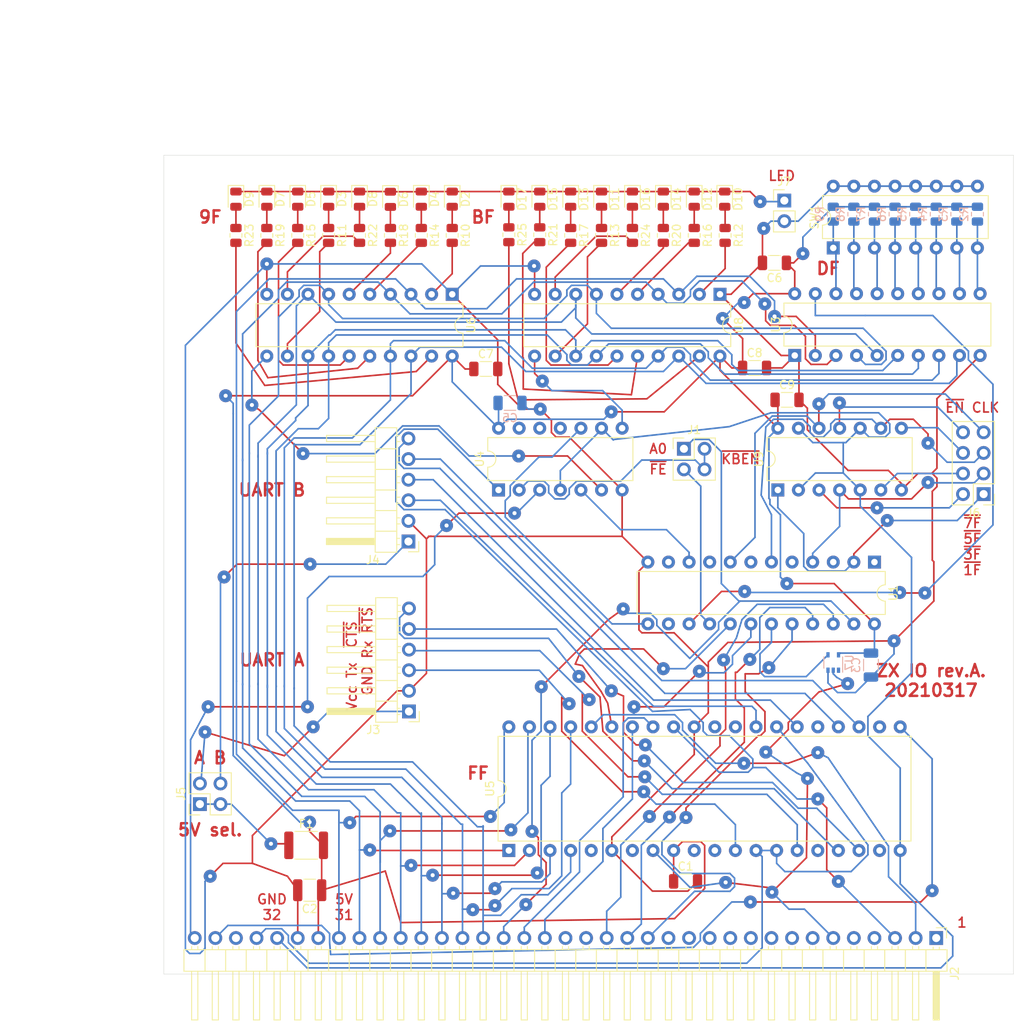
<source format=kicad_pcb>
(kicad_pcb (version 20171130) (host pcbnew "(5.1.7)-1")
  (layers (0 F.Cu signal) (31 B.Cu signal) (34 B.Paste user) (35 F.Paste user) (36 B.SilkS user) (37 F.SilkS user) (38 B.Mask user) (39 F.Mask user) (44 Edge.Cuts user))
  (net 0 "")
  (net 1 /5V)
  (net 2 /GND)
  (net 3 "Net-(D2-Pad2)")
  (net 4 "Net-(D3-Pad2)")
  (net 5 "Net-(D4-Pad2)")
  (net 6 "Net-(D5-Pad2)")
  (net 7 "Net-(D6-Pad2)")
  (net 8 "Net-(D7-Pad2)")
  (net 9 "Net-(D8-Pad2)")
  (net 10 "Net-(D9-Pad2)")
  (net 11 "Net-(D10-Pad2)")
  (net 12 "Net-(D11-Pad2)")
  (net 13 "Net-(D12-Pad2)")
  (net 14 "Net-(D13-Pad2)")
  (net 15 "Net-(D14-Pad2)")
  (net 16 "Net-(D15-Pad2)")
  (net 17 "Net-(D16-Pad2)")
  (net 18 "Net-(D17-Pad2)")
  (net 19 "Net-(F1-Pad1)")
  (net 20 /A0)
  (net 21 "Net-(J1-Pad2)")
  (net 22 /~FE_PORT)
  (net 23 /~IORQ)
  (net 24 /~RD)
  (net 25 /~M1)
  (net 26 /A7)
  (net 27 /A6)
  (net 28 /A5)
  (net 29 /A2)
  (net 30 /A1)
  (net 31 /D7)
  (net 32 /D6)
  (net 33 /D5)
  (net 34 /D4)
  (net 35 /D3)
  (net 36 /D2)
  (net 37 /D1)
  (net 38 /D0)
  (net 39 /CLK)
  (net 40 /CLK2)
  (net 41 /~RESET)
  (net 42 /~CTS_A)
  (net 43 /~RTS_A)
  (net 44 /RX_A)
  (net 45 /TX_A)
  (net 46 /5V_UART_A)
  (net 47 /5V_UART_B)
  (net 48 /TX_B)
  (net 49 /RX_B)
  (net 50 /~RTS_B)
  (net 51 /~CTS_B)
  (net 52 "Net-(R2-Pad2)")
  (net 53 "Net-(R3-Pad2)")
  (net 54 "Net-(R4-Pad2)")
  (net 55 "Net-(R5-Pad2)")
  (net 56 "Net-(R6-Pad2)")
  (net 57 "Net-(R7-Pad2)")
  (net 58 "Net-(R8-Pad2)")
  (net 59 "Net-(R9-Pad2)")
  (net 60 /M1)
  (net 61 "Net-(U4-Pad8)")
  (net 62 /~KBEN)
  (net 63 "Net-(U4-Pad6)")
  (net 64 "Net-(R10-Pad2)")
  (net 65 "Net-(R11-Pad2)")
  (net 66 "Net-(R12-Pad2)")
  (net 67 "Net-(R13-Pad2)")
  (net 68 "Net-(R14-Pad2)")
  (net 69 "Net-(R15-Pad2)")
  (net 70 "Net-(R16-Pad2)")
  (net 71 "Net-(R17-Pad2)")
  (net 72 "Net-(R18-Pad2)")
  (net 73 "Net-(R19-Pad2)")
  (net 74 "Net-(R20-Pad2)")
  (net 75 "Net-(R21-Pad2)")
  (net 76 "Net-(R22-Pad2)")
  (net 77 "Net-(R23-Pad2)")
  (net 78 "Net-(R24-Pad2)")
  (net 79 "Net-(R25-Pad2)")
  (net 80 "Net-(D10-Pad1)")
  (net 81 /~1F_PORT)
  (net 82 /1F_PORT_CK)
  (net 83 /~3F_PORT)
  (net 84 /3F_PORT_CK)
  (net 85 /~5F_PORT)
  (net 86 /5F_PORT_CK)
  (net 87 /~7F_PORT)
  (net 88 /7F_PORT_CK)
  (net 89 /~9F_PORT)
  (net 90 /~FF_PORT)
  (net 91 /~DF_PORT)
  (net 92 /~BF_PORT)
  (module Package_DIP:DIP-40_W15.24mm (layer F.Cu) (at 140.335 113.665 90)
    (fp_text reference U5 (at 7.62 -2.33 90) (layer F.SilkS))
    (fp_text value Z8440)
    (pad 1 thru_hole rect (at 0 0 90) (size 1.6 1.6) (drill 0.8) (layers *.Cu *.Mask) (net 37 /D1))
    (pad 21 thru_hole oval (at 15.24 48.26 90) (size 1.6 1.6) (drill 0.8) (layers *.Cu *.Mask) (net 41 /~RESET))
    (pad 2 thru_hole oval (at 0 2.54 90) (size 1.6 1.6) (drill 0.8) (layers *.Cu *.Mask) (net 35 /D3))
    (pad 22 thru_hole oval (at 15.24 45.72 90) (size 1.6 1.6) (drill 0.8) (layers *.Cu *.Mask))
    (pad 3 thru_hole oval (at 0 5.08 90) (size 1.6 1.6) (drill 0.8) (layers *.Cu *.Mask) (net 33 /D5))
    (pad 23 thru_hole oval (at 15.24 43.18 90) (size 1.6 1.6) (drill 0.8) (layers *.Cu *.Mask) (net 50 /~RTS_B))
    (pad 4 thru_hole oval (at 0 7.62 90) (size 1.6 1.6) (drill 0.8) (layers *.Cu *.Mask) (net 31 /D7))
    (pad 24 thru_hole oval (at 15.24 40.64 90) (size 1.6 1.6) (drill 0.8) (layers *.Cu *.Mask) (net 51 /~CTS_B))
    (pad 5 thru_hole oval (at 0 10.16 90) (size 1.6 1.6) (drill 0.8) (layers *.Cu *.Mask))
    (pad 25 thru_hole oval (at 15.24 38.1 90) (size 1.6 1.6) (drill 0.8) (layers *.Cu *.Mask))
    (pad 6 thru_hole oval (at 0 12.7 90) (size 1.6 1.6) (drill 0.8) (layers *.Cu *.Mask) (net 2 /GND))
    (pad 26 thru_hole oval (at 15.24 35.56 90) (size 1.6 1.6) (drill 0.8) (layers *.Cu *.Mask) (net 49 /RX_B))
    (pad 7 thru_hole oval (at 0 15.24 90) (size 1.6 1.6) (drill 0.8) (layers *.Cu *.Mask))
    (pad 27 thru_hole oval (at 15.24 33.02 90) (size 1.6 1.6) (drill 0.8) (layers *.Cu *.Mask) (net 40 /CLK2))
    (pad 8 thru_hole oval (at 0 17.78 90) (size 1.6 1.6) (drill 0.8) (layers *.Cu *.Mask) (net 25 /~M1))
    (pad 28 thru_hole oval (at 15.24 30.48 90) (size 1.6 1.6) (drill 0.8) (layers *.Cu *.Mask) (net 48 /TX_B))
    (pad 9 thru_hole oval (at 0 20.32 90) (size 1.6 1.6) (drill 0.8) (layers *.Cu *.Mask) (net 1 /5V))
    (pad 29 thru_hole oval (at 15.24 27.94 90) (size 1.6 1.6) (drill 0.8) (layers *.Cu *.Mask))
    (pad 10 thru_hole oval (at 0 22.86 90) (size 1.6 1.6) (drill 0.8) (layers *.Cu *.Mask))
    (pad 30 thru_hole oval (at 15.24 25.4 90) (size 1.6 1.6) (drill 0.8) (layers *.Cu *.Mask))
    (pad 11 thru_hole oval (at 0 25.4 90) (size 1.6 1.6) (drill 0.8) (layers *.Cu *.Mask))
    (pad 31 thru_hole oval (at 15.24 22.86 90) (size 1.6 1.6) (drill 0.8) (layers *.Cu *.Mask) (net 2 /GND))
    (pad 12 thru_hole oval (at 0 27.94 90) (size 1.6 1.6) (drill 0.8) (layers *.Cu *.Mask) (net 45 /TX_A))
    (pad 32 thru_hole oval (at 15.24 20.32 90) (size 1.6 1.6) (drill 0.8) (layers *.Cu *.Mask) (net 24 /~RD))
    (pad 13 thru_hole oval (at 0 30.48 90) (size 1.6 1.6) (drill 0.8) (layers *.Cu *.Mask) (net 40 /CLK2))
    (pad 33 thru_hole oval (at 15.24 17.78 90) (size 1.6 1.6) (drill 0.8) (layers *.Cu *.Mask) (net 30 /A1))
    (pad 14 thru_hole oval (at 0 33.02 90) (size 1.6 1.6) (drill 0.8) (layers *.Cu *.Mask) (net 40 /CLK2))
    (pad 34 thru_hole oval (at 15.24 15.24 90) (size 1.6 1.6) (drill 0.8) (layers *.Cu *.Mask) (net 29 /A2))
    (pad 15 thru_hole oval (at 0 35.56 90) (size 1.6 1.6) (drill 0.8) (layers *.Cu *.Mask) (net 44 /RX_A))
    (pad 35 thru_hole oval (at 15.24 12.7 90) (size 1.6 1.6) (drill 0.8) (layers *.Cu *.Mask) (net 90 /~FF_PORT))
    (pad 16 thru_hole oval (at 0 38.1 90) (size 1.6 1.6) (drill 0.8) (layers *.Cu *.Mask))
    (pad 36 thru_hole oval (at 15.24 10.16 90) (size 1.6 1.6) (drill 0.8) (layers *.Cu *.Mask) (net 23 /~IORQ))
    (pad 17 thru_hole oval (at 0 40.64 90) (size 1.6 1.6) (drill 0.8) (layers *.Cu *.Mask) (net 42 /~CTS_A))
    (pad 37 thru_hole oval (at 15.24 7.62 90) (size 1.6 1.6) (drill 0.8) (layers *.Cu *.Mask) (net 32 /D6))
    (pad 18 thru_hole oval (at 0 43.18 90) (size 1.6 1.6) (drill 0.8) (layers *.Cu *.Mask) (net 43 /~RTS_A))
    (pad 38 thru_hole oval (at 15.24 5.08 90) (size 1.6 1.6) (drill 0.8) (layers *.Cu *.Mask) (net 34 /D4))
    (pad 19 thru_hole oval (at 0 45.72 90) (size 1.6 1.6) (drill 0.8) (layers *.Cu *.Mask))
    (pad 39 thru_hole oval (at 15.24 2.54 90) (size 1.6 1.6) (drill 0.8) (layers *.Cu *.Mask) (net 36 /D2))
    (pad 20 thru_hole oval (at 0 48.26 90) (size 1.6 1.6) (drill 0.8) (layers *.Cu *.Mask) (net 39 /CLK))
    (pad 40 thru_hole oval (at 15.24 0 90) (size 1.6 1.6) (drill 0.8) (layers *.Cu *.Mask) (net 38 /D0))
  )
  (module Package_DIP:DIP-20_W7.62mm (layer F.Cu) (at 175.5902 52.6288 90)
    (fp_text reference U3 (at 3.81 -2.33 90) (layer F.SilkS))
    (fp_text value 74HC245)
    (pad 1 thru_hole rect (at 0 0 90) (size 1.6 1.6) (drill 0.8) (layers *.Cu *.Mask) (net 2 /GND))
    (pad 11 thru_hole oval (at 7.62 22.86 90) (size 1.6 1.6) (drill 0.8) (layers *.Cu *.Mask) (net 52 "Net-(R2-Pad2)"))
    (pad 2 thru_hole oval (at 0 2.54 90) (size 1.6 1.6) (drill 0.8) (layers *.Cu *.Mask) (net 38 /D0))
    (pad 12 thru_hole oval (at 7.62 20.32 90) (size 1.6 1.6) (drill 0.8) (layers *.Cu *.Mask) (net 53 "Net-(R3-Pad2)"))
    (pad 3 thru_hole oval (at 0 5.08 90) (size 1.6 1.6) (drill 0.8) (layers *.Cu *.Mask) (net 37 /D1))
    (pad 13 thru_hole oval (at 7.62 17.78 90) (size 1.6 1.6) (drill 0.8) (layers *.Cu *.Mask) (net 54 "Net-(R4-Pad2)"))
    (pad 4 thru_hole oval (at 0 7.62 90) (size 1.6 1.6) (drill 0.8) (layers *.Cu *.Mask) (net 36 /D2))
    (pad 14 thru_hole oval (at 7.62 15.24 90) (size 1.6 1.6) (drill 0.8) (layers *.Cu *.Mask) (net 55 "Net-(R5-Pad2)"))
    (pad 5 thru_hole oval (at 0 10.16 90) (size 1.6 1.6) (drill 0.8) (layers *.Cu *.Mask) (net 35 /D3))
    (pad 15 thru_hole oval (at 7.62 12.7 90) (size 1.6 1.6) (drill 0.8) (layers *.Cu *.Mask) (net 56 "Net-(R6-Pad2)"))
    (pad 6 thru_hole oval (at 0 12.7 90) (size 1.6 1.6) (drill 0.8) (layers *.Cu *.Mask) (net 34 /D4))
    (pad 16 thru_hole oval (at 7.62 10.16 90) (size 1.6 1.6) (drill 0.8) (layers *.Cu *.Mask) (net 57 "Net-(R7-Pad2)"))
    (pad 7 thru_hole oval (at 0 15.24 90) (size 1.6 1.6) (drill 0.8) (layers *.Cu *.Mask) (net 33 /D5))
    (pad 17 thru_hole oval (at 7.62 7.62 90) (size 1.6 1.6) (drill 0.8) (layers *.Cu *.Mask) (net 58 "Net-(R8-Pad2)"))
    (pad 8 thru_hole oval (at 0 17.78 90) (size 1.6 1.6) (drill 0.8) (layers *.Cu *.Mask) (net 32 /D6))
    (pad 18 thru_hole oval (at 7.62 5.08 90) (size 1.6 1.6) (drill 0.8) (layers *.Cu *.Mask) (net 59 "Net-(R9-Pad2)"))
    (pad 9 thru_hole oval (at 0 20.32 90) (size 1.6 1.6) (drill 0.8) (layers *.Cu *.Mask) (net 31 /D7))
    (pad 19 thru_hole oval (at 7.62 2.54 90) (size 1.6 1.6) (drill 0.8) (layers *.Cu *.Mask) (net 91 /~DF_PORT))
    (pad 10 thru_hole oval (at 0 22.86 90) (size 1.6 1.6) (drill 0.8) (layers *.Cu *.Mask) (net 2 /GND))
    (pad 20 thru_hole oval (at 7.62 0 90) (size 1.6 1.6) (drill 0.8) (layers *.Cu *.Mask) (net 1 /5V))
  )
  (module Capacitor_SMD:C_1206_3216Metric (layer F.Cu) (at 162.13 117.475)
    (fp_text reference C1 (at 0 -1.85) (layer F.SilkS))
    (fp_text value 100n)
    (pad 1 smd roundrect (at -1.475 0) (size 1.15 1.8) (layers F.Cu F.Paste F.Mask) (roundrect_rratio 0.217391) (net 1 /5V))
    (pad 2 smd roundrect (at 1.475 0) (size 1.15 1.8) (layers F.Cu F.Paste F.Mask) (roundrect_rratio 0.217391) (net 2 /GND))
  )
  (module Capacitor_SMD:C_1210_3225Metric (layer F.Cu) (at 115.775 118.5672 180)
    (fp_text reference C2 (at 0 -2.3) (layer F.SilkS))
    (fp_text value 10u)
    (pad 1 smd roundrect (at -1.475 0 180) (size 1.15 2.7) (layers F.Cu F.Paste F.Mask) (roundrect_rratio 0.217391) (net 1 /5V))
    (pad 2 smd roundrect (at 1.475 0 180) (size 1.15 2.7) (layers F.Cu F.Paste F.Mask) (roundrect_rratio 0.217391) (net 2 /GND))
  )
  (module Capacitor_SMD:C_1206_3216Metric (layer B.Cu) (at 184.99 90.805 270)
    (fp_text reference C3 (at 0 1.85 90) (layer B.SilkS) (effects (justify mirror)))
    (fp_text value 100n)
    (pad 1 smd roundrect (at -1.475 0 270) (size 1.15 1.8) (layers B.Cu B.Paste B.Mask) (roundrect_rratio 0.217391) (net 1 /5V))
    (pad 2 smd roundrect (at 1.475 0 270) (size 1.15 1.8) (layers B.Cu B.Paste B.Mask) (roundrect_rratio 0.217391) (net 2 /GND))
  )
  (module Capacitor_SMD:C_1206_3216Metric (layer B.Cu) (at 140.4765 58.4835)
    (fp_text reference C5 (at 0 1.85 180) (layer B.SilkS) (effects (justify mirror)))
    (fp_text value 100n)
    (pad 1 smd roundrect (at -1.475 0) (size 1.15 1.8) (layers B.Cu B.Paste B.Mask) (roundrect_rratio 0.217391) (net 1 /5V))
    (pad 2 smd roundrect (at 1.475 0) (size 1.15 1.8) (layers B.Cu B.Paste B.Mask) (roundrect_rratio 0.217391) (net 2 /GND))
  )
  (module Capacitor_SMD:C_1206_3216Metric (layer F.Cu) (at 173.0865 41.2115 180)
    (fp_text reference C6 (at 0 -1.85) (layer F.SilkS))
    (fp_text value 100n)
    (pad 2 smd roundrect (at 1.475 0 180) (size 1.15 1.8) (layers F.Cu F.Paste F.Mask) (roundrect_rratio 0.217391) (net 2 /GND))
    (pad 1 smd roundrect (at -1.475 0 180) (size 1.15 1.8) (layers F.Cu F.Paste F.Mask) (roundrect_rratio 0.217391) (net 1 /5V))
  )
  (module Capacitor_SMD:C_1206_3216Metric (layer F.Cu) (at 137.492 54.2925)
    (fp_text reference C7 (at 0 -1.85) (layer F.SilkS))
    (fp_text value 100n)
    (pad 1 smd roundrect (at -1.475 0) (size 1.15 1.8) (layers F.Cu F.Paste F.Mask) (roundrect_rratio 0.217391) (net 1 /5V))
    (pad 2 smd roundrect (at 1.475 0) (size 1.15 1.8) (layers F.Cu F.Paste F.Mask) (roundrect_rratio 0.217391) (net 2 /GND))
  )
  (module Capacitor_SMD:C_1206_3216Metric (layer F.Cu) (at 170.639 54.1655)
    (fp_text reference C8 (at 0 -1.85) (layer F.SilkS))
    (fp_text value 100n)
    (pad 2 smd roundrect (at 1.475 0) (size 1.15 1.8) (layers F.Cu F.Paste F.Mask) (roundrect_rratio 0.217391) (net 2 /GND))
    (pad 1 smd roundrect (at -1.475 0) (size 1.15 1.8) (layers F.Cu F.Paste F.Mask) (roundrect_rratio 0.217391) (net 1 /5V))
  )
  (module Capacitor_SMD:C_1206_3216Metric (layer F.Cu) (at 174.6395 58.1025)
    (fp_text reference C9 (at 0 -1.85) (layer F.SilkS))
    (fp_text value 100n)
    (pad 2 smd roundrect (at 1.475 0) (size 1.15 1.8) (layers F.Cu F.Paste F.Mask) (roundrect_rratio 0.217391) (net 2 /GND))
    (pad 1 smd roundrect (at -1.475 0) (size 1.15 1.8) (layers F.Cu F.Paste F.Mask) (roundrect_rratio 0.217391) (net 1 /5V))
  )
  (module Diode_SMD:D_0805_2012Metric (layer F.Cu) (at 133.35 33.3525 270)
    (fp_text reference D2 (at 0 -1.65 90) (layer F.SilkS))
    (fp_text value LED)
    (pad 1 smd roundrect (at -0.9375 0 270) (size 0.975 1.4) (layers F.Cu F.Paste F.Mask) (net 80 "Net-(D10-Pad1)"))
    (pad 2 smd roundrect (at 0.9375 0 270) (size 0.975 1.4) (layers F.Cu F.Paste F.Mask) (net 3 "Net-(D2-Pad2)"))
  )
  (module Diode_SMD:D_0805_2012Metric (layer F.Cu) (at 118.11 33.3525 270)
    (fp_text reference D3 (at 0 -1.65 90) (layer F.SilkS))
    (fp_text value LED)
    (pad 1 smd roundrect (at -0.9375 0 270) (size 0.975 1.4) (layers F.Cu F.Paste F.Mask) (net 80 "Net-(D10-Pad1)"))
    (pad 2 smd roundrect (at 0.9375 0 270) (size 0.975 1.4) (layers F.Cu F.Paste F.Mask) (net 4 "Net-(D3-Pad2)"))
  )
  (module Diode_SMD:D_0805_2012Metric (layer F.Cu) (at 129.54 33.3525 270)
    (fp_text reference D4 (at 0 -1.65 90) (layer F.SilkS))
    (fp_text value LED)
    (pad 2 smd roundrect (at 0.9375 0 270) (size 0.975 1.4) (layers F.Cu F.Paste F.Mask) (net 5 "Net-(D4-Pad2)"))
    (pad 1 smd roundrect (at -0.9375 0 270) (size 0.975 1.4) (layers F.Cu F.Paste F.Mask) (net 80 "Net-(D10-Pad1)"))
  )
  (module Diode_SMD:D_0805_2012Metric (layer F.Cu) (at 114.3 33.3525 270)
    (fp_text reference D5 (at 0 -1.65 90) (layer F.SilkS))
    (fp_text value LED)
    (pad 2 smd roundrect (at 0.9375 0 270) (size 0.975 1.4) (layers F.Cu F.Paste F.Mask) (net 6 "Net-(D5-Pad2)"))
    (pad 1 smd roundrect (at -0.9375 0 270) (size 0.975 1.4) (layers F.Cu F.Paste F.Mask) (net 80 "Net-(D10-Pad1)"))
  )
  (module Diode_SMD:D_0805_2012Metric (layer F.Cu) (at 125.73 33.3733 270)
    (fp_text reference D6 (at 0 -1.65 90) (layer F.SilkS))
    (fp_text value LED)
    (pad 1 smd roundrect (at -0.9375 0 270) (size 0.975 1.4) (layers F.Cu F.Paste F.Mask) (net 80 "Net-(D10-Pad1)"))
    (pad 2 smd roundrect (at 0.9375 0 270) (size 0.975 1.4) (layers F.Cu F.Paste F.Mask) (net 7 "Net-(D6-Pad2)"))
  )
  (module Diode_SMD:D_0805_2012Metric (layer F.Cu) (at 110.49 33.3525 270)
    (fp_text reference D7 (at 0 -1.65 90) (layer F.SilkS))
    (fp_text value LED)
    (pad 1 smd roundrect (at -0.9375 0 270) (size 0.975 1.4) (layers F.Cu F.Paste F.Mask) (net 80 "Net-(D10-Pad1)"))
    (pad 2 smd roundrect (at 0.9375 0 270) (size 0.975 1.4) (layers F.Cu F.Paste F.Mask) (net 8 "Net-(D7-Pad2)"))
  )
  (module Diode_SMD:D_0805_2012Metric (layer F.Cu) (at 121.92 33.3525 270)
    (fp_text reference D8 (at 0 -1.65 90) (layer F.SilkS))
    (fp_text value LED)
    (pad 2 smd roundrect (at 0.9375 0 270) (size 0.975 1.4) (layers F.Cu F.Paste F.Mask) (net 9 "Net-(D8-Pad2)"))
    (pad 1 smd roundrect (at -0.9375 0 270) (size 0.975 1.4) (layers F.Cu F.Paste F.Mask) (net 80 "Net-(D10-Pad1)"))
  )
  (module Diode_SMD:D_0805_2012Metric (layer F.Cu) (at 106.68 33.3525 270)
    (fp_text reference D9 (at 0 -1.65 90) (layer F.SilkS))
    (fp_text value LED)
    (pad 2 smd roundrect (at 0.9375 0 270) (size 0.975 1.4) (layers F.Cu F.Paste F.Mask) (net 10 "Net-(D9-Pad2)"))
    (pad 1 smd roundrect (at -0.9375 0 270) (size 0.975 1.4) (layers F.Cu F.Paste F.Mask) (net 80 "Net-(D10-Pad1)"))
  )
  (module Diode_SMD:D_0805_2012Metric (layer F.Cu) (at 166.9542 33.3525 270)
    (fp_text reference D10 (at 0 -1.65 90) (layer F.SilkS))
    (fp_text value LED)
    (pad 1 smd roundrect (at -0.9375 0 270) (size 0.975 1.4) (layers F.Cu F.Paste F.Mask) (net 80 "Net-(D10-Pad1)"))
    (pad 2 smd roundrect (at 0.9375 0 270) (size 0.975 1.4) (layers F.Cu F.Paste F.Mask) (net 11 "Net-(D10-Pad2)"))
  )
  (module Diode_SMD:D_0805_2012Metric (layer F.Cu) (at 151.765 33.3525 270)
    (fp_text reference D11 (at 0 -1.65 90) (layer F.SilkS))
    (fp_text value LED)
    (pad 2 smd roundrect (at 0.9375 0 270) (size 0.975 1.4) (layers F.Cu F.Paste F.Mask) (net 12 "Net-(D11-Pad2)"))
    (pad 1 smd roundrect (at -0.9375 0 270) (size 0.975 1.4) (layers F.Cu F.Paste F.Mask) (net 80 "Net-(D10-Pad1)"))
  )
  (module Diode_SMD:D_0805_2012Metric (layer F.Cu) (at 163.195 33.3525 270)
    (fp_text reference D12 (at 0 -1.65 90) (layer F.SilkS))
    (fp_text value LED)
    (pad 2 smd roundrect (at 0.9375 0 270) (size 0.975 1.4) (layers F.Cu F.Paste F.Mask) (net 13 "Net-(D12-Pad2)"))
    (pad 1 smd roundrect (at -0.9375 0 270) (size 0.975 1.4) (layers F.Cu F.Paste F.Mask) (net 80 "Net-(D10-Pad1)"))
  )
  (module Diode_SMD:D_0805_2012Metric (layer F.Cu) (at 147.955 33.3525 270)
    (fp_text reference D13 (at 0 -1.65 90) (layer F.SilkS))
    (fp_text value LED)
    (pad 1 smd roundrect (at -0.9375 0 270) (size 0.975 1.4) (layers F.Cu F.Paste F.Mask) (net 80 "Net-(D10-Pad1)"))
    (pad 2 smd roundrect (at 0.9375 0 270) (size 0.975 1.4) (layers F.Cu F.Paste F.Mask) (net 14 "Net-(D13-Pad2)"))
  )
  (module Diode_SMD:D_0805_2012Metric (layer F.Cu) (at 159.385 33.3525 270)
    (fp_text reference D14 (at 0 -1.65 90) (layer F.SilkS))
    (fp_text value LED)
    (pad 1 smd roundrect (at -0.9375 0 270) (size 0.975 1.4) (layers F.Cu F.Paste F.Mask) (net 80 "Net-(D10-Pad1)"))
    (pad 2 smd roundrect (at 0.9375 0 270) (size 0.975 1.4) (layers F.Cu F.Paste F.Mask) (net 15 "Net-(D14-Pad2)"))
  )
  (module Diode_SMD:D_0805_2012Metric (layer F.Cu) (at 144.145 33.3525 270)
    (fp_text reference D15 (at 0 -1.65 90) (layer F.SilkS))
    (fp_text value LED)
    (pad 2 smd roundrect (at 0.9375 0 270) (size 0.975 1.4) (layers F.Cu F.Paste F.Mask) (net 16 "Net-(D15-Pad2)"))
    (pad 1 smd roundrect (at -0.9375 0 270) (size 0.975 1.4) (layers F.Cu F.Paste F.Mask) (net 80 "Net-(D10-Pad1)"))
  )
  (module Diode_SMD:D_0805_2012Metric (layer F.Cu) (at 155.575 33.3525 270)
    (fp_text reference D16 (at 0 -1.65 90) (layer F.SilkS))
    (fp_text value LED)
    (pad 1 smd roundrect (at -0.9375 0 270) (size 0.975 1.4) (layers F.Cu F.Paste F.Mask) (net 80 "Net-(D10-Pad1)"))
    (pad 2 smd roundrect (at 0.9375 0 270) (size 0.975 1.4) (layers F.Cu F.Paste F.Mask) (net 17 "Net-(D16-Pad2)"))
  )
  (module Diode_SMD:D_0805_2012Metric (layer F.Cu) (at 140.335 33.3525 270)
    (fp_text reference D17 (at 0 -1.65 90) (layer F.SilkS))
    (fp_text value LED)
    (pad 2 smd roundrect (at 0.9375 0 270) (size 0.975 1.4) (layers F.Cu F.Paste F.Mask) (net 18 "Net-(D17-Pad2)"))
    (pad 1 smd roundrect (at -0.9375 0 270) (size 0.975 1.4) (layers F.Cu F.Paste F.Mask) (net 80 "Net-(D10-Pad1)"))
  )
  (module Fuse:Fuse_1812_4532Metric (layer F.Cu) (at 115.3375 113.03)
    (fp_text reference F1 (at 0 -2.65) (layer F.SilkS))
    (fp_text value Fuse)
    (pad 1 smd roundrect (at -2.1375 0) (size 1.125 3.4) (layers F.Cu F.Paste F.Mask) (roundrect_rratio 0.222222) (net 19 "Net-(F1-Pad1)"))
    (pad 2 smd roundrect (at 2.1375 0) (size 1.125 3.4) (layers F.Cu F.Paste F.Mask) (roundrect_rratio 0.222222) (net 1 /5V))
  )
  (module Connector_PinHeader_2.54mm:PinHeader_2x02_P2.54mm_Vertical (layer F.Cu) (at 161.925 64.135)
    (fp_text reference J1 (at 1.27 -2.33) (layer F.SilkS))
    (fp_text value KB_SEL)
    (pad 1 thru_hole rect (at 0 0) (size 1.7 1.7) (drill 1) (layers *.Cu *.Mask) (net 20 /A0))
    (pad 2 thru_hole oval (at 2.54 0) (size 1.7 1.7) (drill 1) (layers *.Cu *.Mask) (net 21 "Net-(J1-Pad2)"))
    (pad 3 thru_hole oval (at 0 2.54) (size 1.7 1.7) (drill 1) (layers *.Cu *.Mask) (net 22 /~FE_PORT))
    (pad 4 thru_hole oval (at 2.54 2.54) (size 1.7 1.7) (drill 1) (layers *.Cu *.Mask) (net 21 "Net-(J1-Pad2)"))
  )
  (module Connector_PinHeader_2.54mm:PinHeader_1x06_P2.54mm_Horizontal (layer F.Cu) (at 128.016 96.52 180)
    (fp_text reference J3 (at 4.385 -2.27) (layer F.SilkS))
    (fp_text value UART_A)
    (pad 6 thru_hole oval (at 0 12.7 180) (size 1.7 1.7) (drill 1) (layers *.Cu *.Mask) (net 42 /~CTS_A))
    (pad 5 thru_hole oval (at 0 10.16 180) (size 1.7 1.7) (drill 1) (layers *.Cu *.Mask) (net 43 /~RTS_A))
    (pad 4 thru_hole oval (at 0 7.62 180) (size 1.7 1.7) (drill 1) (layers *.Cu *.Mask) (net 44 /RX_A))
    (pad 3 thru_hole oval (at 0 5.08 180) (size 1.7 1.7) (drill 1) (layers *.Cu *.Mask) (net 45 /TX_A))
    (pad 2 thru_hole oval (at 0 2.54 180) (size 1.7 1.7) (drill 1) (layers *.Cu *.Mask) (net 2 /GND))
    (pad 1 thru_hole rect (at 0 0 180) (size 1.7 1.7) (drill 1) (layers *.Cu *.Mask) (net 46 /5V_UART_A))
  )
  (module Connector_PinHeader_2.54mm:PinHeader_1x06_P2.54mm_Horizontal (layer F.Cu) (at 127.9525 75.565 180)
    (fp_text reference J4 (at 4.385 -2.27) (layer F.SilkS))
    (fp_text value UART_B)
    (pad 1 thru_hole rect (at 0 0 180) (size 1.7 1.7) (drill 1) (layers *.Cu *.Mask) (net 47 /5V_UART_B))
    (pad 2 thru_hole oval (at 0 2.54 180) (size 1.7 1.7) (drill 1) (layers *.Cu *.Mask) (net 2 /GND))
    (pad 3 thru_hole oval (at 0 5.08 180) (size 1.7 1.7) (drill 1) (layers *.Cu *.Mask) (net 48 /TX_B))
    (pad 4 thru_hole oval (at 0 7.62 180) (size 1.7 1.7) (drill 1) (layers *.Cu *.Mask) (net 49 /RX_B))
    (pad 5 thru_hole oval (at 0 10.16 180) (size 1.7 1.7) (drill 1) (layers *.Cu *.Mask) (net 50 /~RTS_B))
    (pad 6 thru_hole oval (at 0 12.7 180) (size 1.7 1.7) (drill 1) (layers *.Cu *.Mask) (net 51 /~CTS_B))
  )
  (module Connector_PinHeader_2.54mm:PinHeader_2x02_P2.54mm_Vertical (layer F.Cu) (at 102.235 107.95 90)
    (fp_text reference J5 (at 1.27 -2.33 90) (layer F.SilkS))
    (fp_text value PW_SEL)
    (pad 4 thru_hole oval (at 2.54 2.54 90) (size 1.7 1.7) (drill 1) (layers *.Cu *.Mask) (net 47 /5V_UART_B))
    (pad 3 thru_hole oval (at 0 2.54 90) (size 1.7 1.7) (drill 1) (layers *.Cu *.Mask) (net 19 "Net-(F1-Pad1)"))
    (pad 2 thru_hole oval (at 2.54 0 90) (size 1.7 1.7) (drill 1) (layers *.Cu *.Mask) (net 46 /5V_UART_A))
    (pad 1 thru_hole rect (at 0 0 90) (size 1.7 1.7) (drill 1) (layers *.Cu *.Mask) (net 19 "Net-(F1-Pad1)"))
  )
  (module Connector_PinHeader_2.54mm:PinHeader_2x04_P2.54mm_Vertical (layer F.Cu) (at 198.882 69.723 180)
    (fp_text reference J6 (at 1.27 -2.33) (layer F.SilkS))
    (fp_text value CONN_OUT)
    (pad 1 thru_hole rect (at 0 0 180) (size 1.7 1.7) (drill 1) (layers *.Cu *.Mask) (net 81 /~1F_PORT))
    (pad 2 thru_hole oval (at 2.54 0 180) (size 1.7 1.7) (drill 1) (layers *.Cu *.Mask) (net 82 /1F_PORT_CK))
    (pad 3 thru_hole oval (at 0 2.54 180) (size 1.7 1.7) (drill 1) (layers *.Cu *.Mask) (net 83 /~3F_PORT))
    (pad 4 thru_hole oval (at 2.54 2.54 180) (size 1.7 1.7) (drill 1) (layers *.Cu *.Mask) (net 84 /3F_PORT_CK))
    (pad 5 thru_hole oval (at 0 5.08 180) (size 1.7 1.7) (drill 1) (layers *.Cu *.Mask) (net 85 /~5F_PORT))
    (pad 6 thru_hole oval (at 2.54 5.08 180) (size 1.7 1.7) (drill 1) (layers *.Cu *.Mask) (net 86 /5F_PORT_CK))
    (pad 7 thru_hole oval (at 0 7.62 180) (size 1.7 1.7) (drill 1) (layers *.Cu *.Mask) (net 87 /~7F_PORT))
    (pad 8 thru_hole oval (at 2.54 7.62 180) (size 1.7 1.7) (drill 1) (layers *.Cu *.Mask) (net 88 /7F_PORT_CK))
  )
  (module Resistor_SMD:R_0805_2012Metric (layer B.Cu) (at 198.12 35.2025 270)
    (fp_text reference R2 (at 0 1.65 90) (layer B.SilkS) (effects (justify mirror)))
    (fp_text value R)
    (pad 1 smd roundrect (at -0.9125 0 270) (size 1.025 1.4) (layers B.Cu B.Paste B.Mask) (roundrect_rratio 0.243902) (net 1 /5V))
    (pad 2 smd roundrect (at 0.9125 0 270) (size 1.025 1.4) (layers B.Cu B.Paste B.Mask) (roundrect_rratio 0.243902) (net 52 "Net-(R2-Pad2)"))
  )
  (module Resistor_SMD:R_0805_2012Metric (layer B.Cu) (at 195.58 35.2025 270)
    (fp_text reference R3 (at 0 1.65 270) (layer B.SilkS) (effects (justify mirror)))
    (fp_text value R)
    (pad 2 smd roundrect (at 0.9125 0 270) (size 1.025 1.4) (layers B.Cu B.Paste B.Mask) (roundrect_rratio 0.243902) (net 53 "Net-(R3-Pad2)"))
    (pad 1 smd roundrect (at -0.9125 0 270) (size 1.025 1.4) (layers B.Cu B.Paste B.Mask) (roundrect_rratio 0.243902) (net 1 /5V))
  )
  (module Resistor_SMD:R_0805_2012Metric (layer B.Cu) (at 193.04 35.2025 270)
    (fp_text reference R4 (at 0 1.65 90) (layer B.SilkS) (effects (justify mirror)))
    (fp_text value R)
    (pad 1 smd roundrect (at -0.9125 0 270) (size 1.025 1.4) (layers B.Cu B.Paste B.Mask) (roundrect_rratio 0.243902) (net 1 /5V))
    (pad 2 smd roundrect (at 0.9125 0 270) (size 1.025 1.4) (layers B.Cu B.Paste B.Mask) (roundrect_rratio 0.243902) (net 54 "Net-(R4-Pad2)"))
  )
  (module Resistor_SMD:R_0805_2012Metric (layer B.Cu) (at 190.5 35.2025 270)
    (fp_text reference R5 (at 0 1.65 90) (layer B.SilkS) (effects (justify mirror)))
    (fp_text value R)
    (pad 2 smd roundrect (at 0.9125 0 270) (size 1.025 1.4) (layers B.Cu B.Paste B.Mask) (roundrect_rratio 0.243902) (net 55 "Net-(R5-Pad2)"))
    (pad 1 smd roundrect (at -0.9125 0 270) (size 1.025 1.4) (layers B.Cu B.Paste B.Mask) (roundrect_rratio 0.243902) (net 1 /5V))
  )
  (module Resistor_SMD:R_0805_2012Metric (layer B.Cu) (at 187.96 35.2025 270)
    (fp_text reference R6 (at 0 1.65 90) (layer B.SilkS) (effects (justify mirror)))
    (fp_text value R)
    (pad 2 smd roundrect (at 0.9125 0 270) (size 1.025 1.4) (layers B.Cu B.Paste B.Mask) (roundrect_rratio 0.243902) (net 56 "Net-(R6-Pad2)"))
    (pad 1 smd roundrect (at -0.9125 0 270) (size 1.025 1.4) (layers B.Cu B.Paste B.Mask) (roundrect_rratio 0.243902) (net 1 /5V))
  )
  (module Resistor_SMD:R_0805_2012Metric (layer B.Cu) (at 185.42 35.2025 270)
    (fp_text reference R7 (at 0 1.65 90) (layer B.SilkS) (effects (justify mirror)))
    (fp_text value R)
    (pad 2 smd roundrect (at 0.9125 0 270) (size 1.025 1.4) (layers B.Cu B.Paste B.Mask) (roundrect_rratio 0.243902) (net 57 "Net-(R7-Pad2)"))
    (pad 1 smd roundrect (at -0.9125 0 270) (size 1.025 1.4) (layers B.Cu B.Paste B.Mask) (roundrect_rratio 0.243902) (net 1 /5V))
  )
  (module Resistor_SMD:R_0805_2012Metric (layer B.Cu) (at 182.88 35.2025 270)
    (fp_text reference R8 (at 0 1.65 90) (layer B.SilkS) (effects (justify mirror)))
    (fp_text value R)
    (pad 1 smd roundrect (at -0.9125 0 270) (size 1.025 1.4) (layers B.Cu B.Paste B.Mask) (roundrect_rratio 0.243902) (net 1 /5V))
    (pad 2 smd roundrect (at 0.9125 0 270) (size 1.025 1.4) (layers B.Cu B.Paste B.Mask) (roundrect_rratio 0.243902) (net 58 "Net-(R8-Pad2)"))
  )
  (module Resistor_SMD:R_0805_2012Metric (layer B.Cu) (at 180.34 35.2025 270)
    (fp_text reference R9 (at 0 1.65 90) (layer B.SilkS) (effects (justify mirror)))
    (fp_text value R)
    (pad 2 smd roundrect (at 0.9125 0 270) (size 1.025 1.4) (layers B.Cu B.Paste B.Mask) (roundrect_rratio 0.243902) (net 59 "Net-(R9-Pad2)"))
    (pad 1 smd roundrect (at -0.9125 0 270) (size 1.025 1.4) (layers B.Cu B.Paste B.Mask) (roundrect_rratio 0.243902) (net 1 /5V))
  )
  (module Resistor_SMD:R_0805_2012Metric (layer F.Cu) (at 133.35 37.8225 270)
    (fp_text reference R10 (at 0 -1.65 90) (layer F.SilkS))
    (fp_text value R)
    (pad 2 smd roundrect (at 0.9125 0 270) (size 1.025 1.4) (layers F.Cu F.Paste F.Mask) (roundrect_rratio 0.243902) (net 64 "Net-(R10-Pad2)"))
    (pad 1 smd roundrect (at -0.9125 0 270) (size 1.025 1.4) (layers F.Cu F.Paste F.Mask) (roundrect_rratio 0.243902) (net 3 "Net-(D2-Pad2)"))
  )
  (module Resistor_SMD:R_0805_2012Metric (layer F.Cu) (at 118.11 37.8225 270)
    (fp_text reference R11 (at 0 -1.65 90) (layer F.SilkS))
    (fp_text value R)
    (pad 2 smd roundrect (at 0.9125 0 270) (size 1.025 1.4) (layers F.Cu F.Paste F.Mask) (roundrect_rratio 0.243902) (net 65 "Net-(R11-Pad2)"))
    (pad 1 smd roundrect (at -0.9125 0 270) (size 1.025 1.4) (layers F.Cu F.Paste F.Mask) (roundrect_rratio 0.243902) (net 4 "Net-(D3-Pad2)"))
  )
  (module Resistor_SMD:R_0805_2012Metric (layer F.Cu) (at 167.005 37.8225 270)
    (fp_text reference R12 (at 0 -1.65 90) (layer F.SilkS))
    (fp_text value R)
    (pad 1 smd roundrect (at -0.9125 0 270) (size 1.025 1.4) (layers F.Cu F.Paste F.Mask) (roundrect_rratio 0.243902) (net 11 "Net-(D10-Pad2)"))
    (pad 2 smd roundrect (at 0.9125 0 270) (size 1.025 1.4) (layers F.Cu F.Paste F.Mask) (roundrect_rratio 0.243902) (net 66 "Net-(R12-Pad2)"))
  )
  (module Resistor_SMD:R_0805_2012Metric (layer F.Cu) (at 151.765 37.8225 270)
    (fp_text reference R13 (at 0 -1.65 90) (layer F.SilkS))
    (fp_text value R)
    (pad 2 smd roundrect (at 0.9125 0 270) (size 1.025 1.4) (layers F.Cu F.Paste F.Mask) (roundrect_rratio 0.243902) (net 67 "Net-(R13-Pad2)"))
    (pad 1 smd roundrect (at -0.9125 0 270) (size 1.025 1.4) (layers F.Cu F.Paste F.Mask) (roundrect_rratio 0.243902) (net 12 "Net-(D11-Pad2)"))
  )
  (module Resistor_SMD:R_0805_2012Metric (layer F.Cu) (at 129.54 37.8225 270)
    (fp_text reference R14 (at 0 -1.65 90) (layer F.SilkS))
    (fp_text value R)
    (pad 1 smd roundrect (at -0.9125 0 270) (size 1.025 1.4) (layers F.Cu F.Paste F.Mask) (roundrect_rratio 0.243902) (net 5 "Net-(D4-Pad2)"))
    (pad 2 smd roundrect (at 0.9125 0 270) (size 1.025 1.4) (layers F.Cu F.Paste F.Mask) (roundrect_rratio 0.243902) (net 68 "Net-(R14-Pad2)"))
  )
  (module Resistor_SMD:R_0805_2012Metric (layer F.Cu) (at 114.3 37.8225 270)
    (fp_text reference R15 (at 0 -1.65 90) (layer F.SilkS))
    (fp_text value R)
    (pad 1 smd roundrect (at -0.9125 0 270) (size 1.025 1.4) (layers F.Cu F.Paste F.Mask) (roundrect_rratio 0.243902) (net 6 "Net-(D5-Pad2)"))
    (pad 2 smd roundrect (at 0.9125 0 270) (size 1.025 1.4) (layers F.Cu F.Paste F.Mask) (roundrect_rratio 0.243902) (net 69 "Net-(R15-Pad2)"))
  )
  (module Resistor_SMD:R_0805_2012Metric (layer F.Cu) (at 163.195 37.8225 270)
    (fp_text reference R16 (at 0 -1.65 90) (layer F.SilkS))
    (fp_text value R)
    (pad 1 smd roundrect (at -0.9125 0 270) (size 1.025 1.4) (layers F.Cu F.Paste F.Mask) (roundrect_rratio 0.243902) (net 13 "Net-(D12-Pad2)"))
    (pad 2 smd roundrect (at 0.9125 0 270) (size 1.025 1.4) (layers F.Cu F.Paste F.Mask) (roundrect_rratio 0.243902) (net 70 "Net-(R16-Pad2)"))
  )
  (module Resistor_SMD:R_0805_2012Metric (layer F.Cu) (at 147.955 37.8225 270)
    (fp_text reference R17 (at 0 -1.65 90) (layer F.SilkS))
    (fp_text value R)
    (pad 1 smd roundrect (at -0.9125 0 270) (size 1.025 1.4) (layers F.Cu F.Paste F.Mask) (roundrect_rratio 0.243902) (net 14 "Net-(D13-Pad2)"))
    (pad 2 smd roundrect (at 0.9125 0 270) (size 1.025 1.4) (layers F.Cu F.Paste F.Mask) (roundrect_rratio 0.243902) (net 71 "Net-(R17-Pad2)"))
  )
  (module Resistor_SMD:R_0805_2012Metric (layer F.Cu) (at 125.73 37.8225 270)
    (fp_text reference R18 (at 0 -1.65 90) (layer F.SilkS))
    (fp_text value R)
    (pad 2 smd roundrect (at 0.9125 0 270) (size 1.025 1.4) (layers F.Cu F.Paste F.Mask) (roundrect_rratio 0.243902) (net 72 "Net-(R18-Pad2)"))
    (pad 1 smd roundrect (at -0.9125 0 270) (size 1.025 1.4) (layers F.Cu F.Paste F.Mask) (roundrect_rratio 0.243902) (net 7 "Net-(D6-Pad2)"))
  )
  (module Resistor_SMD:R_0805_2012Metric (layer F.Cu) (at 110.49 37.8225 270)
    (fp_text reference R19 (at 0 -1.65 90) (layer F.SilkS))
    (fp_text value R)
    (pad 2 smd roundrect (at 0.9125 0 270) (size 1.025 1.4) (layers F.Cu F.Paste F.Mask) (roundrect_rratio 0.243902) (net 73 "Net-(R19-Pad2)"))
    (pad 1 smd roundrect (at -0.9125 0 270) (size 1.025 1.4) (layers F.Cu F.Paste F.Mask) (roundrect_rratio 0.243902) (net 8 "Net-(D7-Pad2)"))
  )
  (module Resistor_SMD:R_0805_2012Metric (layer F.Cu) (at 159.385 37.8225 270)
    (fp_text reference R20 (at 0 -1.65 90) (layer F.SilkS))
    (fp_text value R)
    (pad 2 smd roundrect (at 0.9125 0 270) (size 1.025 1.4) (layers F.Cu F.Paste F.Mask) (roundrect_rratio 0.243902) (net 74 "Net-(R20-Pad2)"))
    (pad 1 smd roundrect (at -0.9125 0 270) (size 1.025 1.4) (layers F.Cu F.Paste F.Mask) (roundrect_rratio 0.243902) (net 15 "Net-(D14-Pad2)"))
  )
  (module Resistor_SMD:R_0805_2012Metric (layer F.Cu) (at 144.145 37.7425 270)
    (fp_text reference R21 (at 0 -1.65 90) (layer F.SilkS))
    (fp_text value R)
    (pad 2 smd roundrect (at 0.9125 0 270) (size 1.025 1.4) (layers F.Cu F.Paste F.Mask) (roundrect_rratio 0.243902) (net 75 "Net-(R21-Pad2)"))
    (pad 1 smd roundrect (at -0.9125 0 270) (size 1.025 1.4) (layers F.Cu F.Paste F.Mask) (roundrect_rratio 0.243902) (net 16 "Net-(D15-Pad2)"))
  )
  (module Resistor_SMD:R_0805_2012Metric (layer F.Cu) (at 121.92 37.8225 270)
    (fp_text reference R22 (at 0 -1.65 90) (layer F.SilkS))
    (fp_text value R)
    (pad 1 smd roundrect (at -0.9125 0 270) (size 1.025 1.4) (layers F.Cu F.Paste F.Mask) (roundrect_rratio 0.243902) (net 9 "Net-(D8-Pad2)"))
    (pad 2 smd roundrect (at 0.9125 0 270) (size 1.025 1.4) (layers F.Cu F.Paste F.Mask) (roundrect_rratio 0.243902) (net 76 "Net-(R22-Pad2)"))
  )
  (module Resistor_SMD:R_0805_2012Metric (layer F.Cu) (at 106.68 37.8225 270)
    (fp_text reference R23 (at 0 -1.65 90) (layer F.SilkS))
    (fp_text value R)
    (pad 1 smd roundrect (at -0.9125 0 270) (size 1.025 1.4) (layers F.Cu F.Paste F.Mask) (roundrect_rratio 0.243902) (net 10 "Net-(D9-Pad2)"))
    (pad 2 smd roundrect (at 0.9125 0 270) (size 1.025 1.4) (layers F.Cu F.Paste F.Mask) (roundrect_rratio 0.243902) (net 77 "Net-(R23-Pad2)"))
  )
  (module Resistor_SMD:R_0805_2012Metric (layer F.Cu) (at 155.575 37.8225 270)
    (fp_text reference R24 (at 0 -1.65 90) (layer F.SilkS))
    (fp_text value R)
    (pad 1 smd roundrect (at -0.9125 0 270) (size 1.025 1.4) (layers F.Cu F.Paste F.Mask) (roundrect_rratio 0.243902) (net 17 "Net-(D16-Pad2)"))
    (pad 2 smd roundrect (at 0.9125 0 270) (size 1.025 1.4) (layers F.Cu F.Paste F.Mask) (roundrect_rratio 0.243902) (net 78 "Net-(R24-Pad2)"))
  )
  (module Resistor_SMD:R_0805_2012Metric (layer F.Cu) (at 140.335 37.7425 270)
    (fp_text reference R25 (at 0 -1.65 90) (layer F.SilkS))
    (fp_text value R)
    (pad 1 smd roundrect (at -0.9125 0 270) (size 1.025 1.4) (layers F.Cu F.Paste F.Mask) (roundrect_rratio 0.243902) (net 18 "Net-(D17-Pad2)"))
    (pad 2 smd roundrect (at 0.9125 0 270) (size 1.025 1.4) (layers F.Cu F.Paste F.Mask) (roundrect_rratio 0.243902) (net 79 "Net-(R25-Pad2)"))
  )
  (module Package_DIP:DIP-16_W7.62mm (layer F.Cu) (at 180.34 39.37 90)
    (fp_text reference SW1 (at 3.81 -2.33 90) (layer F.SilkS))
    (fp_text value DIP_SW_C)
    (pad 1 thru_hole rect (at 0 0 90) (size 1.6 1.6) (drill 0.8) (layers *.Cu *.Mask) (net 59 "Net-(R9-Pad2)"))
    (pad 9 thru_hole oval (at 7.62 17.78 90) (size 1.6 1.6) (drill 0.8) (layers *.Cu *.Mask) (net 2 /GND))
    (pad 2 thru_hole oval (at 0 2.54 90) (size 1.6 1.6) (drill 0.8) (layers *.Cu *.Mask) (net 58 "Net-(R8-Pad2)"))
    (pad 10 thru_hole oval (at 7.62 15.24 90) (size 1.6 1.6) (drill 0.8) (layers *.Cu *.Mask) (net 2 /GND))
    (pad 3 thru_hole oval (at 0 5.08 90) (size 1.6 1.6) (drill 0.8) (layers *.Cu *.Mask) (net 57 "Net-(R7-Pad2)"))
    (pad 11 thru_hole oval (at 7.62 12.7 90) (size 1.6 1.6) (drill 0.8) (layers *.Cu *.Mask) (net 2 /GND))
    (pad 4 thru_hole oval (at 0 7.62 90) (size 1.6 1.6) (drill 0.8) (layers *.Cu *.Mask) (net 56 "Net-(R6-Pad2)"))
    (pad 12 thru_hole oval (at 7.62 10.16 90) (size 1.6 1.6) (drill 0.8) (layers *.Cu *.Mask) (net 2 /GND))
    (pad 5 thru_hole oval (at 0 10.16 90) (size 1.6 1.6) (drill 0.8) (layers *.Cu *.Mask) (net 55 "Net-(R5-Pad2)"))
    (pad 13 thru_hole oval (at 7.62 7.62 90) (size 1.6 1.6) (drill 0.8) (layers *.Cu *.Mask) (net 2 /GND))
    (pad 6 thru_hole oval (at 0 12.7 90) (size 1.6 1.6) (drill 0.8) (layers *.Cu *.Mask) (net 54 "Net-(R4-Pad2)"))
    (pad 14 thru_hole oval (at 7.62 5.08 90) (size 1.6 1.6) (drill 0.8) (layers *.Cu *.Mask) (net 2 /GND))
    (pad 7 thru_hole oval (at 0 15.24 90) (size 1.6 1.6) (drill 0.8) (layers *.Cu *.Mask) (net 53 "Net-(R3-Pad2)"))
    (pad 15 thru_hole oval (at 7.62 2.54 90) (size 1.6 1.6) (drill 0.8) (layers *.Cu *.Mask) (net 2 /GND))
    (pad 8 thru_hole oval (at 0 17.78 90) (size 1.6 1.6) (drill 0.8) (layers *.Cu *.Mask) (net 52 "Net-(R2-Pad2)"))
    (pad 16 thru_hole oval (at 7.62 0 90) (size 1.6 1.6) (drill 0.8) (layers *.Cu *.Mask) (net 2 /GND))
  )
  (module Package_DIP:DIP-24_W7.62mm (layer F.Cu) (at 185.42 78.105 270)
    (fp_text reference U1 (at 3.81 -2.33 90) (layer F.SilkS))
    (fp_text value 74LS154)
    (pad 24 thru_hole oval (at 7.62 0 270) (size 1.6 1.6) (drill 0.8) (layers *.Cu *.Mask) (net 1 /5V))
    (pad 12 thru_hole oval (at 0 27.94 270) (size 1.6 1.6) (drill 0.8) (layers *.Cu *.Mask) (net 2 /GND))
    (pad 23 thru_hole oval (at 7.62 2.54 270) (size 1.6 1.6) (drill 0.8) (layers *.Cu *.Mask) (net 20 /A0))
    (pad 11 thru_hole oval (at 0 25.4 270) (size 1.6 1.6) (drill 0.8) (layers *.Cu *.Mask))
    (pad 22 thru_hole oval (at 7.62 5.08 270) (size 1.6 1.6) (drill 0.8) (layers *.Cu *.Mask) (net 28 /A5))
    (pad 10 thru_hole oval (at 0 22.86 270) (size 1.6 1.6) (drill 0.8) (layers *.Cu *.Mask) (net 89 /~9F_PORT))
    (pad 21 thru_hole oval (at 7.62 7.62 270) (size 1.6 1.6) (drill 0.8) (layers *.Cu *.Mask) (net 27 /A6))
    (pad 9 thru_hole oval (at 0 20.32 270) (size 1.6 1.6) (drill 0.8) (layers *.Cu *.Mask))
    (pad 20 thru_hole oval (at 7.62 10.16 270) (size 1.6 1.6) (drill 0.8) (layers *.Cu *.Mask) (net 26 /A7))
    (pad 8 thru_hole oval (at 0 17.78 270) (size 1.6 1.6) (drill 0.8) (layers *.Cu *.Mask) (net 87 /~7F_PORT))
    (pad 19 thru_hole oval (at 7.62 12.7 270) (size 1.6 1.6) (drill 0.8) (layers *.Cu *.Mask) (net 60 /M1))
    (pad 7 thru_hole oval (at 0 15.24 270) (size 1.6 1.6) (drill 0.8) (layers *.Cu *.Mask))
    (pad 18 thru_hole oval (at 7.62 15.24 270) (size 1.6 1.6) (drill 0.8) (layers *.Cu *.Mask) (net 23 /~IORQ))
    (pad 6 thru_hole oval (at 0 12.7 270) (size 1.6 1.6) (drill 0.8) (layers *.Cu *.Mask) (net 85 /~5F_PORT))
    (pad 17 thru_hole oval (at 7.62 17.78 270) (size 1.6 1.6) (drill 0.8) (layers *.Cu *.Mask) (net 90 /~FF_PORT))
    (pad 5 thru_hole oval (at 0 10.16 270) (size 1.6 1.6) (drill 0.8) (layers *.Cu *.Mask))
    (pad 16 thru_hole oval (at 7.62 20.32 270) (size 1.6 1.6) (drill 0.8) (layers *.Cu *.Mask) (net 22 /~FE_PORT))
    (pad 4 thru_hole oval (at 0 7.62 270) (size 1.6 1.6) (drill 0.8) (layers *.Cu *.Mask) (net 83 /~3F_PORT))
    (pad 15 thru_hole oval (at 7.62 22.86 270) (size 1.6 1.6) (drill 0.8) (layers *.Cu *.Mask) (net 91 /~DF_PORT))
    (pad 3 thru_hole oval (at 0 5.08 270) (size 1.6 1.6) (drill 0.8) (layers *.Cu *.Mask))
    (pad 14 thru_hole oval (at 7.62 25.4 270) (size 1.6 1.6) (drill 0.8) (layers *.Cu *.Mask))
    (pad 2 thru_hole oval (at 0 2.54 270) (size 1.6 1.6) (drill 0.8) (layers *.Cu *.Mask) (net 81 /~1F_PORT))
    (pad 13 thru_hole oval (at 7.62 27.94 270) (size 1.6 1.6) (drill 0.8) (layers *.Cu *.Mask) (net 92 /~BF_PORT))
    (pad 1 thru_hole rect (at 0 0 270) (size 1.6 1.6) (drill 0.8) (layers *.Cu *.Mask))
  )
  (module Package_DIP:DIP-14_W7.62mm (layer F.Cu) (at 139.065 69.215 90)
    (fp_text reference U4 (at 3.81 -2.33 90) (layer F.SilkS))
    (fp_text value 74LS32)
    (pad 1 thru_hole rect (at 0 0 90) (size 1.6 1.6) (drill 0.8) (layers *.Cu *.Mask) (net 24 /~RD))
    (pad 8 thru_hole oval (at 7.62 15.24 90) (size 1.6 1.6) (drill 0.8) (layers *.Cu *.Mask) (net 61 "Net-(U4-Pad8)"))
    (pad 2 thru_hole oval (at 0 2.54 90) (size 1.6 1.6) (drill 0.8) (layers *.Cu *.Mask) (net 21 "Net-(J1-Pad2)"))
    (pad 9 thru_hole oval (at 7.62 12.7 90) (size 1.6 1.6) (drill 0.8) (layers *.Cu *.Mask) (net 39 /CLK))
    (pad 3 thru_hole oval (at 0 5.08 90) (size 1.6 1.6) (drill 0.8) (layers *.Cu *.Mask) (net 62 /~KBEN))
    (pad 10 thru_hole oval (at 7.62 10.16 90) (size 1.6 1.6) (drill 0.8) (layers *.Cu *.Mask) (net 92 /~BF_PORT))
    (pad 4 thru_hole oval (at 0 7.62 90) (size 1.6 1.6) (drill 0.8) (layers *.Cu *.Mask) (net 39 /CLK))
    (pad 11 thru_hole oval (at 7.62 7.62 90) (size 1.6 1.6) (drill 0.8) (layers *.Cu *.Mask))
    (pad 5 thru_hole oval (at 0 10.16 90) (size 1.6 1.6) (drill 0.8) (layers *.Cu *.Mask) (net 89 /~9F_PORT))
    (pad 12 thru_hole oval (at 7.62 5.08 90) (size 1.6 1.6) (drill 0.8) (layers *.Cu *.Mask))
    (pad 6 thru_hole oval (at 0 12.7 90) (size 1.6 1.6) (drill 0.8) (layers *.Cu *.Mask) (net 63 "Net-(U4-Pad6)"))
    (pad 13 thru_hole oval (at 7.62 2.54 90) (size 1.6 1.6) (drill 0.8) (layers *.Cu *.Mask))
    (pad 7 thru_hole oval (at 0 15.24 90) (size 1.6 1.6) (drill 0.8) (layers *.Cu *.Mask) (net 2 /GND))
    (pad 14 thru_hole oval (at 7.62 0 90) (size 1.6 1.6) (drill 0.8) (layers *.Cu *.Mask) (net 1 /5V))
  )
  (module Package_DIP:DIP-20_W7.62mm (layer F.Cu) (at 133.35 45.085 270)
    (fp_text reference U6 (at 3.81 -2.33 90) (layer F.SilkS))
    (fp_text value 74HC374)
    (pad 20 thru_hole oval (at 7.62 0 270) (size 1.6 1.6) (drill 0.8) (layers *.Cu *.Mask) (net 1 /5V))
    (pad 10 thru_hole oval (at 0 22.86 270) (size 1.6 1.6) (drill 0.8) (layers *.Cu *.Mask) (net 2 /GND))
    (pad 19 thru_hole oval (at 7.62 2.54 270) (size 1.6 1.6) (drill 0.8) (layers *.Cu *.Mask) (net 77 "Net-(R23-Pad2)"))
    (pad 9 thru_hole oval (at 0 20.32 270) (size 1.6 1.6) (drill 0.8) (layers *.Cu *.Mask) (net 76 "Net-(R22-Pad2)"))
    (pad 18 thru_hole oval (at 7.62 5.08 270) (size 1.6 1.6) (drill 0.8) (layers *.Cu *.Mask) (net 31 /D7))
    (pad 8 thru_hole oval (at 0 17.78 270) (size 1.6 1.6) (drill 0.8) (layers *.Cu *.Mask) (net 35 /D3))
    (pad 17 thru_hole oval (at 7.62 7.62 270) (size 1.6 1.6) (drill 0.8) (layers *.Cu *.Mask) (net 32 /D6))
    (pad 7 thru_hole oval (at 0 15.24 270) (size 1.6 1.6) (drill 0.8) (layers *.Cu *.Mask) (net 36 /D2))
    (pad 16 thru_hole oval (at 7.62 10.16 270) (size 1.6 1.6) (drill 0.8) (layers *.Cu *.Mask) (net 73 "Net-(R19-Pad2)"))
    (pad 6 thru_hole oval (at 0 12.7 270) (size 1.6 1.6) (drill 0.8) (layers *.Cu *.Mask) (net 72 "Net-(R18-Pad2)"))
    (pad 15 thru_hole oval (at 7.62 12.7 270) (size 1.6 1.6) (drill 0.8) (layers *.Cu *.Mask) (net 69 "Net-(R15-Pad2)"))
    (pad 5 thru_hole oval (at 0 10.16 270) (size 1.6 1.6) (drill 0.8) (layers *.Cu *.Mask) (net 68 "Net-(R14-Pad2)"))
    (pad 14 thru_hole oval (at 7.62 15.24 270) (size 1.6 1.6) (drill 0.8) (layers *.Cu *.Mask) (net 33 /D5))
    (pad 4 thru_hole oval (at 0 7.62 270) (size 1.6 1.6) (drill 0.8) (layers *.Cu *.Mask) (net 37 /D1))
    (pad 13 thru_hole oval (at 7.62 17.78 270) (size 1.6 1.6) (drill 0.8) (layers *.Cu *.Mask) (net 34 /D4))
    (pad 3 thru_hole oval (at 0 5.08 270) (size 1.6 1.6) (drill 0.8) (layers *.Cu *.Mask) (net 38 /D0))
    (pad 12 thru_hole oval (at 7.62 20.32 270) (size 1.6 1.6) (drill 0.8) (layers *.Cu *.Mask) (net 65 "Net-(R11-Pad2)"))
    (pad 2 thru_hole oval (at 0 2.54 270) (size 1.6 1.6) (drill 0.8) (layers *.Cu *.Mask) (net 64 "Net-(R10-Pad2)"))
    (pad 11 thru_hole oval (at 7.62 22.86 270) (size 1.6 1.6) (drill 0.8) (layers *.Cu *.Mask) (net 63 "Net-(U4-Pad6)"))
    (pad 1 thru_hole rect (at 0 0 270) (size 1.6 1.6) (drill 0.8) (layers *.Cu *.Mask) (net 2 /GND))
  )
  (module Package_TO_SOT_SMD:SOT-353_SC-70-5 (layer B.Cu) (at 180.34 90.49 90)
    (fp_text reference U7 (at 0 2 90) (layer B.SilkS) (effects (justify mirror)))
    (fp_text value 74LVC1G14)
    (pad 1 smd rect (at -0.95 0.65 90) (size 0.65 0.4) (layers B.Cu B.Paste B.Mask))
    (pad 3 smd rect (at -0.95 -0.65 90) (size 0.65 0.4) (layers B.Cu B.Paste B.Mask) (net 2 /GND))
    (pad 2 smd rect (at -0.95 0 90) (size 0.65 0.4) (layers B.Cu B.Paste B.Mask) (net 25 /~M1))
    (pad 4 smd rect (at 0.95 -0.65 90) (size 0.65 0.4) (layers B.Cu B.Paste B.Mask) (net 60 /M1))
    (pad 5 smd rect (at 0.95 0.65 90) (size 0.65 0.4) (layers B.Cu B.Paste B.Mask) (net 1 /5V))
  )
  (module Package_DIP:DIP-20_W7.62mm (layer F.Cu) (at 166.37 45.085 270)
    (fp_text reference U8 (at 3.81 -2.33 90) (layer F.SilkS))
    (fp_text value 74HC374)
    (pad 1 thru_hole rect (at 0 0 270) (size 1.6 1.6) (drill 0.8) (layers *.Cu *.Mask) (net 2 /GND))
    (pad 11 thru_hole oval (at 7.62 22.86 270) (size 1.6 1.6) (drill 0.8) (layers *.Cu *.Mask) (net 61 "Net-(U4-Pad8)"))
    (pad 2 thru_hole oval (at 0 2.54 270) (size 1.6 1.6) (drill 0.8) (layers *.Cu *.Mask) (net 66 "Net-(R12-Pad2)"))
    (pad 12 thru_hole oval (at 7.62 20.32 270) (size 1.6 1.6) (drill 0.8) (layers *.Cu *.Mask) (net 67 "Net-(R13-Pad2)"))
    (pad 3 thru_hole oval (at 0 5.08 270) (size 1.6 1.6) (drill 0.8) (layers *.Cu *.Mask) (net 38 /D0))
    (pad 13 thru_hole oval (at 7.62 17.78 270) (size 1.6 1.6) (drill 0.8) (layers *.Cu *.Mask) (net 34 /D4))
    (pad 4 thru_hole oval (at 0 7.62 270) (size 1.6 1.6) (drill 0.8) (layers *.Cu *.Mask) (net 37 /D1))
    (pad 14 thru_hole oval (at 7.62 15.24 270) (size 1.6 1.6) (drill 0.8) (layers *.Cu *.Mask) (net 33 /D5))
    (pad 5 thru_hole oval (at 0 10.16 270) (size 1.6 1.6) (drill 0.8) (layers *.Cu *.Mask) (net 70 "Net-(R16-Pad2)"))
    (pad 15 thru_hole oval (at 7.62 12.7 270) (size 1.6 1.6) (drill 0.8) (layers *.Cu *.Mask) (net 71 "Net-(R17-Pad2)"))
    (pad 6 thru_hole oval (at 0 12.7 270) (size 1.6 1.6) (drill 0.8) (layers *.Cu *.Mask) (net 74 "Net-(R20-Pad2)"))
    (pad 16 thru_hole oval (at 7.62 10.16 270) (size 1.6 1.6) (drill 0.8) (layers *.Cu *.Mask) (net 75 "Net-(R21-Pad2)"))
    (pad 7 thru_hole oval (at 0 15.24 270) (size 1.6 1.6) (drill 0.8) (layers *.Cu *.Mask) (net 36 /D2))
    (pad 17 thru_hole oval (at 7.62 7.62 270) (size 1.6 1.6) (drill 0.8) (layers *.Cu *.Mask) (net 32 /D6))
    (pad 8 thru_hole oval (at 0 17.78 270) (size 1.6 1.6) (drill 0.8) (layers *.Cu *.Mask) (net 35 /D3))
    (pad 18 thru_hole oval (at 7.62 5.08 270) (size 1.6 1.6) (drill 0.8) (layers *.Cu *.Mask) (net 31 /D7))
    (pad 9 thru_hole oval (at 0 20.32 270) (size 1.6 1.6) (drill 0.8) (layers *.Cu *.Mask) (net 78 "Net-(R24-Pad2)"))
    (pad 19 thru_hole oval (at 7.62 2.54 270) (size 1.6 1.6) (drill 0.8) (layers *.Cu *.Mask) (net 79 "Net-(R25-Pad2)"))
    (pad 10 thru_hole oval (at 0 22.86 270) (size 1.6 1.6) (drill 0.8) (layers *.Cu *.Mask) (net 2 /GND))
    (pad 20 thru_hole oval (at 7.62 0 270) (size 1.6 1.6) (drill 0.8) (layers *.Cu *.Mask) (net 1 /5V))
  )
  (module Package_DIP:DIP-14_W7.62mm (layer F.Cu) (at 173.5074 69.215 90)
    (fp_text reference U9 (at 3.81 -2.33 90) (layer F.SilkS))
    (fp_text value 74LS32)
    (pad 14 thru_hole oval (at 7.62 0 90) (size 1.6 1.6) (drill 0.8) (layers *.Cu *.Mask) (net 1 /5V))
    (pad 7 thru_hole oval (at 0 15.24 90) (size 1.6 1.6) (drill 0.8) (layers *.Cu *.Mask) (net 2 /GND))
    (pad 13 thru_hole oval (at 7.62 2.54 90) (size 1.6 1.6) (drill 0.8) (layers *.Cu *.Mask) (net 39 /CLK))
    (pad 6 thru_hole oval (at 0 12.7 90) (size 1.6 1.6) (drill 0.8) (layers *.Cu *.Mask) (net 84 /3F_PORT_CK))
    (pad 12 thru_hole oval (at 7.62 5.08 90) (size 1.6 1.6) (drill 0.8) (layers *.Cu *.Mask) (net 87 /~7F_PORT))
    (pad 5 thru_hole oval (at 0 10.16 90) (size 1.6 1.6) (drill 0.8) (layers *.Cu *.Mask) (net 39 /CLK))
    (pad 11 thru_hole oval (at 7.62 7.62 90) (size 1.6 1.6) (drill 0.8) (layers *.Cu *.Mask) (net 88 /7F_PORT_CK))
    (pad 4 thru_hole oval (at 0 7.62 90) (size 1.6 1.6) (drill 0.8) (layers *.Cu *.Mask) (net 83 /~3F_PORT))
    (pad 10 thru_hole oval (at 7.62 10.16 90) (size 1.6 1.6) (drill 0.8) (layers *.Cu *.Mask) (net 39 /CLK))
    (pad 3 thru_hole oval (at 0 5.08 90) (size 1.6 1.6) (drill 0.8) (layers *.Cu *.Mask) (net 82 /1F_PORT_CK))
    (pad 9 thru_hole oval (at 7.62 12.7 90) (size 1.6 1.6) (drill 0.8) (layers *.Cu *.Mask) (net 85 /~5F_PORT))
    (pad 2 thru_hole oval (at 0 2.54 90) (size 1.6 1.6) (drill 0.8) (layers *.Cu *.Mask) (net 39 /CLK))
    (pad 8 thru_hole oval (at 7.62 15.24 90) (size 1.6 1.6) (drill 0.8) (layers *.Cu *.Mask) (net 86 /5F_PORT_CK))
    (pad 1 thru_hole rect (at 0 0 90) (size 1.6 1.6) (drill 0.8) (layers *.Cu *.Mask) (net 81 /~1F_PORT))
  )
  (module Connector_PinHeader_2.54mm:PinHeader_1x37_P2.54mm_Horizontal (layer F.Cu) (at 193.04 124.46 270)
    (fp_text reference J2 (at 4.385 -2.27 90) (layer F.SilkS))
    (fp_text value CONN)
    (pad 1 thru_hole rect (at 0 0 270) (size 1.7 1.7) (drill 1) (layers *.Cu *.Mask))
    (pad 2 thru_hole oval (at 0 2.54 270) (size 1.7 1.7) (drill 1) (layers *.Cu *.Mask) (net 23 /~IORQ))
    (pad 3 thru_hole oval (at 0 5.08 270) (size 1.7 1.7) (drill 1) (layers *.Cu *.Mask) (net 24 /~RD))
    (pad 4 thru_hole oval (at 0 7.62 270) (size 1.7 1.7) (drill 1) (layers *.Cu *.Mask))
    (pad 5 thru_hole oval (at 0 10.16 270) (size 1.7 1.7) (drill 1) (layers *.Cu *.Mask))
    (pad 6 thru_hole oval (at 0 12.7 270) (size 1.7 1.7) (drill 1) (layers *.Cu *.Mask) (net 25 /~M1))
    (pad 7 thru_hole oval (at 0 15.24 270) (size 1.7 1.7) (drill 1) (layers *.Cu *.Mask))
    (pad 8 thru_hole oval (at 0 17.78 270) (size 1.7 1.7) (drill 1) (layers *.Cu *.Mask))
    (pad 9 thru_hole oval (at 0 20.32 270) (size 1.7 1.7) (drill 1) (layers *.Cu *.Mask))
    (pad 10 thru_hole oval (at 0 22.86 270) (size 1.7 1.7) (drill 1) (layers *.Cu *.Mask))
    (pad 11 thru_hole oval (at 0 25.4 270) (size 1.7 1.7) (drill 1) (layers *.Cu *.Mask))
    (pad 12 thru_hole oval (at 0 27.94 270) (size 1.7 1.7) (drill 1) (layers *.Cu *.Mask))
    (pad 13 thru_hole oval (at 0 30.48 270) (size 1.7 1.7) (drill 1) (layers *.Cu *.Mask))
    (pad 14 thru_hole oval (at 0 33.02 270) (size 1.7 1.7) (drill 1) (layers *.Cu *.Mask))
    (pad 15 thru_hole oval (at 0 35.56 270) (size 1.7 1.7) (drill 1) (layers *.Cu *.Mask) (net 26 /A7))
    (pad 16 thru_hole oval (at 0 38.1 270) (size 1.7 1.7) (drill 1) (layers *.Cu *.Mask) (net 27 /A6))
    (pad 17 thru_hole oval (at 0 40.64 270) (size 1.7 1.7) (drill 1) (layers *.Cu *.Mask) (net 28 /A5))
    (pad 18 thru_hole oval (at 0 43.18 270) (size 1.7 1.7) (drill 1) (layers *.Cu *.Mask))
    (pad 19 thru_hole oval (at 0 45.72 270) (size 1.7 1.7) (drill 1) (layers *.Cu *.Mask))
    (pad 20 thru_hole oval (at 0 48.26 270) (size 1.7 1.7) (drill 1) (layers *.Cu *.Mask) (net 29 /A2))
    (pad 21 thru_hole oval (at 0 50.8 270) (size 1.7 1.7) (drill 1) (layers *.Cu *.Mask) (net 30 /A1))
    (pad 22 thru_hole oval (at 0 53.34 270) (size 1.7 1.7) (drill 1) (layers *.Cu *.Mask) (net 20 /A0))
    (pad 23 thru_hole oval (at 0 55.88 270) (size 1.7 1.7) (drill 1) (layers *.Cu *.Mask) (net 31 /D7))
    (pad 24 thru_hole oval (at 0 58.42 270) (size 1.7 1.7) (drill 1) (layers *.Cu *.Mask) (net 32 /D6))
    (pad 25 thru_hole oval (at 0 60.96 270) (size 1.7 1.7) (drill 1) (layers *.Cu *.Mask) (net 33 /D5))
    (pad 26 thru_hole oval (at 0 63.5 270) (size 1.7 1.7) (drill 1) (layers *.Cu *.Mask) (net 34 /D4))
    (pad 27 thru_hole oval (at 0 66.04 270) (size 1.7 1.7) (drill 1) (layers *.Cu *.Mask) (net 35 /D3))
    (pad 28 thru_hole oval (at 0 68.58 270) (size 1.7 1.7) (drill 1) (layers *.Cu *.Mask) (net 36 /D2))
    (pad 29 thru_hole oval (at 0 71.12 270) (size 1.7 1.7) (drill 1) (layers *.Cu *.Mask) (net 37 /D1))
    (pad 30 thru_hole oval (at 0 73.66 270) (size 1.7 1.7) (drill 1) (layers *.Cu *.Mask) (net 38 /D0))
    (pad 31 thru_hole oval (at 0 76.2 270) (size 1.7 1.7) (drill 1) (layers *.Cu *.Mask) (net 1 /5V))
    (pad 32 thru_hole oval (at 0 78.74 270) (size 1.7 1.7) (drill 1) (layers *.Cu *.Mask) (net 2 /GND))
    (pad 33 thru_hole oval (at 0 81.28 270) (size 1.7 1.7) (drill 1) (layers *.Cu *.Mask) (net 39 /CLK))
    (pad 34 thru_hole oval (at 0 83.82 270) (size 1.7 1.7) (drill 1) (layers *.Cu *.Mask) (net 40 /CLK2))
    (pad 35 thru_hole oval (at 0 86.36 270) (size 1.7 1.7) (drill 1) (layers *.Cu *.Mask))
    (pad 36 thru_hole oval (at 0 88.9 270) (size 1.7 1.7) (drill 1) (layers *.Cu *.Mask) (net 41 /~RESET))
    (pad 37 thru_hole oval (at 0 91.44 270) (size 1.7 1.7) (drill 1) (layers *.Cu *.Mask) (net 62 /~KBEN))
  )
  (module Connector_PinHeader_2.54mm:PinHeader_1x02_P2.54mm_Vertical (layer F.Cu) (at 174.3075 33.528)
    (fp_text reference J7 (at 0 -2.33) (layer F.SilkS))
    (fp_text value LED_EN)
    (pad 1 thru_hole rect (at 0 0) (size 1.7 1.7) (drill 1) (layers *.Cu *.Mask) (net 80 "Net-(D10-Pad1)"))
    (pad 2 thru_hole oval (at 0 2.54) (size 1.7 1.7) (drill 1) (layers *.Cu *.Mask) (net 2 /GND))
  )
  (gr_text LED (at 173.99 30.48) (layer F.Cu) (effects (font (size 1.2 1.2) (thickness 0.2))))
  (gr_text ~KBEN~ (at 168.91 65.405) (layer F.Cu) (effects (font (size 1.2 1.2) (thickness 0.2))))
  (gr_text ~FE~ (at 158.75 66.675) (layer F.Cu) (effects (font (size 1.2 1.2) (thickness 0.2))))
  (gr_text A0 (at 158.75 64.135) (layer F.Cu) (effects (font (size 1.2 1.2) (thickness 0.2))))
  (gr_text "~7F~\n~5F~\n~3F~\n~1F~" (at 197.485 76.2) (layer F.Cu) (effects (font (size 1.2 1.2) (thickness 0.2))))
  (gr_text "~EN~ CLK" (at 197.485 59.055) (layer F.Cu) (effects (font (size 1.2 1.2) (thickness 0.2))))
  (gr_text 1 (at 196.215 122.555) (layer F.Cu) (effects (font (size 1.2 1.2) (thickness 0.2))))
  (gr_text "5V\n31" (at 120.015 120.65) (layer F.Cu) (effects (font (size 1.2 1.2) (thickness 0.2))))
  (gr_text "GND\n32\n" (at 111.125 120.65) (layer F.Cu) (effects (font (size 1.2 1.2) (thickness 0.2))))
  (gr_text "5V sel." (at 103.505 111.125) (layer F.Cu) (effects (font (size 1.5 1.5) (thickness 0.3))))
  (gr_text "A B" (at 103.505 102.235) (layer F.Cu) (effects (font (size 1.5 1.5) (thickness 0.3))))
  (gr_text "ZX IO rev.A.\n20210317" (at 192.405 92.71) (layer F.Cu) (effects (font (size 1.5 1.5) (thickness 0.3))))
  (gr_text "Vcc Tx  ~CTS~ \n  GND Rx ~RTS~" (at 121.92 96.52 90) (layer F.Cu) (effects (font (size 1.2 1.2) (thickness 0.2)) (justify left)))
  (gr_text "UART B" (at 111.125 69.215) (layer F.Cu) (effects (font (size 1.5 1.5) (thickness 0.3))))
  (gr_text "UART A" (at 111.125 90.17) (layer F.Cu) (effects (font (size 1.5 1.5) (thickness 0.3))))
  (gr_text FF (at 136.525 104.14) (layer F.Cu) (effects (font (size 1.5 1.5) (thickness 0.3))))
  (gr_text DF (at 179.705 41.91) (layer F.Cu) (effects (font (size 1.5 1.5) (thickness 0.3))))
  (gr_text BF (at 137.16 35.56) (layer F.Cu) (effects (font (size 1.5 1.5) (thickness 0.3))))
  (gr_text 9F (at 103.505 35.56) (layer F.Cu) (effects (font (size 1.5 1.5) (thickness 0.3))))
  (gr_line (start 97.79 27.94) (end 97.79 128.905) (layer Edge.Cuts) (width 0.05))
  (gr_line (start 202.565 27.94) (end 97.79 27.94) (layer Edge.Cuts) (width 0.05))
  (gr_line (start 202.565 128.905) (end 202.565 27.94) (layer Edge.Cuts) (width 0.05))
  (gr_line (start 97.79 128.905) (end 202.565 128.905) (layer Edge.Cuts) (width 0.05))
  (segment (start 116.84 118.9772) (end 117.25 118.5672) (width 0.2) (layer F.Cu) (net 1))
  (segment (start 116.84 124.46) (end 116.84 118.9772) (width 0.2) (layer F.Cu) (net 1))
  (segment (start 117.25 113.255) (end 117.475 113.03) (width 0.2) (layer F.Cu) (net 1))
  (segment (start 117.25 118.5672) (end 117.25 113.255) (width 0.2) (layer F.Cu) (net 1))
  (segment (start 160.655 117.475) (end 160.655 113.665) (width 0.2) (layer F.Cu) (net 1))
  (segment (start 185.42 88.9) (end 184.99 89.33) (width 0.2) (layer B.Cu) (net 1))
  (segment (start 185.42 85.725) (end 185.42 88.9) (width 0.2) (layer B.Cu) (net 1))
  (segment (start 181.2 89.33) (end 180.99 89.54) (width 0.2) (layer B.Cu) (net 1))
  (segment (start 184.99 89.33) (end 181.2 89.33) (width 0.2) (layer B.Cu) (net 1))
  (segment (start 133.35 55.88) (end 139.065 61.595) (width 0.2) (layer B.Cu) (net 1))
  (segment (start 133.35 52.705) (end 133.35 55.88) (width 0.2) (layer B.Cu) (net 1))
  (segment (start 139.065 58.547) (end 139.0015 58.4835) (width 0.2) (layer B.Cu) (net 1))
  (segment (start 139.065 61.595) (end 139.065 58.547) (width 0.2) (layer B.Cu) (net 1))
  (segment (start 166.37 54.4576) (end 173.5074 61.595) (width 0.2) (layer F.Cu) (net 1))
  (segment (start 166.37 52.705) (end 166.37 54.4576) (width 0.2) (layer F.Cu) (net 1))
  (segment (start 173.5074 58.4454) (end 173.1645 58.1025) (width 0.2) (layer F.Cu) (net 1))
  (segment (start 173.5074 61.595) (end 173.5074 58.4454) (width 0.2) (layer F.Cu) (net 1))
  (segment (start 167.8305 54.1655) (end 166.37 52.705) (width 0.2) (layer F.Cu) (net 1))
  (segment (start 169.164 54.1655) (end 167.8305 54.1655) (width 0.2) (layer F.Cu) (net 1))
  (segment (start 175.5902 42.2402) (end 174.5615 41.2115) (width 0.2) (layer F.Cu) (net 1))
  (segment (start 175.5902 45.0088) (end 175.5902 42.2402) (width 0.2) (layer F.Cu) (net 1))
  (segment (start 169.164 50.546) (end 166.6875 48.0695) (width 0.2) (layer F.Cu) (net 1))
  (via (at 166.6875 48.0695) (size 1.6) (drill 0.5) (layers F.Cu B.Cu) (net 1))
  (segment (start 169.164 54.1655) (end 169.164 50.546) (width 0.2) (layer F.Cu) (net 1))
  (via (at 169.3545 46.101) (size 1.6) (drill 0.5) (layers F.Cu B.Cu) (net 1))
  (segment (start 168.656 46.101) (end 169.3545 46.101) (width 0.2) (layer B.Cu) (net 1))
  (segment (start 166.6875 48.0695) (end 168.656 46.101) (width 0.2) (layer B.Cu) (net 1))
  (segment (start 170.4467 45.0088) (end 175.5902 45.0088) (width 0.2) (layer F.Cu) (net 1))
  (segment (start 169.3545 46.101) (end 170.4467 45.0088) (width 0.2) (layer F.Cu) (net 1))
  (segment (start 152.039501 60.494999) (end 152.955682 59.578818) (width 0.2) (layer B.Cu) (net 1))
  (segment (start 140.165001 60.494999) (end 152.039501 60.494999) (width 0.2) (layer B.Cu) (net 1))
  (via (at 152.955682 59.578818) (size 1.6) (drill 0.5) (layers F.Cu B.Cu) (net 1))
  (segment (start 139.065 61.595) (end 140.165001 60.494999) (width 0.2) (layer B.Cu) (net 1))
  (segment (start 159.496182 59.578818) (end 166.37 52.705) (width 0.2) (layer F.Cu) (net 1))
  (segment (start 152.955682 59.578818) (end 159.496182 59.578818) (width 0.2) (layer F.Cu) (net 1))
  (via (at 115.7605 110.1725) (size 1.6) (drill 0.5) (layers F.Cu B.Cu) (net 1))
  (segment (start 115.7605 111.3155) (end 115.7605 110.1725) (width 0.2) (layer F.Cu) (net 1))
  (segment (start 117.475 113.03) (end 115.7605 111.3155) (width 0.2) (layer F.Cu) (net 1))
  (segment (start 106.34349 101.956189) (end 106.34349 59.79799) (width 0.2) (layer B.Cu) (net 1))
  (segment (start 114.559801 110.1725) (end 106.34349 101.956189) (width 0.2) (layer B.Cu) (net 1))
  (segment (start 115.7605 110.1725) (end 114.559801 110.1725) (width 0.2) (layer B.Cu) (net 1))
  (via (at 105.41 57.5945) (size 1.6) (drill 0.5) (layers F.Cu B.Cu) (net 1))
  (segment (start 106.34349 58.52799) (end 105.41 57.5945) (width 0.2) (layer B.Cu) (net 1))
  (segment (start 106.34349 59.79799) (end 106.34349 58.52799) (width 0.2) (layer B.Cu) (net 1))
  (segment (start 128.4605 57.5945) (end 133.35 52.705) (width 0.2) (layer F.Cu) (net 1))
  (segment (start 105.41 57.5945) (end 128.4605 57.5945) (width 0.2) (layer F.Cu) (net 1))
  (via (at 174.625 80.7515) (size 1.6) (drill 0.5) (layers F.Cu B.Cu) (net 1))
  (segment (start 180.4465 80.7515) (end 174.625 80.7515) (width 0.2) (layer F.Cu) (net 1))
  (segment (start 185.42 85.725) (end 180.4465 80.7515) (width 0.2) (layer F.Cu) (net 1))
  (segment (start 172.5295 70.377102) (end 172.407399 70.255001) (width 0.2) (layer B.Cu) (net 1))
  (segment (start 172.5295 70.987199) (end 172.5295 70.377102) (width 0.2) (layer B.Cu) (net 1))
  (segment (start 172.407399 62.695001) (end 173.5074 61.595) (width 0.2) (layer B.Cu) (net 1))
  (segment (start 173.825001 72.2827) (end 172.5295 70.987199) (width 0.2) (layer B.Cu) (net 1))
  (segment (start 172.407399 70.255001) (end 172.407399 62.695001) (width 0.2) (layer B.Cu) (net 1))
  (segment (start 173.825001 79.951501) (end 173.825001 72.2827) (width 0.2) (layer B.Cu) (net 1))
  (segment (start 174.625 80.7515) (end 173.825001 79.951501) (width 0.2) (layer B.Cu) (net 1))
  (segment (start 198.12 34.29) (end 195.58 34.29) (width 0.2) (layer B.Cu) (net 1))
  (segment (start 195.58 34.29) (end 193.04 34.29) (width 0.2) (layer B.Cu) (net 1))
  (segment (start 193.04 34.29) (end 190.5 34.29) (width 0.2) (layer B.Cu) (net 1))
  (segment (start 190.5 34.29) (end 187.96 34.29) (width 0.2) (layer B.Cu) (net 1))
  (segment (start 187.96 34.29) (end 185.42 34.29) (width 0.2) (layer B.Cu) (net 1))
  (segment (start 185.42 34.29) (end 182.88 34.29) (width 0.2) (layer B.Cu) (net 1))
  (segment (start 182.88 34.29) (end 180.34 34.29) (width 0.2) (layer B.Cu) (net 1))
  (via (at 176.5935 40.0685) (size 1.6) (drill 0.5) (layers F.Cu B.Cu) (net 1))
  (segment (start 176.5935 38.0365) (end 176.5935 40.0685) (width 0.2) (layer B.Cu) (net 1))
  (segment (start 180.34 34.29) (end 176.5935 38.0365) (width 0.2) (layer B.Cu) (net 1))
  (segment (start 175.4505 41.2115) (end 174.5615 41.2115) (width 0.2) (layer F.Cu) (net 1))
  (segment (start 176.5935 40.0685) (end 175.4505 41.2115) (width 0.2) (layer F.Cu) (net 1))
  (segment (start 134.9375 54.2925) (end 136.017 54.2925) (width 0.2) (layer F.Cu) (net 1))
  (segment (start 133.35 52.705) (end 134.9375 54.2925) (width 0.2) (layer F.Cu) (net 1))
  (segment (start 125.095 116.205) (end 117.25 118.5672) (width 0.2) (layer F.Cu) (net 1))
  (segment (start 127 122.555) (end 125.095 116.205) (width 0.2) (layer F.Cu) (net 1))
  (segment (start 160.765333 122.067501) (end 127 122.555) (width 0.2) (layer F.Cu) (net 1))
  (segment (start 164.48001 118.352824) (end 160.765333 122.067501) (width 0.2) (layer F.Cu) (net 1))
  (segment (start 163.999999 112.564999) (end 164.48001 113.04501) (width 0.2) (layer F.Cu) (net 1))
  (segment (start 164.48001 113.04501) (end 164.48001 118.352824) (width 0.2) (layer F.Cu) (net 1))
  (segment (start 161.755001 112.564999) (end 163.999999 112.564999) (width 0.2) (layer F.Cu) (net 1))
  (segment (start 160.655 113.665) (end 161.755001 112.564999) (width 0.2) (layer F.Cu) (net 1))
  (segment (start 114.3 124.46) (end 114.3 118.5672) (width 0.2) (layer F.Cu) (net 2))
  (segment (start 127.9525 73.025) (end 130.175 75.2475) (width 0.2) (layer F.Cu) (net 2))
  (segment (start 130.175 91.821) (end 128.016 93.98) (width 0.2) (layer F.Cu) (net 2))
  (segment (start 130.175 75.2475) (end 130.175 91.821) (width 0.2) (layer F.Cu) (net 2))
  (segment (start 158.04501 118.67501) (end 153.035 113.665) (width 0.2) (layer F.Cu) (net 2))
  (segment (start 162.40499 118.67501) (end 158.04501 118.67501) (width 0.2) (layer F.Cu) (net 2))
  (segment (start 163.605 117.475) (end 162.40499 118.67501) (width 0.2) (layer F.Cu) (net 2))
  (segment (start 153.035 111.991002) (end 153.035 113.665) (width 0.2) (layer F.Cu) (net 2))
  (segment (start 163.195 101.831002) (end 153.035 111.991002) (width 0.2) (layer F.Cu) (net 2))
  (segment (start 163.195 98.425) (end 163.195 101.831002) (width 0.2) (layer F.Cu) (net 2))
  (segment (start 183.078999 94.191001) (end 180.868501 94.191001) (width 0.2) (layer B.Cu) (net 2))
  (segment (start 184.99 92.28) (end 183.078999 94.191001) (width 0.2) (layer B.Cu) (net 2))
  (segment (start 179.69 93.0125) (end 179.69 91.44) (width 0.2) (layer B.Cu) (net 2))
  (segment (start 180.868501 94.191001) (end 179.69 93.0125) (width 0.2) (layer B.Cu) (net 2))
  (segment (start 156.379999 86.466499) (end 156.379999 79.205001) (width 0.2) (layer F.Cu) (net 2))
  (segment (start 156.738501 86.825001) (end 156.379999 86.466499) (width 0.2) (layer F.Cu) (net 2))
  (segment (start 156.379999 79.205001) (end 157.48 78.105) (width 0.2) (layer F.Cu) (net 2))
  (segment (start 160.716003 86.825001) (end 156.738501 86.825001) (width 0.2) (layer F.Cu) (net 2))
  (segment (start 164.930001 91.038999) (end 160.716003 86.825001) (width 0.2) (layer F.Cu) (net 2))
  (segment (start 164.930001 96.689999) (end 164.930001 91.038999) (width 0.2) (layer F.Cu) (net 2))
  (segment (start 163.195 98.425) (end 164.930001 96.689999) (width 0.2) (layer F.Cu) (net 2))
  (segment (start 164.930001 90.426497) (end 164.930001 91.038999) (width 0.2) (layer F.Cu) (net 2))
  (segment (start 167.345498 88.011) (end 164.930001 90.426497) (width 0.2) (layer F.Cu) (net 2))
  (segment (start 187.833 87.8205) (end 167.345498 88.011) (width 0.2) (layer F.Cu) (net 2))
  (via (at 187.833 87.8205) (size 1.6) (drill 0.5) (layers F.Cu B.Cu) (net 2))
  (segment (start 187.833 89.437) (end 184.99 92.28) (width 0.2) (layer B.Cu) (net 2))
  (segment (start 187.833 87.8205) (end 187.833 89.437) (width 0.2) (layer B.Cu) (net 2))
  (segment (start 154.305 74.93) (end 157.48 78.105) (width 0.2) (layer F.Cu) (net 2))
  (segment (start 154.305 69.215) (end 154.305 74.93) (width 0.2) (layer F.Cu) (net 2))
  (segment (start 130.7465 74.93) (end 130.429 74.93) (width 0.2) (layer F.Cu) (net 2))
  (segment (start 154.305 74.93) (end 130.7465 74.93) (width 0.2) (layer F.Cu) (net 2))
  (segment (start 130.7465 74.93) (end 130.6195 74.93) (width 0.2) (layer F.Cu) (net 2))
  (segment (start 130.429 74.9935) (end 130.175 75.2475) (width 0.2) (layer F.Cu) (net 2))
  (segment (start 130.429 74.93) (end 130.429 74.9935) (width 0.2) (layer F.Cu) (net 2))
  (segment (start 145.584999 60.621999) (end 144.2085 59.2455) (width 0.2) (layer F.Cu) (net 2))
  (via (at 144.2085 59.2455) (size 1.6) (drill 0.5) (layers F.Cu B.Cu) (net 2))
  (segment (start 146.156999 62.695001) (end 145.584999 62.123001) (width 0.2) (layer F.Cu) (net 2))
  (segment (start 145.584999 62.123001) (end 145.584999 60.621999) (width 0.2) (layer F.Cu) (net 2))
  (segment (start 147.785001 62.695001) (end 146.156999 62.695001) (width 0.2) (layer F.Cu) (net 2))
  (segment (start 154.305 69.215) (end 147.785001 62.695001) (width 0.2) (layer F.Cu) (net 2))
  (segment (start 142.7135 59.2455) (end 141.9515 58.4835) (width 0.2) (layer B.Cu) (net 2))
  (segment (start 144.2085 59.2455) (end 142.7135 59.2455) (width 0.2) (layer B.Cu) (net 2))
  (via (at 143.4465 41.5925) (size 1.6) (drill 0.5) (layers F.Cu B.Cu) (net 2))
  (segment (start 143.51 41.656) (end 143.4465 41.5925) (width 0.2) (layer F.Cu) (net 2))
  (segment (start 143.51 45.085) (end 143.51 41.656) (width 0.2) (layer F.Cu) (net 2))
  (segment (start 136.8425 41.5925) (end 133.35 45.085) (width 0.2) (layer B.Cu) (net 2))
  (segment (start 143.4465 41.5925) (end 136.8425 41.5925) (width 0.2) (layer B.Cu) (net 2))
  (segment (start 192.743001 82.910499) (end 192.743001 78.062001) (width 0.2) (layer F.Cu) (net 2))
  (segment (start 187.833 87.8205) (end 192.743001 82.910499) (width 0.2) (layer F.Cu) (net 2))
  (segment (start 190.779401 67.182999) (end 188.7474 69.215) (width 0.2) (layer F.Cu) (net 2))
  (segment (start 193.124001 67.754999) (end 192.552001 67.182999) (width 0.2) (layer F.Cu) (net 2))
  (segment (start 193.124001 68.811001) (end 193.124001 67.754999) (width 0.2) (layer F.Cu) (net 2))
  (segment (start 192.552001 69.383001) (end 193.124001 68.811001) (width 0.2) (layer F.Cu) (net 2))
  (segment (start 192.552001 77.871001) (end 192.552001 69.383001) (width 0.2) (layer F.Cu) (net 2))
  (segment (start 192.743001 78.062001) (end 192.552001 77.871001) (width 0.2) (layer F.Cu) (net 2))
  (segment (start 177.147401 59.135401) (end 177.147401 61.783003) (width 0.2) (layer F.Cu) (net 2))
  (segment (start 177.147401 61.783003) (end 182.166398 66.802) (width 0.2) (layer F.Cu) (net 2))
  (segment (start 176.1145 58.1025) (end 177.147401 59.135401) (width 0.2) (layer F.Cu) (net 2))
  (segment (start 182.166398 66.802) (end 187.1345 66.802) (width 0.2) (layer F.Cu) (net 2))
  (segment (start 188.7474 68.4149) (end 188.7474 69.215) (width 0.2) (layer F.Cu) (net 2))
  (segment (start 187.1345 66.802) (end 188.7474 68.4149) (width 0.2) (layer F.Cu) (net 2))
  (segment (start 176.1145 53.1531) (end 175.5902 52.6288) (width 0.2) (layer F.Cu) (net 2))
  (segment (start 176.1145 58.1025) (end 176.1145 53.1531) (width 0.2) (layer F.Cu) (net 2))
  (segment (start 174.0535 54.1655) (end 175.5902 52.6288) (width 0.2) (layer F.Cu) (net 2))
  (segment (start 172.114 54.1655) (end 174.0535 54.1655) (width 0.2) (layer F.Cu) (net 2))
  (segment (start 167.738 45.085) (end 171.6115 41.2115) (width 0.2) (layer F.Cu) (net 2))
  (segment (start 166.37 45.085) (end 167.738 45.085) (width 0.2) (layer F.Cu) (net 2))
  (segment (start 173.9138 52.6288) (end 166.37 45.085) (width 0.2) (layer F.Cu) (net 2))
  (segment (start 175.5902 52.6288) (end 173.9138 52.6288) (width 0.2) (layer F.Cu) (net 2))
  (segment (start 193.124001 66.527499) (end 192.468501 67.182999) (width 0.2) (layer F.Cu) (net 2))
  (segment (start 193.124001 57.954999) (end 193.124001 66.527499) (width 0.2) (layer F.Cu) (net 2))
  (segment (start 198.4502 52.6288) (end 193.124001 57.954999) (width 0.2) (layer F.Cu) (net 2))
  (segment (start 192.468501 67.182999) (end 190.779401 67.182999) (width 0.2) (layer F.Cu) (net 2))
  (segment (start 192.552001 67.182999) (end 192.468501 67.182999) (width 0.2) (layer F.Cu) (net 2))
  (via (at 171.7675 36.957) (size 1.6) (drill 0.5) (layers F.Cu B.Cu) (net 2))
  (segment (start 171.6115 37.113) (end 171.7675 36.957) (width 0.2) (layer F.Cu) (net 2))
  (segment (start 171.6115 41.2115) (end 171.6115 37.113) (width 0.2) (layer F.Cu) (net 2))
  (segment (start 172.6565 36.068) (end 174.3075 36.068) (width 0.2) (layer B.Cu) (net 2))
  (segment (start 171.7675 36.957) (end 172.6565 36.068) (width 0.2) (layer B.Cu) (net 2))
  (segment (start 176.022 36.068) (end 180.34 31.75) (width 0.2) (layer B.Cu) (net 2))
  (segment (start 174.3075 36.068) (end 176.022 36.068) (width 0.2) (layer B.Cu) (net 2))
  (segment (start 180.34 31.75) (end 182.88 31.75) (width 0.2) (layer B.Cu) (net 2))
  (segment (start 182.88 31.75) (end 185.42 31.75) (width 0.2) (layer B.Cu) (net 2))
  (segment (start 185.42 31.75) (end 187.96 31.75) (width 0.2) (layer B.Cu) (net 2))
  (segment (start 187.96 31.75) (end 190.5 31.75) (width 0.2) (layer B.Cu) (net 2))
  (segment (start 190.5 31.75) (end 193.04 31.75) (width 0.2) (layer B.Cu) (net 2))
  (segment (start 193.04 31.75) (end 195.58 31.75) (width 0.2) (layer B.Cu) (net 2))
  (segment (start 195.58 31.75) (end 198.12 31.75) (width 0.2) (layer B.Cu) (net 2))
  (via (at 110.49 41.3385) (size 1.6) (drill 0.5) (layers F.Cu B.Cu) (net 2))
  (segment (start 110.49 45.085) (end 110.49 41.3385) (width 0.2) (layer F.Cu) (net 2))
  (segment (start 129.6035 41.3385) (end 133.35 45.085) (width 0.2) (layer B.Cu) (net 2))
  (segment (start 110.49 41.3385) (end 129.6035 41.3385) (width 0.2) (layer B.Cu) (net 2))
  (segment (start 138.967 50.702) (end 133.35 45.085) (width 0.2) (layer F.Cu) (net 2))
  (segment (start 138.967 54.2925) (end 138.967 50.702) (width 0.2) (layer F.Cu) (net 2))
  (segment (start 138.967 56.197704) (end 138.967 54.2925) (width 0.2) (layer F.Cu) (net 2))
  (segment (start 142.014796 59.2455) (end 138.967 56.197704) (width 0.2) (layer F.Cu) (net 2))
  (segment (start 144.2085 59.2455) (end 142.014796 59.2455) (width 0.2) (layer F.Cu) (net 2))
  (segment (start 113.03 116.84) (end 114.3 118.5672) (width 0.2) (layer F.Cu) (net 2))
  (segment (start 108.712 115.2525) (end 113.03 116.84) (width 0.2) (layer F.Cu) (net 2))
  (segment (start 108.712 111.8235) (end 108.712 115.2525) (width 0.2) (layer F.Cu) (net 2))
  (segment (start 126.5555 93.98) (end 108.712 111.8235) (width 0.2) (layer F.Cu) (net 2))
  (segment (start 128.016 93.98) (end 126.5555 93.98) (width 0.2) (layer F.Cu) (net 2))
  (via (at 103.505 116.84) (size 1.6) (drill 0.5) (layers F.Cu B.Cu) (net 2))
  (segment (start 105.0925 115.2525) (end 103.505 116.84) (width 0.2) (layer F.Cu) (net 2))
  (segment (start 108.712 115.2525) (end 105.0925 115.2525) (width 0.2) (layer F.Cu) (net 2))
  (segment (start 103.505 116.84) (end 102.87 117.475) (width 0.2) (layer B.Cu) (net 2))
  (segment (start 102.87 117.475) (end 102.87 125.73) (width 0.2) (layer B.Cu) (net 2))
  (segment (start 102.87 125.73) (end 102.235 126.365) (width 0.2) (layer B.Cu) (net 2))
  (segment (start 102.235 126.365) (end 100.965 126.365) (width 0.2) (layer B.Cu) (net 2))
  (segment (start 100.449999 51.378501) (end 110.49 41.3385) (width 0.2) (layer B.Cu) (net 2))
  (segment (start 100.449999 125.849999) (end 100.449999 51.378501) (width 0.2) (layer B.Cu) (net 2))
  (segment (start 100.965 126.365) (end 100.449999 125.849999) (width 0.2) (layer B.Cu) (net 2))
  (segment (start 133.35 36.91) (end 133.35 34.29) (width 0.2) (layer F.Cu) (net 3))
  (segment (start 118.11 34.29) (end 118.11 36.91) (width 0.2) (layer F.Cu) (net 4))
  (segment (start 129.54 36.91) (end 129.54 34.29) (width 0.2) (layer F.Cu) (net 5))
  (segment (start 114.3 36.91) (end 114.3 34.29) (width 0.2) (layer F.Cu) (net 6))
  (segment (start 125.73 34.3108) (end 125.73 36.91) (width 0.2) (layer F.Cu) (net 7))
  (segment (start 110.49 34.29) (end 110.49 36.91) (width 0.2) (layer F.Cu) (net 8))
  (segment (start 121.92 36.91) (end 121.92 34.29) (width 0.2) (layer F.Cu) (net 9))
  (segment (start 106.68 36.91) (end 106.68 34.29) (width 0.2) (layer F.Cu) (net 10))
  (segment (start 167.005 34.3408) (end 166.9542 34.29) (width 0.2) (layer F.Cu) (net 11))
  (segment (start 167.005 36.91) (end 167.005 34.3408) (width 0.2) (layer F.Cu) (net 11))
  (segment (start 151.765 34.29) (end 151.765 36.91) (width 0.2) (layer F.Cu) (net 12))
  (segment (start 163.195 36.91) (end 163.195 34.29) (width 0.2) (layer F.Cu) (net 13))
  (segment (start 147.955 36.91) (end 147.955 34.29) (width 0.2) (layer F.Cu) (net 14))
  (segment (start 159.385 34.29) (end 159.385 36.91) (width 0.2) (layer F.Cu) (net 15))
  (segment (start 144.145 34.29) (end 144.145 36.83) (width 0.2) (layer F.Cu) (net 16))
  (segment (start 155.575 36.91) (end 155.575 34.29) (width 0.2) (layer F.Cu) (net 17))
  (segment (start 140.335 36.83) (end 140.335 34.29) (width 0.2) (layer F.Cu) (net 18))
  (segment (start 102.235 107.95) (end 104.775 107.95) (width 0.2) (layer B.Cu) (net 19))
  (via (at 110.998 112.8395) (size 1.6) (drill 0.5) (layers F.Cu B.Cu) (net 19))
  (segment (start 106.1085 107.95) (end 110.998 112.8395) (width 0.2) (layer B.Cu) (net 19))
  (segment (start 104.775 107.95) (end 106.1085 107.95) (width 0.2) (layer B.Cu) (net 19))
  (segment (start 113.0095 112.8395) (end 113.2 113.03) (width 0.2) (layer F.Cu) (net 19))
  (segment (start 110.998 112.8395) (end 113.0095 112.8395) (width 0.2) (layer F.Cu) (net 19))
  (segment (start 139.7 123.063) (end 142.4305 120.3325) (width 0.2) (layer B.Cu) (net 20))
  (via (at 142.4305 120.3325) (size 1.6) (drill 0.5) (layers F.Cu B.Cu) (net 20))
  (segment (start 139.7 124.46) (end 139.7 123.063) (width 0.2) (layer B.Cu) (net 20))
  (via (at 143.1925 111.3155) (size 1.6) (drill 0.5) (layers F.Cu B.Cu) (net 20))
  (segment (start 143.975001 112.098001) (end 143.1925 111.3155) (width 0.2) (layer F.Cu) (net 20))
  (segment (start 143.975001 114.193001) (end 143.975001 112.098001) (width 0.2) (layer F.Cu) (net 20))
  (segment (start 144.927501 117.835499) (end 144.927501 115.145501) (width 0.2) (layer F.Cu) (net 20))
  (segment (start 144.927501 115.145501) (end 143.975001 114.193001) (width 0.2) (layer F.Cu) (net 20))
  (segment (start 142.4305 120.3325) (end 144.927501 117.835499) (width 0.2) (layer F.Cu) (net 20))
  (via (at 144.3355 93.472) (size 1.6) (drill 0.5) (layers F.Cu B.Cu) (net 20))
  (segment (start 144.314999 93.492501) (end 144.3355 93.472) (width 0.2) (layer B.Cu) (net 20))
  (segment (start 144.314999 98.953001) (end 144.314999 93.492501) (width 0.2) (layer B.Cu) (net 20))
  (segment (start 143.1925 100.0755) (end 144.314999 98.953001) (width 0.2) (layer B.Cu) (net 20))
  (segment (start 143.1925 111.3155) (end 143.1925 100.0755) (width 0.2) (layer B.Cu) (net 20))
  (segment (start 180.06699 82.91199) (end 182.88 85.725) (width 0.2) (layer B.Cu) (net 20))
  (segment (start 168.825008 82.91199) (end 180.06699 82.91199) (width 0.2) (layer B.Cu) (net 20))
  (segment (start 166.539999 80.751499) (end 168.762749 82.974249) (width 0.2) (layer B.Cu) (net 20))
  (segment (start 166.539999 64.507997) (end 166.539999 80.751499) (width 0.2) (layer B.Cu) (net 20))
  (segment (start 163.075001 62.984999) (end 165.017001 62.984999) (width 0.2) (layer B.Cu) (net 20))
  (segment (start 161.925 64.135) (end 163.075001 62.984999) (width 0.2) (layer B.Cu) (net 20))
  (segment (start 168.762749 82.974249) (end 168.825008 82.91199) (width 0.2) (layer B.Cu) (net 20))
  (segment (start 165.017001 62.984999) (end 166.539999 64.507997) (width 0.2) (layer B.Cu) (net 20))
  (segment (start 166.200001 86.425997) (end 166.200001 85.536997) (width 0.2) (layer B.Cu) (net 20))
  (segment (start 162.646498 89.9795) (end 166.200001 86.425997) (width 0.2) (layer B.Cu) (net 20))
  (segment (start 158.580001 85.913003) (end 162.646498 89.9795) (width 0.2) (layer B.Cu) (net 20))
  (segment (start 158.580001 85.196999) (end 158.580001 85.913003) (width 0.2) (layer B.Cu) (net 20))
  (segment (start 157.800003 84.417001) (end 158.580001 85.196999) (width 0.2) (layer B.Cu) (net 20))
  (segment (start 166.200001 85.536997) (end 168.762749 82.974249) (width 0.2) (layer B.Cu) (net 20))
  (segment (start 154.088999 84.417001) (end 157.800003 84.417001) (width 0.2) (layer B.Cu) (net 20))
  (segment (start 154.432 83.8835) (end 154.088999 84.417001) (width 0.2) (layer B.Cu) (net 20))
  (segment (start 152.5905 85.217) (end 144.3355 93.472) (width 0.2) (layer F.Cu) (net 20))
  (segment (start 154.432 83.8835) (end 152.5905 85.217) (width 0.2) (layer F.Cu) (net 20))
  (via (at 154.432 83.8835) (size 1.6) (drill 0.5) (layers F.Cu B.Cu) (net 20))
  (segment (start 164.465 64.135) (end 164.465 66.675) (width 0.2) (layer B.Cu) (net 21))
  (segment (start 163.314999 65.524999) (end 156.725001 65.524999) (width 0.2) (layer B.Cu) (net 21))
  (segment (start 164.465 66.675) (end 163.314999 65.524999) (width 0.2) (layer B.Cu) (net 21))
  (segment (start 144.673001 68.114999) (end 142.705001 68.114999) (width 0.2) (layer B.Cu) (net 21))
  (segment (start 145.245001 68.686999) (end 144.673001 68.114999) (width 0.2) (layer B.Cu) (net 21))
  (segment (start 145.245001 69.553001) (end 145.245001 68.686999) (width 0.2) (layer B.Cu) (net 21))
  (segment (start 146.007001 70.315001) (end 145.245001 69.553001) (width 0.2) (layer B.Cu) (net 21))
  (segment (start 147.213001 70.315001) (end 146.007001 70.315001) (width 0.2) (layer B.Cu) (net 21))
  (segment (start 147.785001 69.743001) (end 147.213001 70.315001) (width 0.2) (layer B.Cu) (net 21))
  (segment (start 147.785001 69.026997) (end 147.785001 69.743001) (width 0.2) (layer B.Cu) (net 21))
  (segment (start 148.696999 68.114999) (end 147.785001 69.026997) (width 0.2) (layer B.Cu) (net 21))
  (segment (start 142.705001 68.114999) (end 141.605 69.215) (width 0.2) (layer B.Cu) (net 21))
  (segment (start 154.135001 68.114999) (end 148.696999 68.114999) (width 0.2) (layer B.Cu) (net 21))
  (segment (start 156.725001 65.524999) (end 154.135001 68.114999) (width 0.2) (layer B.Cu) (net 21))
  (segment (start 163.999999 68.749999) (end 161.925 66.675) (width 0.2) (layer B.Cu) (net 22))
  (segment (start 163.999999 84.624999) (end 163.999999 68.749999) (width 0.2) (layer B.Cu) (net 22))
  (segment (start 165.1 85.725) (end 163.999999 84.624999) (width 0.2) (layer B.Cu) (net 22))
  (via (at 169.322765 102.913) (size 1.6) (drill 0.5) (layers F.Cu B.Cu) (net 23))
  (segment (start 151.995011 96.924989) (end 150.495 98.425) (width 0.2) (layer B.Cu) (net 23))
  (segment (start 161.755001 97.896999) (end 160.782991 96.924989) (width 0.2) (layer B.Cu) (net 23))
  (segment (start 161.755001 98.826501) (end 161.755001 97.896999) (width 0.2) (layer B.Cu) (net 23))
  (segment (start 165.8415 102.913) (end 161.755001 98.826501) (width 0.2) (layer B.Cu) (net 23))
  (segment (start 169.322765 102.913) (end 165.8415 102.913) (width 0.2) (layer B.Cu) (net 23))
  (segment (start 167.914501 90.698001) (end 166.855002 91.7575) (width 0.2) (layer B.Cu) (net 23))
  (segment (start 167.914501 89.641999) (end 167.914501 90.698001) (width 0.2) (layer B.Cu) (net 23))
  (segment (start 170.18 87.3765) (end 167.914501 89.641999) (width 0.2) (layer B.Cu) (net 23))
  (segment (start 170.18 85.725) (end 170.18 87.3765) (width 0.2) (layer B.Cu) (net 23))
  (via (at 163.83 91.567) (size 1.6) (drill 0.5) (layers F.Cu B.Cu) (net 23))
  (segment (start 164.0205 91.7575) (end 163.83 91.567) (width 0.2) (layer B.Cu) (net 23))
  (segment (start 166.855002 91.7575) (end 164.0205 91.7575) (width 0.2) (layer B.Cu) (net 23))
  (via (at 155.7655 95.9485) (size 1.6) (drill 0.5) (layers F.Cu B.Cu) (net 23))
  (segment (start 159.4485 95.9485) (end 155.7655 95.9485) (width 0.2) (layer F.Cu) (net 23))
  (segment (start 163.83 91.567) (end 159.4485 95.9485) (width 0.2) (layer F.Cu) (net 23))
  (segment (start 155.7655 96.758478) (end 155.598989 96.924989) (width 0.2) (layer B.Cu) (net 23))
  (segment (start 155.7655 95.9485) (end 155.7655 96.758478) (width 0.2) (layer B.Cu) (net 23))
  (segment (start 155.598989 96.924989) (end 151.995011 96.924989) (width 0.2) (layer B.Cu) (net 23))
  (segment (start 160.782991 96.924989) (end 155.598989 96.924989) (width 0.2) (layer B.Cu) (net 23))
  (segment (start 174.7725 102.913) (end 169.322765 102.913) (width 0.2) (layer F.Cu) (net 23))
  (segment (start 178.435 101.6) (end 174.7725 102.913) (width 0.2) (layer F.Cu) (net 23))
  (via (at 178.435 101.6) (size 1.6) (drill 0.5) (layers F.Cu B.Cu) (net 23))
  (segment (start 190.5 120.245696) (end 190.5 124.46) (width 0.2) (layer B.Cu) (net 23))
  (segment (start 187.155001 116.900697) (end 190.5 120.245696) (width 0.2) (layer B.Cu) (net 23))
  (segment (start 187.155001 113.136999) (end 187.155001 116.900697) (width 0.2) (layer B.Cu) (net 23))
  (segment (start 179.705 102.235) (end 187.155001 113.136999) (width 0.2) (layer B.Cu) (net 23))
  (segment (start 178.435 101.6) (end 179.705 102.235) (width 0.2) (layer B.Cu) (net 23))
  (segment (start 131.564999 61.714999) (end 139.065 69.215) (width 0.2) (layer B.Cu) (net 24))
  (segment (start 126.402489 62.713009) (end 127.400499 61.714999) (width 0.2) (layer B.Cu) (net 24))
  (segment (start 126.402489 70.636991) (end 126.402489 62.713009) (width 0.2) (layer B.Cu) (net 24))
  (segment (start 158.0515 96.52) (end 132.468001 71.635001) (width 0.2) (layer B.Cu) (net 24))
  (segment (start 166.243001 104.013001) (end 169.850766 104.013001) (width 0.2) (layer B.Cu) (net 24))
  (segment (start 170.422766 103.441001) (end 170.422766 102.384999) (width 0.2) (layer B.Cu) (net 24))
  (segment (start 160.655 98.425) (end 166.243001 104.013001) (width 0.2) (layer B.Cu) (net 24))
  (segment (start 169.850766 104.013001) (end 170.422766 103.441001) (width 0.2) (layer B.Cu) (net 24))
  (segment (start 167.562768 99.525001) (end 164.867001 99.525001) (width 0.2) (layer B.Cu) (net 24))
  (segment (start 170.422766 102.384999) (end 167.562768 99.525001) (width 0.2) (layer B.Cu) (net 24))
  (segment (start 164.867001 99.525001) (end 164.295001 98.953001) (width 0.2) (layer B.Cu) (net 24))
  (segment (start 127.400499 71.635001) (end 126.402489 70.636991) (width 0.2) (layer B.Cu) (net 24))
  (segment (start 164.295001 98.953001) (end 164.295001 97.896999) (width 0.2) (layer B.Cu) (net 24))
  (segment (start 164.295001 97.896999) (end 162.683012 96.28501) (width 0.2) (layer B.Cu) (net 24))
  (segment (start 162.683012 96.28501) (end 158.0515 96.52) (width 0.2) (layer B.Cu) (net 24))
  (segment (start 127.400499 61.714999) (end 131.564999 61.714999) (width 0.2) (layer B.Cu) (net 24))
  (segment (start 132.468001 71.635001) (end 127.400499 71.635001) (width 0.2) (layer B.Cu) (net 24))
  (segment (start 170.422766 103.441001) (end 172.021001 103.441001) (width 0.2) (layer B.Cu) (net 24))
  (segment (start 172.021001 103.441001) (end 175.895 107.315) (width 0.2) (layer B.Cu) (net 24))
  (via (at 178.435 107.315) (size 1.6) (drill 0.5) (layers F.Cu B.Cu) (net 24))
  (segment (start 175.895 107.315) (end 178.435 107.315) (width 0.2) (layer B.Cu) (net 24))
  (via (at 180.975 117.475) (size 1.6) (drill 0.5) (layers F.Cu B.Cu) (net 24))
  (segment (start 179.535001 116.035001) (end 180.975 117.475) (width 0.2) (layer F.Cu) (net 24))
  (segment (start 179.535001 108.415001) (end 179.535001 116.035001) (width 0.2) (layer F.Cu) (net 24))
  (segment (start 178.435 107.315) (end 179.535001 108.415001) (width 0.2) (layer F.Cu) (net 24))
  (segment (start 180.975 117.475) (end 187.96 124.46) (width 0.2) (layer B.Cu) (net 24))
  (via (at 172.7835 118.8085) (size 1.6) (drill 0.5) (layers F.Cu B.Cu) (net 25))
  (segment (start 172.7835 118.8085) (end 174.879 120.904) (width 0.2) (layer B.Cu) (net 25))
  (segment (start 176.784 120.904) (end 180.34 124.46) (width 0.2) (layer B.Cu) (net 25))
  (segment (start 174.879 120.904) (end 176.784 120.904) (width 0.2) (layer B.Cu) (net 25))
  (via (at 172.0215 101.5365) (size 1.6) (drill 0.5) (layers F.Cu B.Cu) (net 25))
  (segment (start 172.196216 118.221216) (end 172.7835 118.8085) (width 0.2) (layer F.Cu) (net 25))
  (segment (start 167.0685 117.602) (end 172.196216 118.221216) (width 0.2) (layer F.Cu) (net 25))
  (segment (start 162.671216 118.221216) (end 158.115 113.665) (width 0.2) (layer B.Cu) (net 25))
  (segment (start 167.0685 117.602) (end 162.671216 118.221216) (width 0.2) (layer B.Cu) (net 25))
  (via (at 167.0685 117.602) (size 1.6) (drill 0.5) (layers F.Cu B.Cu) (net 25))
  (segment (start 180.34 91.8845) (end 180.34 91.44) (width 0.2) (layer B.Cu) (net 25))
  (segment (start 180.768568 92.313068) (end 180.34 91.8845) (width 0.2) (layer B.Cu) (net 25))
  (segment (start 182.118 93.091) (end 180.768568 92.313068) (width 0.2) (layer B.Cu) (net 25))
  (segment (start 174.794999 97.896999) (end 174.794999 98.763001) (width 0.2) (layer F.Cu) (net 25))
  (segment (start 178.569066 94.122932) (end 174.794999 97.896999) (width 0.2) (layer F.Cu) (net 25))
  (segment (start 174.794999 98.763001) (end 172.0215 101.5365) (width 0.2) (layer F.Cu) (net 25))
  (segment (start 182.118 93.091) (end 178.569066 94.122932) (width 0.2) (layer F.Cu) (net 25))
  (via (at 182.118 93.091) (size 1.6) (drill 0.5) (layers F.Cu B.Cu) (net 25))
  (segment (start 177.038 114.554) (end 172.7835 118.8085) (width 0.2) (layer F.Cu) (net 25))
  (segment (start 177.165 104.775) (end 177.038 114.554) (width 0.2) (layer F.Cu) (net 25))
  (via (at 177.165 104.775) (size 1.6) (drill 0.5) (layers F.Cu B.Cu) (net 25))
  (segment (start 175.895 104.14) (end 172.0215 101.5365) (width 0.2) (layer B.Cu) (net 25))
  (segment (start 177.165 104.775) (end 175.895 104.14) (width 0.2) (layer B.Cu) (net 25))
  (via (at 162.179 109.601) (size 1.6) (drill 0.5) (layers F.Cu B.Cu) (net 26))
  (segment (start 159.215001 112.564999) (end 162.179 109.601) (width 0.2) (layer B.Cu) (net 26))
  (segment (start 167.596501 116.501999) (end 161.523999 116.501999) (width 0.2) (layer B.Cu) (net 26))
  (segment (start 168.168501 117.073999) (end 167.596501 116.501999) (width 0.2) (layer B.Cu) (net 26))
  (segment (start 161.523999 116.501999) (end 159.215001 114.193001) (width 0.2) (layer B.Cu) (net 26))
  (segment (start 167.596501 118.702001) (end 168.168501 118.130001) (width 0.2) (layer B.Cu) (net 26))
  (segment (start 159.215001 114.193001) (end 159.215001 112.564999) (width 0.2) (layer B.Cu) (net 26))
  (segment (start 168.168501 118.130001) (end 168.168501 117.073999) (width 0.2) (layer B.Cu) (net 26))
  (segment (start 163.237999 118.702001) (end 167.596501 118.702001) (width 0.2) (layer B.Cu) (net 26))
  (segment (start 157.48 124.46) (end 163.237999 118.702001) (width 0.2) (layer B.Cu) (net 26))
  (segment (start 172.4025 91.1225) (end 175.26 87.757) (width 0.2) (layer B.Cu) (net 26))
  (segment (start 162.179 108.428763) (end 162.179 109.601) (width 0.2) (layer F.Cu) (net 26))
  (segment (start 175.26 87.757) (end 175.26 85.725) (width 0.2) (layer B.Cu) (net 26))
  (segment (start 171.082762 99.525001) (end 162.179 108.428763) (width 0.2) (layer F.Cu) (net 26))
  (segment (start 171.343001 99.525001) (end 171.082762 99.525001) (width 0.2) (layer F.Cu) (net 26))
  (segment (start 171.915001 98.953001) (end 171.343001 99.525001) (width 0.2) (layer F.Cu) (net 26))
  (segment (start 171.915001 96.540501) (end 171.915001 98.953001) (width 0.2) (layer F.Cu) (net 26))
  (segment (start 169.4815 94.107) (end 171.915001 96.540501) (width 0.2) (layer F.Cu) (net 26))
  (segment (start 171.1325 91.8845) (end 169.4815 91.8845) (width 0.2) (layer F.Cu) (net 26))
  (segment (start 172.4025 91.1225) (end 171.1325 91.8845) (width 0.2) (layer F.Cu) (net 26))
  (segment (start 169.4815 91.8845) (end 169.4815 94.107) (width 0.2) (layer F.Cu) (net 26))
  (via (at 172.4025 91.1225) (size 1.6) (drill 0.5) (layers F.Cu B.Cu) (net 26))
  (via (at 160.147 109.5375) (size 1.6) (drill 0.5) (layers F.Cu B.Cu) (net 27))
  (segment (start 156.675001 113.009499) (end 160.147 109.5375) (width 0.2) (layer B.Cu) (net 27))
  (segment (start 156.675001 122.724999) (end 156.675001 113.009499) (width 0.2) (layer B.Cu) (net 27))
  (segment (start 154.94 124.46) (end 156.675001 122.724999) (width 0.2) (layer B.Cu) (net 27))
  (segment (start 169.375001 100.309499) (end 169.375001 96.096001) (width 0.2) (layer F.Cu) (net 27))
  (segment (start 160.147 109.5375) (end 169.375001 100.309499) (width 0.2) (layer F.Cu) (net 27))
  (segment (start 169.375001 96.096001) (end 168.275 94.996) (width 0.2) (layer F.Cu) (net 27))
  (segment (start 168.275 94.996) (end 168.275 91.694) (width 0.2) (layer F.Cu) (net 27))
  (via (at 170.053 90.1065) (size 1.6) (drill 0.5) (layers F.Cu B.Cu) (net 27))
  (segment (start 168.4655 91.694) (end 170.053 90.1065) (width 0.2) (layer F.Cu) (net 27))
  (segment (start 168.275 91.694) (end 168.4655 91.694) (width 0.2) (layer F.Cu) (net 27))
  (segment (start 171.280001 88.879499) (end 171.280001 84.942499) (width 0.2) (layer B.Cu) (net 27))
  (segment (start 170.053 90.1065) (end 171.280001 88.879499) (width 0.2) (layer B.Cu) (net 27))
  (segment (start 171.280001 84.942499) (end 172.51049 83.71201) (width 0.2) (layer B.Cu) (net 27))
  (segment (start 172.51049 83.71201) (end 176.86651 83.71201) (width 0.2) (layer B.Cu) (net 27))
  (segment (start 177.8 84.6455) (end 177.8 85.725) (width 0.2) (layer B.Cu) (net 27))
  (segment (start 176.86651 83.71201) (end 177.8 84.6455) (width 0.2) (layer B.Cu) (net 27))
  (segment (start 152.4 124.46) (end 152.4 121.158) (width 0.2) (layer B.Cu) (net 28))
  (via (at 157.6705 109.474) (size 1.6) (drill 0.5) (layers F.Cu B.Cu) (net 28))
  (segment (start 154.135001 113.009499) (end 157.6705 109.474) (width 0.2) (layer B.Cu) (net 28))
  (segment (start 154.135001 119.422999) (end 154.135001 113.009499) (width 0.2) (layer B.Cu) (net 28))
  (segment (start 152.4 121.158) (end 154.135001 119.422999) (width 0.2) (layer B.Cu) (net 28))
  (segment (start 180.34 84.5185) (end 180.34 85.725) (width 0.2) (layer B.Cu) (net 28))
  (segment (start 170.964998 83.312) (end 179.1335 83.312) (width 0.2) (layer B.Cu) (net 28))
  (segment (start 169.079999 85.196999) (end 170.964998 83.312) (width 0.2) (layer B.Cu) (net 28))
  (segment (start 168.402 87.4395) (end 169.079999 85.196999) (width 0.2) (layer B.Cu) (net 28))
  (segment (start 166.37 100.7745) (end 157.6705 109.474) (width 0.2) (layer F.Cu) (net 28))
  (segment (start 179.1335 83.312) (end 180.34 84.5185) (width 0.2) (layer B.Cu) (net 28))
  (segment (start 166.37 99.418002) (end 166.37 100.7745) (width 0.2) (layer F.Cu) (net 28))
  (segment (start 166.8145 90.17) (end 168.402 87.4395) (width 0.2) (layer B.Cu) (net 28))
  (segment (start 167.0685 98.719502) (end 166.37 99.418002) (width 0.2) (layer F.Cu) (net 28))
  (segment (start 167.0685 91.3765) (end 167.0685 98.719502) (width 0.2) (layer F.Cu) (net 28))
  (segment (start 166.8145 90.17) (end 167.0685 91.3765) (width 0.2) (layer F.Cu) (net 28))
  (via (at 166.8145 90.17) (size 1.6) (drill 0.5) (layers F.Cu B.Cu) (net 28))
  (segment (start 144.78 124.46) (end 144.78 122.174) (width 0.2) (layer B.Cu) (net 29))
  (segment (start 151.934999 115.019001) (end 151.934999 110.955001) (width 0.2) (layer B.Cu) (net 29))
  (segment (start 144.78 122.174) (end 151.934999 115.019001) (width 0.2) (layer B.Cu) (net 29))
  (segment (start 155.575 107.315) (end 155.575 103.505) (width 0.2) (layer B.Cu) (net 29))
  (segment (start 151.934999 110.955001) (end 155.575 107.315) (width 0.2) (layer B.Cu) (net 29))
  (segment (start 155.575 103.505) (end 155.575 103.6955) (width 0.2) (layer B.Cu) (net 29))
  (segment (start 155.575 98.425) (end 155.575 103.505) (width 0.2) (layer B.Cu) (net 29))
  (segment (start 155.046999 97.324999) (end 154.432 97.939998) (width 0.2) (layer B.Cu) (net 30))
  (segment (start 157.014999 97.324999) (end 155.046999 97.324999) (width 0.2) (layer B.Cu) (net 30))
  (segment (start 158.115 98.425) (end 157.014999 97.324999) (width 0.2) (layer B.Cu) (net 30))
  (segment (start 154.432 97.939998) (end 154.432 107.061) (width 0.2) (layer B.Cu) (net 30))
  (segment (start 149.055001 112.437999) (end 149.055001 116.311499) (width 0.2) (layer B.Cu) (net 30))
  (segment (start 154.432 107.061) (end 149.055001 112.437999) (width 0.2) (layer B.Cu) (net 30))
  (segment (start 142.24 123.1265) (end 142.24 124.46) (width 0.2) (layer B.Cu) (net 30))
  (segment (start 149.055001 116.311499) (end 142.24 123.1265) (width 0.2) (layer B.Cu) (net 30))
  (segment (start 137.16 110.744) (end 136.4615 110.744) (width 0.2) (layer B.Cu) (net 31))
  (segment (start 137.16 110.744) (end 137.16 110.617) (width 0.2) (layer B.Cu) (net 31))
  (segment (start 136.4615 110.744) (end 128.4605 102.743) (width 0.2) (layer B.Cu) (net 31))
  (segment (start 128.4605 102.743) (end 118.3005 102.743) (width 0.2) (layer B.Cu) (net 31))
  (segment (start 118.3005 102.743) (end 113.8555 98.298) (width 0.2) (layer B.Cu) (net 31))
  (segment (start 137.16 121.666) (end 139.319 121.666) (width 0.2) (layer B.Cu) (net 31))
  (segment (start 137.16 124.46) (end 137.16 121.666) (width 0.2) (layer B.Cu) (net 31))
  (segment (start 137.16 121.666) (end 137.16 110.744) (width 0.2) (layer B.Cu) (net 31))
  (segment (start 139.319 121.666) (end 141.859 119.126) (width 0.2) (layer B.Cu) (net 31))
  (segment (start 141.859 119.126) (end 145.161 119.126) (width 0.2) (layer B.Cu) (net 31))
  (segment (start 147.955 116.332) (end 147.955 113.665) (width 0.2) (layer B.Cu) (net 31))
  (segment (start 145.161 119.126) (end 147.955 116.332) (width 0.2) (layer B.Cu) (net 31))
  (segment (start 113.8555 98.298) (end 113.8555 93.726) (width 0.2) (layer B.Cu) (net 31))
  (segment (start 113.8555 93.726) (end 113.8555 93.599) (width 0.2) (layer B.Cu) (net 31))
  (segment (start 113.8555 63.627) (end 121.9835 63.627) (width 0.2) (layer B.Cu) (net 31))
  (segment (start 113.8555 93.726) (end 113.8555 63.627) (width 0.2) (layer B.Cu) (net 31))
  (segment (start 113.8555 63.627) (end 113.8555 63.5) (width 0.2) (layer B.Cu) (net 31))
  (segment (start 128.27 57.3405) (end 128.27 52.705) (width 0.2) (layer B.Cu) (net 31))
  (segment (start 121.9835 63.627) (end 128.27 57.3405) (width 0.2) (layer B.Cu) (net 31))
  (segment (start 159.389979 54.605021) (end 142.425521 54.605021) (width 0.2) (layer B.Cu) (net 31))
  (segment (start 161.29 52.705) (end 159.389979 54.605021) (width 0.2) (layer B.Cu) (net 31))
  (segment (start 129.370001 51.604999) (end 128.27 52.705) (width 0.2) (layer B.Cu) (net 31))
  (segment (start 139.425499 51.604999) (end 129.370001 51.604999) (width 0.2) (layer B.Cu) (net 31))
  (segment (start 142.425521 54.605021) (end 139.425499 51.604999) (width 0.2) (layer B.Cu) (net 31))
  (segment (start 161.29 52.705) (end 164.6555 56.0705) (width 0.2) (layer B.Cu) (net 31))
  (segment (start 164.6555 56.0705) (end 194.6275 56.0705) (width 0.2) (layer B.Cu) (net 31))
  (segment (start 194.6275 56.0705) (end 195.58 55.118) (width 0.2) (layer B.Cu) (net 31))
  (segment (start 195.58 52.959) (end 195.9102 52.6288) (width 0.2) (layer B.Cu) (net 31))
  (segment (start 195.58 55.118) (end 195.58 52.959) (width 0.2) (layer B.Cu) (net 31))
  (segment (start 134.62 110.4265) (end 134.4295 110.4265) (width 0.2) (layer B.Cu) (net 32))
  (segment (start 134.4295 110.4265) (end 127.635 103.632) (width 0.2) (layer B.Cu) (net 32))
  (segment (start 127.635 103.632) (end 117.6655 103.632) (width 0.2) (layer B.Cu) (net 32))
  (segment (start 117.6655 103.632) (end 112.649 98.6155) (width 0.2) (layer B.Cu) (net 32))
  (via (at 135.89 120.9675) (size 1.6) (drill 0.5) (layers F.Cu B.Cu) (net 32))
  (segment (start 135.8265 120.904) (end 135.89 120.9675) (width 0.2) (layer B.Cu) (net 32))
  (segment (start 134.62 120.904) (end 135.8265 120.904) (width 0.2) (layer B.Cu) (net 32))
  (segment (start 134.62 124.46) (end 134.62 120.904) (width 0.2) (layer B.Cu) (net 32))
  (segment (start 134.62 120.904) (end 134.62 110.4265) (width 0.2) (layer B.Cu) (net 32))
  (via (at 138.6205 120.4595) (size 1.6) (drill 0.5) (layers F.Cu B.Cu) (net 32))
  (segment (start 138.1125 120.9675) (end 138.6205 120.4595) (width 0.2) (layer F.Cu) (net 32))
  (segment (start 135.89 120.9675) (end 138.1125 120.9675) (width 0.2) (layer F.Cu) (net 32))
  (segment (start 138.6205 120.4595) (end 140.716 118.364) (width 0.2) (layer B.Cu) (net 32))
  (segment (start 140.716 118.364) (end 145.288 118.364) (width 0.2) (layer B.Cu) (net 32))
  (segment (start 146.854999 116.797001) (end 146.854999 106.573501) (width 0.2) (layer B.Cu) (net 32))
  (segment (start 145.288 118.364) (end 146.854999 116.797001) (width 0.2) (layer B.Cu) (net 32))
  (segment (start 147.955 105.4735) (end 147.955 98.425) (width 0.2) (layer B.Cu) (net 32))
  (segment (start 146.854999 106.573501) (end 147.955 105.4735) (width 0.2) (layer B.Cu) (net 32))
  (segment (start 112.649 93.472) (end 112.649 64.008) (width 0.2) (layer B.Cu) (net 32))
  (segment (start 112.649 98.6155) (end 112.649 93.472) (width 0.2) (layer B.Cu) (net 32))
  (segment (start 112.649 93.472) (end 112.649 93.2815) (width 0.2) (layer B.Cu) (net 32))
  (segment (start 112.649 64.008) (end 113.8555 62.8015) (width 0.2) (layer B.Cu) (net 32))
  (segment (start 113.8555 62.8015) (end 121.031 62.8015) (width 0.2) (layer B.Cu) (net 32))
  (segment (start 125.73 58.1025) (end 125.73 52.705) (width 0.2) (layer B.Cu) (net 32))
  (segment (start 121.031 62.8015) (end 125.73 58.1025) (width 0.2) (layer B.Cu) (net 32))
  (segment (start 125.73 52.705) (end 125.73 51.181) (width 0.2) (layer B.Cu) (net 32))
  (segment (start 125.73 51.181) (end 126.111 50.8) (width 0.2) (layer B.Cu) (net 32))
  (segment (start 126.111 50.8) (end 139.827 50.8) (width 0.2) (layer B.Cu) (net 32))
  (segment (start 157.249989 54.205011) (end 158.75 52.705) (width 0.2) (layer B.Cu) (net 32))
  (segment (start 143.232011 54.205011) (end 157.249989 54.205011) (width 0.2) (layer B.Cu) (net 32))
  (segment (start 139.827 50.8) (end 143.232011 54.205011) (width 0.2) (layer B.Cu) (net 32))
  (segment (start 162.729999 53.233001) (end 165.167488 55.67049) (width 0.2) (layer B.Cu) (net 32))
  (segment (start 162.729999 52.516997) (end 162.729999 53.233001) (width 0.2) (layer B.Cu) (net 32))
  (segment (start 161.818001 51.604999) (end 162.729999 52.516997) (width 0.2) (layer B.Cu) (net 32))
  (segment (start 159.850001 51.604999) (end 161.818001 51.604999) (width 0.2) (layer B.Cu) (net 32))
  (segment (start 158.75 52.705) (end 159.850001 51.604999) (width 0.2) (layer B.Cu) (net 32))
  (segment (start 165.167488 55.67049) (end 192.55101 55.67049) (width 0.2) (layer B.Cu) (net 32))
  (segment (start 193.3702 54.8513) (end 193.3702 52.6288) (width 0.2) (layer B.Cu) (net 32))
  (segment (start 192.55101 55.67049) (end 193.3702 54.8513) (width 0.2) (layer B.Cu) (net 32))
  (segment (start 132.08 110.4265) (end 132.08 109.601) (width 0.2) (layer B.Cu) (net 33))
  (segment (start 132.08 110.4265) (end 132.08 110.236) (width 0.2) (layer B.Cu) (net 33))
  (segment (start 132.08 109.601) (end 127.127 104.648) (width 0.2) (layer B.Cu) (net 33))
  (segment (start 127.127 104.648) (end 117.2845 104.648) (width 0.2) (layer B.Cu) (net 33))
  (segment (start 117.2845 104.648) (end 111.633 98.9965) (width 0.2) (layer B.Cu) (net 33))
  (via (at 133.477 118.9355) (size 1.6) (drill 0.5) (layers F.Cu B.Cu) (net 33))
  (segment (start 133.4135 118.999) (end 133.477 118.9355) (width 0.2) (layer B.Cu) (net 33))
  (segment (start 132.08 118.999) (end 133.4135 118.999) (width 0.2) (layer B.Cu) (net 33))
  (segment (start 132.08 124.46) (end 132.08 118.999) (width 0.2) (layer B.Cu) (net 33))
  (segment (start 132.08 118.999) (end 132.08 110.4265) (width 0.2) (layer B.Cu) (net 33))
  (via (at 138.6205 118.364) (size 1.6) (drill 0.5) (layers F.Cu B.Cu) (net 33))
  (segment (start 138.049 118.9355) (end 138.6205 118.364) (width 0.2) (layer F.Cu) (net 33))
  (segment (start 133.477 118.9355) (end 138.049 118.9355) (width 0.2) (layer F.Cu) (net 33))
  (segment (start 138.6205 118.364) (end 139.446 117.5385) (width 0.2) (layer B.Cu) (net 33))
  (segment (start 139.446 117.5385) (end 144.399 117.5385) (width 0.2) (layer B.Cu) (net 33))
  (segment (start 145.415 116.5225) (end 145.415 113.665) (width 0.2) (layer B.Cu) (net 33))
  (segment (start 144.399 117.5385) (end 145.415 116.5225) (width 0.2) (layer B.Cu) (net 33))
  (segment (start 111.633 98.9965) (end 111.633 93.472) (width 0.2) (layer B.Cu) (net 33))
  (segment (start 111.633 93.472) (end 111.633 64.389) (width 0.2) (layer B.Cu) (net 33))
  (segment (start 111.633 93.472) (end 111.633 93.345) (width 0.2) (layer B.Cu) (net 33))
  (segment (start 111.633 64.389) (end 114.3635 61.6585) (width 0.2) (layer B.Cu) (net 33))
  (segment (start 114.3635 61.6585) (end 116.84 61.6585) (width 0.2) (layer B.Cu) (net 33))
  (segment (start 118.11 60.3885) (end 118.11 52.705) (width 0.2) (layer B.Cu) (net 33))
  (segment (start 116.84 61.6585) (end 118.11 60.3885) (width 0.2) (layer B.Cu) (net 33))
  (segment (start 118.11 52.705) (end 118.11 51.054) (width 0.2) (layer B.Cu) (net 33))
  (segment (start 118.11 51.054) (end 119.0625 50.1015) (width 0.2) (layer B.Cu) (net 33))
  (segment (start 150.029999 53.805001) (end 151.13 52.705) (width 0.2) (layer B.Cu) (net 33))
  (segment (start 148.061999 53.805001) (end 150.029999 53.805001) (width 0.2) (layer B.Cu) (net 33))
  (segment (start 147.489999 53.233001) (end 148.061999 53.805001) (width 0.2) (layer B.Cu) (net 33))
  (segment (start 147.489999 52.516997) (end 147.489999 53.233001) (width 0.2) (layer B.Cu) (net 33))
  (segment (start 145.074502 50.1015) (end 147.489999 52.516997) (width 0.2) (layer B.Cu) (net 33))
  (segment (start 119.0625 50.1015) (end 145.074502 50.1015) (width 0.2) (layer B.Cu) (net 33))
  (segment (start 190.8302 52.6288) (end 190.8302 54.2163) (width 0.2) (layer B.Cu) (net 33))
  (segment (start 190.8302 54.2163) (end 190.119 54.9275) (width 0.2) (layer B.Cu) (net 33))
  (segment (start 164.930001 52.176999) (end 163.957991 51.204989) (width 0.2) (layer B.Cu) (net 33))
  (segment (start 163.957991 51.204989) (end 152.630011 51.204989) (width 0.2) (layer B.Cu) (net 33))
  (segment (start 164.930001 52.916001) (end 164.930001 52.176999) (width 0.2) (layer B.Cu) (net 33))
  (segment (start 166.9415 54.9275) (end 164.930001 52.916001) (width 0.2) (layer B.Cu) (net 33))
  (segment (start 152.630011 51.204989) (end 151.13 52.705) (width 0.2) (layer B.Cu) (net 33))
  (segment (start 190.119 54.9275) (end 166.9415 54.9275) (width 0.2) (layer B.Cu) (net 33))
  (segment (start 129.54 109.22) (end 129.4765 109.22) (width 0.2) (layer B.Cu) (net 34))
  (segment (start 129.54 109.22) (end 129.54 109.0295) (width 0.2) (layer B.Cu) (net 34))
  (segment (start 129.4765 109.22) (end 125.73 105.4735) (width 0.2) (layer B.Cu) (net 34))
  (segment (start 125.73 105.4735) (end 116.586 105.4735) (width 0.2) (layer B.Cu) (net 34))
  (segment (start 116.586 105.4735) (end 110.5535 99.441) (width 0.2) (layer B.Cu) (net 34))
  (via (at 130.937 116.713) (size 1.6) (drill 0.5) (layers F.Cu B.Cu) (net 34))
  (segment (start 130.8735 116.7765) (end 130.937 116.713) (width 0.2) (layer B.Cu) (net 34))
  (segment (start 129.54 116.7765) (end 130.8735 116.7765) (width 0.2) (layer B.Cu) (net 34))
  (segment (start 129.54 124.46) (end 129.54 116.7765) (width 0.2) (layer B.Cu) (net 34))
  (segment (start 129.54 116.7765) (end 129.54 109.22) (width 0.2) (layer B.Cu) (net 34))
  (via (at 143.8275 116.4385) (size 1.6) (drill 0.5) (layers F.Cu B.Cu) (net 34))
  (segment (start 143.553 116.713) (end 143.8275 116.4385) (width 0.2) (layer F.Cu) (net 34))
  (segment (start 130.937 116.713) (end 143.553 116.713) (width 0.2) (layer F.Cu) (net 34))
  (segment (start 144.314999 115.951001) (end 144.314999 105.621001) (width 0.2) (layer B.Cu) (net 34))
  (segment (start 143.8275 116.4385) (end 144.314999 115.951001) (width 0.2) (layer B.Cu) (net 34))
  (segment (start 145.415 104.521) (end 145.415 98.425) (width 0.2) (layer B.Cu) (net 34))
  (segment (start 144.314999 105.621001) (end 145.415 104.521) (width 0.2) (layer B.Cu) (net 34))
  (segment (start 110.5535 99.441) (end 110.5535 93.5355) (width 0.2) (layer B.Cu) (net 34))
  (segment (start 110.5535 93.5355) (end 110.5535 93.2815) (width 0.2) (layer B.Cu) (net 34))
  (segment (start 110.5535 64.77) (end 110.5535 64.135) (width 0.2) (layer B.Cu) (net 34))
  (segment (start 110.5535 93.5355) (end 110.5535 64.77) (width 0.2) (layer B.Cu) (net 34))
  (segment (start 110.5535 64.77) (end 110.5535 64.5795) (width 0.2) (layer B.Cu) (net 34))
  (segment (start 110.5535 64.135) (end 114.046 60.6425) (width 0.2) (layer B.Cu) (net 34))
  (segment (start 114.046 60.6425) (end 114.046 60.325) (width 0.2) (layer B.Cu) (net 34))
  (segment (start 115.57 58.801) (end 115.57 52.705) (width 0.2) (layer B.Cu) (net 34))
  (segment (start 114.046 60.325) (end 115.57 58.801) (width 0.2) (layer B.Cu) (net 34))
  (segment (start 115.57 52.705) (end 118.1735 50.1015) (width 0.2) (layer B.Cu) (net 34))
  (segment (start 118.1735 50.1015) (end 118.3005 50.1015) (width 0.2) (layer B.Cu) (net 34))
  (segment (start 118.3005 50.1015) (end 118.9355 49.4665) (width 0.2) (layer B.Cu) (net 34))
  (segment (start 118.9355 49.4665) (end 147.32 49.4665) (width 0.2) (layer B.Cu) (net 34))
  (segment (start 148.59 50.7365) (end 148.59 52.705) (width 0.2) (layer B.Cu) (net 34))
  (segment (start 147.32 49.4665) (end 148.59 50.7365) (width 0.2) (layer B.Cu) (net 34))
  (segment (start 166.097981 50.804979) (end 167.8305 52.537498) (width 0.2) (layer B.Cu) (net 34))
  (segment (start 150.490021 50.804979) (end 166.097981 50.804979) (width 0.2) (layer B.Cu) (net 34))
  (segment (start 148.59 52.705) (end 150.490021 50.804979) (width 0.2) (layer B.Cu) (net 34))
  (segment (start 167.8305 52.537498) (end 167.8305 53.721) (width 0.2) (layer B.Cu) (net 34))
  (segment (start 167.8305 53.721) (end 168.5925 54.483) (width 0.2) (layer B.Cu) (net 34))
  (segment (start 186.436 54.483) (end 188.2902 52.6288) (width 0.2) (layer B.Cu) (net 34))
  (segment (start 168.5925 54.483) (end 186.436 54.483) (width 0.2) (layer B.Cu) (net 34))
  (segment (start 127 109.0295) (end 126.5555 109.0295) (width 0.2) (layer B.Cu) (net 35))
  (segment (start 126.5555 109.0295) (end 123.698 106.172) (width 0.2) (layer B.Cu) (net 35))
  (segment (start 123.698 106.172) (end 115.6335 106.172) (width 0.2) (layer B.Cu) (net 35))
  (segment (start 115.6335 106.172) (end 109.4105 99.949) (width 0.2) (layer B.Cu) (net 35))
  (via (at 128.27 115.5065) (size 1.6) (drill 0.5) (layers F.Cu B.Cu) (net 35))
  (segment (start 128.2065 115.57) (end 128.27 115.5065) (width 0.2) (layer B.Cu) (net 35))
  (segment (start 127 115.57) (end 128.2065 115.57) (width 0.2) (layer B.Cu) (net 35))
  (segment (start 127 124.46) (end 127 115.57) (width 0.2) (layer B.Cu) (net 35))
  (segment (start 127 115.57) (end 127 109.0295) (width 0.2) (layer B.Cu) (net 35))
  (segment (start 141.0335 115.5065) (end 142.875 113.665) (width 0.2) (layer F.Cu) (net 35))
  (segment (start 128.27 115.5065) (end 141.0335 115.5065) (width 0.2) (layer F.Cu) (net 35))
  (segment (start 109.4105 99.949) (end 109.4105 93.218) (width 0.2) (layer B.Cu) (net 35))
  (segment (start 109.4105 93.218) (end 109.4105 93.0275) (width 0.2) (layer B.Cu) (net 35))
  (segment (start 109.4105 65.151) (end 109.4105 63.4365) (width 0.2) (layer B.Cu) (net 35))
  (segment (start 109.4105 93.218) (end 109.4105 65.151) (width 0.2) (layer B.Cu) (net 35))
  (segment (start 109.4105 65.151) (end 109.4105 64.897) (width 0.2) (layer B.Cu) (net 35))
  (segment (start 114.130001 46.524999) (end 115.57 45.085) (width 0.2) (layer B.Cu) (net 35))
  (segment (start 114.130001 58.716999) (end 114.130001 46.524999) (width 0.2) (layer B.Cu) (net 35))
  (segment (start 109.4105 63.4365) (end 114.130001 58.716999) (width 0.2) (layer B.Cu) (net 35))
  (segment (start 115.57 45.085) (end 118.999 48.514) (width 0.2) (layer B.Cu) (net 35))
  (segment (start 118.999 48.514) (end 146.812 48.514) (width 0.2) (layer B.Cu) (net 35))
  (segment (start 148.59 46.736) (end 148.59 45.085) (width 0.2) (layer B.Cu) (net 35))
  (segment (start 146.812 48.514) (end 148.59 46.736) (width 0.2) (layer B.Cu) (net 35))
  (segment (start 185.7502 52.6288) (end 183.0959 49.9745) (width 0.2) (layer B.Cu) (net 35))
  (segment (start 183.0959 49.9745) (end 150.5585 49.9745) (width 0.2) (layer B.Cu) (net 35))
  (segment (start 148.59 48.006) (end 148.59 45.085) (width 0.2) (layer B.Cu) (net 35))
  (segment (start 150.5585 49.9745) (end 148.59 48.006) (width 0.2) (layer B.Cu) (net 35))
  (segment (start 124.46 109.0295) (end 124.46 108.9025) (width 0.2) (layer B.Cu) (net 36))
  (segment (start 124.46 108.9025) (end 122.555 106.9975) (width 0.2) (layer B.Cu) (net 36))
  (segment (start 122.555 106.9975) (end 114.808 106.9975) (width 0.2) (layer B.Cu) (net 36))
  (segment (start 114.808 106.9975) (end 108.331 100.5205) (width 0.2) (layer B.Cu) (net 36))
  (via (at 125.6665 111.252) (size 1.6) (drill 0.5) (layers F.Cu B.Cu) (net 36))
  (segment (start 124.46 112.4585) (end 125.6665 111.252) (width 0.2) (layer B.Cu) (net 36))
  (segment (start 124.46 115.1255) (end 124.46 112.4585) (width 0.2) (layer B.Cu) (net 36))
  (segment (start 124.46 124.46) (end 124.46 115.1255) (width 0.2) (layer B.Cu) (net 36))
  (segment (start 124.46 115.1255) (end 124.46 109.0295) (width 0.2) (layer B.Cu) (net 36))
  (via (at 140.589 111.125) (size 1.6) (drill 0.5) (layers F.Cu B.Cu) (net 36))
  (segment (start 140.462 111.252) (end 140.589 111.125) (width 0.2) (layer F.Cu) (net 36))
  (segment (start 125.6665 111.252) (end 140.462 111.252) (width 0.2) (layer F.Cu) (net 36))
  (segment (start 140.589 111.125) (end 142.6845 109.0295) (width 0.2) (layer B.Cu) (net 36))
  (segment (start 142.6845 98.6155) (end 142.875 98.425) (width 0.2) (layer B.Cu) (net 36))
  (segment (start 142.6845 109.0295) (end 142.6845 98.6155) (width 0.2) (layer B.Cu) (net 36))
  (segment (start 108.331 100.5205) (end 108.331 93.472) (width 0.2) (layer B.Cu) (net 36))
  (segment (start 108.331 93.472) (end 108.331 93.2815) (width 0.2) (layer B.Cu) (net 36))
  (segment (start 108.331 64.77) (end 108.331 61.214) (width 0.2) (layer B.Cu) (net 36))
  (segment (start 108.331 93.472) (end 108.331 64.77) (width 0.2) (layer B.Cu) (net 36))
  (segment (start 108.331 64.77) (end 108.331 64.5795) (width 0.2) (layer B.Cu) (net 36))
  (segment (start 117.009999 43.984999) (end 118.11 45.085) (width 0.2) (layer B.Cu) (net 36))
  (segment (start 114.469999 44.556999) (end 115.041999 43.984999) (width 0.2) (layer B.Cu) (net 36))
  (segment (start 114.469999 45.359501) (end 114.469999 44.556999) (width 0.2) (layer B.Cu) (net 36))
  (segment (start 115.041999 43.984999) (end 117.009999 43.984999) (width 0.2) (layer B.Cu) (net 36))
  (segment (start 111.929999 47.899501) (end 114.469999 45.359501) (width 0.2) (layer B.Cu) (net 36))
  (segment (start 111.929999 57.615001) (end 111.929999 47.899501) (width 0.2) (layer B.Cu) (net 36))
  (segment (start 108.331 61.214) (end 111.929999 57.615001) (width 0.2) (layer B.Cu) (net 36))
  (segment (start 118.11 45.085) (end 118.11 46.355) (width 0.2) (layer B.Cu) (net 36))
  (segment (start 118.11 46.355) (end 119.8245 48.0695) (width 0.2) (layer B.Cu) (net 36))
  (segment (start 150.029999 43.984999) (end 151.13 45.085) (width 0.2) (layer B.Cu) (net 36))
  (segment (start 148.061999 43.984999) (end 150.029999 43.984999) (width 0.2) (layer B.Cu) (net 36))
  (segment (start 147.489999 44.556999) (end 148.061999 43.984999) (width 0.2) (layer B.Cu) (net 36))
  (segment (start 147.489999 45.273003) (end 147.489999 44.556999) (width 0.2) (layer B.Cu) (net 36))
  (segment (start 144.693502 48.0695) (end 147.489999 45.273003) (width 0.2) (layer B.Cu) (net 36))
  (segment (start 119.8245 48.0695) (end 144.693502 48.0695) (width 0.2) (layer B.Cu) (net 36))
  (segment (start 186.850201 53.156801) (end 186.850201 52.100799) (width 0.2) (layer B.Cu) (net 36))
  (segment (start 186.278201 53.728801) (end 186.850201 53.156801) (width 0.2) (layer B.Cu) (net 36))
  (segment (start 186.850201 52.100799) (end 184.025402 49.276) (width 0.2) (layer B.Cu) (net 36))
  (segment (start 184.310201 53.728801) (end 186.278201 53.728801) (width 0.2) (layer B.Cu) (net 36))
  (segment (start 183.2102 52.6288) (end 184.310201 53.728801) (width 0.2) (layer B.Cu) (net 36))
  (segment (start 184.025402 49.276) (end 152.9715 49.276) (width 0.2) (layer B.Cu) (net 36))
  (segment (start 151.13 47.4345) (end 151.13 45.085) (width 0.2) (layer B.Cu) (net 36))
  (segment (start 152.9715 49.276) (end 151.13 47.4345) (width 0.2) (layer B.Cu) (net 36))
  (segment (start 121.92 108.7755) (end 120.9675 107.823) (width 0.2) (layer B.Cu) (net 37))
  (segment (start 120.9675 107.823) (end 120.7135 107.569) (width 0.2) (layer B.Cu) (net 37))
  (segment (start 120.7135 107.569) (end 114.046 107.569) (width 0.2) (layer B.Cu) (net 37))
  (segment (start 114.046 107.569) (end 107.5055 101.0285) (width 0.2) (layer B.Cu) (net 37))
  (via (at 123.19 113.6015) (size 1.6) (drill 0.5) (layers F.Cu B.Cu) (net 37))
  (segment (start 123.2535 113.665) (end 123.19 113.6015) (width 0.2) (layer F.Cu) (net 37))
  (segment (start 140.335 113.665) (end 123.2535 113.665) (width 0.2) (layer F.Cu) (net 37))
  (segment (start 123.19 113.6015) (end 121.92 113.6015) (width 0.2) (layer B.Cu) (net 37))
  (segment (start 121.92 113.6015) (end 121.92 108.7755) (width 0.2) (layer B.Cu) (net 37))
  (segment (start 121.92 124.46) (end 121.92 113.6015) (width 0.2) (layer B.Cu) (net 37))
  (segment (start 107.5055 101.0285) (end 107.5055 93.218) (width 0.2) (layer B.Cu) (net 37))
  (segment (start 107.5055 93.218) (end 107.5055 93.091) (width 0.2) (layer B.Cu) (net 37))
  (segment (start 112.902009 43.584989) (end 124.229989 43.584989) (width 0.2) (layer B.Cu) (net 37))
  (segment (start 111.929999 44.556999) (end 112.902009 43.584989) (width 0.2) (layer B.Cu) (net 37))
  (segment (start 111.929999 45.550001) (end 111.929999 44.556999) (width 0.2) (layer B.Cu) (net 37))
  (segment (start 107.5055 49.9745) (end 111.929999 45.550001) (width 0.2) (layer B.Cu) (net 37))
  (segment (start 107.5055 65.5955) (end 107.5055 49.9745) (width 0.2) (layer B.Cu) (net 37))
  (segment (start 107.5055 93.218) (end 107.5055 65.5955) (width 0.2) (layer B.Cu) (net 37))
  (segment (start 124.229989 43.584989) (end 125.73 45.085) (width 0.2) (layer B.Cu) (net 37))
  (segment (start 107.5055 65.5955) (end 107.5055 65.405) (width 0.2) (layer B.Cu) (net 37))
  (segment (start 125.73 45.085) (end 128.143 47.498) (width 0.2) (layer B.Cu) (net 37))
  (segment (start 157.249989 43.584989) (end 158.75 45.085) (width 0.2) (layer B.Cu) (net 37))
  (segment (start 143.382009 43.584989) (end 157.249989 43.584989) (width 0.2) (layer B.Cu) (net 37))
  (segment (start 139.468998 47.498) (end 143.382009 43.584989) (width 0.2) (layer B.Cu) (net 37))
  (segment (start 128.143 47.498) (end 139.468998 47.498) (width 0.2) (layer B.Cu) (net 37))
  (segment (start 162.729999 44.556999) (end 163.852998 43.434) (width 0.2) (layer B.Cu) (net 37))
  (segment (start 162.729999 45.296001) (end 162.729999 44.556999) (width 0.2) (layer B.Cu) (net 37))
  (segment (start 161.840999 46.185001) (end 162.729999 45.296001) (width 0.2) (layer B.Cu) (net 37))
  (segment (start 159.850001 46.185001) (end 161.840999 46.185001) (width 0.2) (layer B.Cu) (net 37))
  (segment (start 158.75 45.085) (end 159.850001 46.185001) (width 0.2) (layer B.Cu) (net 37))
  (via (at 171.900182 46.265318) (size 1.6) (drill 0.5) (layers F.Cu B.Cu) (net 37))
  (segment (start 169.068864 43.434) (end 171.900182 46.265318) (width 0.2) (layer B.Cu) (net 37))
  (segment (start 163.852998 43.434) (end 169.068864 43.434) (width 0.2) (layer B.Cu) (net 37))
  (segment (start 172.572999 48.915501) (end 175.556999 48.915501) (width 0.2) (layer F.Cu) (net 37))
  (segment (start 172.000999 48.343501) (end 172.572999 48.915501) (width 0.2) (layer F.Cu) (net 37))
  (segment (start 172.000999 46.366135) (end 172.000999 48.343501) (width 0.2) (layer F.Cu) (net 37))
  (segment (start 171.900182 46.265318) (end 172.000999 46.366135) (width 0.2) (layer F.Cu) (net 37))
  (segment (start 175.556999 48.915501) (end 176.911 50.269502) (width 0.2) (layer F.Cu) (net 37))
  (segment (start 179.570199 53.728801) (end 180.6702 52.6288) (width 0.2) (layer F.Cu) (net 37))
  (segment (start 177.602199 53.728801) (end 179.570199 53.728801) (width 0.2) (layer F.Cu) (net 37))
  (segment (start 176.911 53.037602) (end 177.602199 53.728801) (width 0.2) (layer F.Cu) (net 37))
  (segment (start 176.911 50.269502) (end 176.911 53.037602) (width 0.2) (layer F.Cu) (net 37))
  (segment (start 119.38 108.712) (end 113.665 108.712) (width 0.2) (layer B.Cu) (net 38))
  (segment (start 113.665 108.712) (end 106.7435 101.7905) (width 0.2) (layer B.Cu) (net 38))
  (via (at 120.7135 110.236) (size 1.6) (drill 0.5) (layers F.Cu B.Cu) (net 38))
  (segment (start 119.38 110.236) (end 120.7135 110.236) (width 0.2) (layer B.Cu) (net 38))
  (segment (start 119.38 124.46) (end 119.38 110.236) (width 0.2) (layer B.Cu) (net 38))
  (segment (start 119.38 110.236) (end 119.38 108.712) (width 0.2) (layer B.Cu) (net 38))
  (via (at 138.049 109.474) (size 1.6) (drill 0.5) (layers F.Cu B.Cu) (net 38))
  (segment (start 121.4755 109.474) (end 138.049 109.474) (width 0.2) (layer F.Cu) (net 38))
  (segment (start 120.7135 110.236) (end 121.4755 109.474) (width 0.2) (layer F.Cu) (net 38))
  (segment (start 138.049 109.474) (end 139.7635 107.7595) (width 0.2) (layer B.Cu) (net 38))
  (segment (start 139.7635 98.9965) (end 140.335 98.425) (width 0.2) (layer B.Cu) (net 38))
  (segment (start 139.7635 107.7595) (end 139.7635 98.9965) (width 0.2) (layer B.Cu) (net 38))
  (segment (start 106.7435 92.837) (end 106.7435 65.024) (width 0.2) (layer B.Cu) (net 38))
  (segment (start 106.7435 101.7905) (end 106.7435 92.837) (width 0.2) (layer B.Cu) (net 38))
  (segment (start 106.7435 92.837) (end 106.7435 92.71) (width 0.2) (layer B.Cu) (net 38))
  (segment (start 106.7435 47.203498) (end 106.7435 65.024) (width 0.2) (layer B.Cu) (net 38))
  (segment (start 110.762019 43.184979) (end 106.7435 47.203498) (width 0.2) (layer B.Cu) (net 38))
  (segment (start 126.369979 43.184979) (end 110.762019 43.184979) (width 0.2) (layer B.Cu) (net 38))
  (segment (start 128.27 45.085) (end 126.369979 43.184979) (width 0.2) (layer B.Cu) (net 38))
  (segment (start 130.048 46.863) (end 128.27 45.085) (width 0.2) (layer B.Cu) (net 38))
  (segment (start 137.6045 46.863) (end 130.048 46.863) (width 0.2) (layer B.Cu) (net 38))
  (segment (start 141.282521 43.184979) (end 137.6045 46.863) (width 0.2) (layer B.Cu) (net 38))
  (segment (start 159.389979 43.184979) (end 141.282521 43.184979) (width 0.2) (layer B.Cu) (net 38))
  (segment (start 161.29 45.085) (end 159.389979 43.184979) (width 0.2) (layer B.Cu) (net 38))
  (segment (start 161.29 45.085) (end 163.5125 42.8625) (width 0.2) (layer B.Cu) (net 38))
  (segment (start 163.5125 42.8625) (end 170.053 42.8625) (width 0.2) (layer B.Cu) (net 38))
  (via (at 173.101 47.8155) (size 1.6) (drill 0.5) (layers F.Cu B.Cu) (net 38))
  (segment (start 173.101 45.9105) (end 173.101 47.8155) (width 0.2) (layer B.Cu) (net 38))
  (segment (start 170.053 42.8625) (end 173.101 45.9105) (width 0.2) (layer B.Cu) (net 38))
  (segment (start 173.101 47.8155) (end 175.768 47.8155) (width 0.2) (layer F.Cu) (net 38))
  (segment (start 178.1302 50.1777) (end 178.1302 52.6288) (width 0.2) (layer F.Cu) (net 38))
  (segment (start 175.768 47.8155) (end 178.1302 50.1777) (width 0.2) (layer F.Cu) (net 38))
  (segment (start 111.76 124.46) (end 115.443 128.143) (width 0.2) (layer B.Cu) (net 39))
  (segment (start 115.443 128.143) (end 193.6115 128.143) (width 0.2) (layer B.Cu) (net 39))
  (segment (start 193.6115 128.143) (end 195.072 126.6825) (width 0.2) (layer B.Cu) (net 39))
  (segment (start 188.595 117.774998) (end 188.595 113.665) (width 0.2) (layer B.Cu) (net 39))
  (segment (start 195.072 124.251998) (end 188.595 117.774998) (width 0.2) (layer B.Cu) (net 39))
  (segment (start 195.072 126.6825) (end 195.072 124.251998) (width 0.2) (layer B.Cu) (net 39))
  (segment (start 188.595 113.665) (end 188.595 103.505) (width 0.2) (layer B.Cu) (net 39))
  (segment (start 184.615001 99.525001) (end 184.615001 97.134499) (width 0.2) (layer B.Cu) (net 39))
  (segment (start 188.595 103.505) (end 184.615001 99.525001) (width 0.2) (layer B.Cu) (net 39))
  (segment (start 184.615001 97.134499) (end 189.992 91.7575) (width 0.2) (layer B.Cu) (net 39))
  (segment (start 189.992 91.7575) (end 189.992 77.5335) (width 0.2) (layer B.Cu) (net 39))
  (segment (start 183.6674 71.2089) (end 183.6674 69.215) (width 0.2) (layer B.Cu) (net 39))
  (segment (start 189.992 77.5335) (end 183.6674 71.2089) (width 0.2) (layer B.Cu) (net 39))
  (segment (start 176.0474 69.215) (end 178.1429 67.1195) (width 0.2) (layer B.Cu) (net 39))
  (segment (start 181.5719 67.1195) (end 183.6674 69.215) (width 0.2) (layer B.Cu) (net 39))
  (segment (start 178.1429 67.1195) (end 181.5719 67.1195) (width 0.2) (layer B.Cu) (net 39))
  (segment (start 176.0474 61.595) (end 177.8254 63.373) (width 0.2) (layer B.Cu) (net 39))
  (segment (start 181.8894 63.373) (end 183.6674 61.595) (width 0.2) (layer B.Cu) (net 39))
  (segment (start 181.5719 67.1195) (end 181.5719 63.3984) (width 0.2) (layer B.Cu) (net 39))
  (segment (start 181.5719 63.3984) (end 181.5465 63.373) (width 0.2) (layer B.Cu) (net 39))
  (segment (start 181.5465 63.373) (end 181.8894 63.373) (width 0.2) (layer B.Cu) (net 39))
  (segment (start 177.8254 63.373) (end 181.5465 63.373) (width 0.2) (layer B.Cu) (net 39))
  (segment (start 151.765 61.747166) (end 151.765 61.595) (width 0.2) (layer B.Cu) (net 39))
  (segment (start 146.685 66.827166) (end 151.765 61.747166) (width 0.2) (layer B.Cu) (net 39))
  (segment (start 146.685 69.215) (end 146.685 66.827166) (width 0.2) (layer B.Cu) (net 39))
  (segment (start 186.735401 62.695001) (end 184.767401 62.695001) (width 0.2) (layer B.Cu) (net 39))
  (segment (start 187.307401 62.123001) (end 186.735401 62.695001) (width 0.2) (layer B.Cu) (net 39))
  (segment (start 187.307401 61.066999) (end 187.307401 62.123001) (width 0.2) (layer B.Cu) (net 39))
  (segment (start 184.767401 62.695001) (end 183.6674 61.595) (width 0.2) (layer B.Cu) (net 39))
  (segment (start 185.935381 59.694979) (end 187.307401 61.066999) (width 0.2) (layer B.Cu) (net 39))
  (segment (start 172.648021 59.694979) (end 185.935381 59.694979) (width 0.2) (layer B.Cu) (net 39))
  (segment (start 153.296001 62.984999) (end 167.513 61.4045) (width 0.2) (layer B.Cu) (net 39))
  (segment (start 153.2255 63.0555) (end 153.296001 62.984999) (width 0.2) (layer B.Cu) (net 39))
  (segment (start 167.513 61.4045) (end 172.648021 59.694979) (width 0.2) (layer B.Cu) (net 39))
  (segment (start 151.765 61.595) (end 153.2255 63.0555) (width 0.2) (layer B.Cu) (net 39))
  (segment (start 113.149999 125.012001) (end 115.709498 127.5715) (width 0.2) (layer B.Cu) (net 40))
  (segment (start 113.149999 124.147997) (end 113.149999 125.012001) (width 0.2) (layer B.Cu) (net 40))
  (segment (start 112.312001 123.309999) (end 113.149999 124.147997) (width 0.2) (layer B.Cu) (net 40))
  (segment (start 110.370001 123.309999) (end 112.312001 123.309999) (width 0.2) (layer B.Cu) (net 40))
  (segment (start 109.22 124.46) (end 110.370001 123.309999) (width 0.2) (layer B.Cu) (net 40))
  (segment (start 115.709498 127.5715) (end 169.672 127.5715) (width 0.2) (layer B.Cu) (net 40))
  (segment (start 171.569999 114.419999) (end 170.815 113.665) (width 0.2) (layer B.Cu) (net 40))
  (segment (start 171.569999 125.673501) (end 171.569999 114.419999) (width 0.2) (layer B.Cu) (net 40))
  (segment (start 169.672 127.5715) (end 171.569999 125.673501) (width 0.2) (layer B.Cu) (net 40))
  (segment (start 170.815 113.665) (end 173.355 113.665) (width 0.2) (layer B.Cu) (net 40))
  (segment (start 177.165 102.87) (end 173.355 98.425) (width 0.2) (layer B.Cu) (net 40))
  (segment (start 184.615001 112.987001) (end 177.165 102.87) (width 0.2) (layer B.Cu) (net 40))
  (segment (start 184.615001 114.193001) (end 184.615001 112.987001) (width 0.2) (layer B.Cu) (net 40))
  (segment (start 182.539502 116.2685) (end 184.615001 114.193001) (width 0.2) (layer B.Cu) (net 40))
  (segment (start 174.371 116.2685) (end 182.539502 116.2685) (width 0.2) (layer B.Cu) (net 40))
  (segment (start 173.355 115.2525) (end 174.371 116.2685) (width 0.2) (layer B.Cu) (net 40))
  (segment (start 173.355 113.665) (end 173.355 115.2525) (width 0.2) (layer B.Cu) (net 40))
  (via (at 170.1165 120.015) (size 1.6) (drill 0.5) (layers F.Cu B.Cu) (net 41))
  (via (at 192.532 118.618) (size 1.6) (drill 0.5) (layers F.Cu B.Cu) (net 41))
  (segment (start 191.135 120.015) (end 192.532 118.618) (width 0.2) (layer F.Cu) (net 41))
  (segment (start 170.1165 120.015) (end 191.135 120.015) (width 0.2) (layer F.Cu) (net 41))
  (segment (start 192.532 102.362) (end 188.595 98.425) (width 0.2) (layer B.Cu) (net 41))
  (segment (start 192.532 118.618) (end 192.532 102.362) (width 0.2) (layer B.Cu) (net 41))
  (segment (start 167.8305 120.015) (end 170.1165 120.015) (width 0.2) (layer B.Cu) (net 41))
  (segment (start 163.112001 125.610001) (end 163.949999 124.772003) (width 0.2) (layer B.Cu) (net 41))
  (segment (start 163.949999 123.895501) (end 167.8305 120.015) (width 0.2) (layer B.Cu) (net 41))
  (segment (start 118.364 126.492) (end 163.112001 125.610001) (width 0.2) (layer B.Cu) (net 41))
  (segment (start 118.229999 125.012001) (end 118.364 126.492) (width 0.2) (layer B.Cu) (net 41))
  (segment (start 118.229999 123.907999) (end 118.229999 125.012001) (width 0.2) (layer B.Cu) (net 41))
  (segment (start 117.231989 122.909989) (end 118.229999 123.907999) (width 0.2) (layer B.Cu) (net 41))
  (segment (start 105.690011 122.909989) (end 117.231989 122.909989) (width 0.2) (layer B.Cu) (net 41))
  (segment (start 163.949999 124.772003) (end 163.949999 123.895501) (width 0.2) (layer B.Cu) (net 41))
  (segment (start 104.14 124.46) (end 105.690011 122.909989) (width 0.2) (layer B.Cu) (net 41))
  (via (at 157.0355 102.616) (size 1.6) (drill 0.5) (layers F.Cu B.Cu) (net 42))
  (segment (start 180.848 113.792) (end 180.975 113.665) (width 0.2) (layer B.Cu) (net 42))
  (segment (start 180.848 113.849698) (end 180.848 113.792) (width 0.2) (layer B.Cu) (net 42))
  (segment (start 173.043302 106.045) (end 180.848 113.849698) (width 0.2) (layer B.Cu) (net 42))
  (segment (start 160.4645 106.045) (end 173.043302 106.045) (width 0.2) (layer B.Cu) (net 42))
  (segment (start 157.0355 102.616) (end 160.4645 106.045) (width 0.2) (layer B.Cu) (net 42))
  (segment (start 126.865999 84.970001) (end 128.016 83.82) (width 0.2) (layer B.Cu) (net 42))
  (segment (start 126.865999 86.912001) (end 126.865999 84.970001) (width 0.2) (layer B.Cu) (net 42))
  (segment (start 127.463999 87.510001) (end 126.865999 86.912001) (width 0.2) (layer B.Cu) (net 42))
  (segment (start 145.231501 87.510001) (end 127.463999 87.510001) (width 0.2) (layer B.Cu) (net 42))
  (segment (start 148.971 92.202) (end 145.231501 87.510001) (width 0.2) (layer B.Cu) (net 42))
  (via (at 148.971 92.202) (size 1.6) (drill 0.5) (layers F.Cu B.Cu) (net 42))
  (segment (start 155.597998 102.616) (end 157.0355 102.616) (width 0.2) (layer F.Cu) (net 42))
  (segment (start 151.934999 98.953001) (end 155.597998 102.616) (width 0.2) (layer F.Cu) (net 42))
  (segment (start 151.5745 94.742) (end 151.934999 98.953001) (width 0.2) (layer F.Cu) (net 42))
  (segment (start 148.971 92.202) (end 151.5745 94.742) (width 0.2) (layer F.Cu) (net 42))
  (segment (start 183.515 113.665) (end 178.308 108.458) (width 0.2) (layer B.Cu) (net 43))
  (segment (start 178.308 108.458) (end 176.276 108.458) (width 0.2) (layer B.Cu) (net 43))
  (segment (start 176.276 108.458) (end 176.022 108.458) (width 0.2) (layer B.Cu) (net 43))
  (segment (start 176.022 108.458) (end 172.847 105.283) (width 0.2) (layer B.Cu) (net 43))
  (segment (start 161.798 105.283) (end 157.1625 100.6475) (width 0.2) (layer B.Cu) (net 43))
  (via (at 157.1625 100.6475) (size 1.6) (drill 0.5) (layers F.Cu B.Cu) (net 43))
  (segment (start 172.847 105.283) (end 161.798 105.283) (width 0.2) (layer B.Cu) (net 43))
  (segment (start 146.208864 86.36) (end 128.016 86.36) (width 0.2) (layer B.Cu) (net 43))
  (segment (start 152.9715 93.98) (end 146.208864 86.36) (width 0.2) (layer B.Cu) (net 43))
  (segment (start 156.03113 100.6475) (end 157.1625 100.6475) (width 0.2) (layer F.Cu) (net 43))
  (segment (start 154.474999 99.091369) (end 156.03113 100.6475) (width 0.2) (layer F.Cu) (net 43))
  (segment (start 154.474999 94.626135) (end 154.474999 99.091369) (width 0.2) (layer F.Cu) (net 43))
  (segment (start 152.9715 93.98) (end 154.474999 94.626135) (width 0.2) (layer F.Cu) (net 43))
  (via (at 152.9715 93.98) (size 1.6) (drill 0.5) (layers F.Cu B.Cu) (net 43))
  (segment (start 175.895 113.665) (end 175.895 110.49) (width 0.2) (layer B.Cu) (net 44))
  (segment (start 175.895 110.49) (end 172.1485 106.7435) (width 0.2) (layer B.Cu) (net 44))
  (via (at 157.099 104.5845) (size 1.6) (drill 0.5) (layers F.Cu B.Cu) (net 44))
  (segment (start 159.258 106.7435) (end 157.099 104.5845) (width 0.2) (layer B.Cu) (net 44))
  (segment (start 172.1485 106.7435) (end 159.258 106.7435) (width 0.2) (layer B.Cu) (net 44))
  (segment (start 128.143 89.027) (end 128.016 88.9) (width 0.2) (layer B.Cu) (net 44))
  (segment (start 144.145 89.027) (end 128.143 89.027) (width 0.2) (layer B.Cu) (net 44))
  (segment (start 150.241 95.0595) (end 144.145 89.027) (width 0.2) (layer B.Cu) (net 44))
  (segment (start 155.026498 104.5845) (end 157.099 104.5845) (width 0.2) (layer F.Cu) (net 44))
  (segment (start 149.394999 98.953001) (end 155.026498 104.5845) (width 0.2) (layer F.Cu) (net 44))
  (segment (start 149.394999 94.318001) (end 149.394999 98.953001) (width 0.2) (layer F.Cu) (net 44))
  (segment (start 150.241 95.0595) (end 149.394999 94.318001) (width 0.2) (layer F.Cu) (net 44))
  (via (at 150.241 95.0595) (size 1.6) (drill 0.5) (layers F.Cu B.Cu) (net 44))
  (via (at 156.972 106.426) (size 1.6) (drill 0.5) (layers F.Cu B.Cu) (net 45))
  (segment (start 156.972 106.426) (end 158.496 107.95) (width 0.2) (layer B.Cu) (net 45))
  (segment (start 158.496 107.95) (end 165.735 107.95) (width 0.2) (layer B.Cu) (net 45))
  (segment (start 168.275 110.49) (end 168.275 113.665) (width 0.2) (layer B.Cu) (net 45))
  (segment (start 165.735 107.95) (end 168.275 110.49) (width 0.2) (layer B.Cu) (net 45))
  (segment (start 154.327998 106.426) (end 156.972 106.426) (width 0.2) (layer F.Cu) (net 45))
  (segment (start 146.854999 94.762501) (end 146.854999 98.953001) (width 0.2) (layer F.Cu) (net 45))
  (segment (start 144.0815 91.44) (end 128.016 91.44) (width 0.2) (layer B.Cu) (net 45))
  (segment (start 147.7645 95.5675) (end 146.854999 94.762501) (width 0.2) (layer F.Cu) (net 45))
  (segment (start 147.7645 95.5675) (end 144.0815 91.44) (width 0.2) (layer B.Cu) (net 45))
  (segment (start 146.854999 98.953001) (end 154.327998 106.426) (width 0.2) (layer F.Cu) (net 45))
  (via (at 147.7645 95.5675) (size 1.6) (drill 0.5) (layers F.Cu B.Cu) (net 45))
  (via (at 116.205 98.425) (size 1.6) (drill 0.5) (layers F.Cu B.Cu) (net 46))
  (segment (start 118.11 96.52) (end 116.205 98.425) (width 0.2) (layer B.Cu) (net 46))
  (segment (start 128.016 96.52) (end 118.11 96.52) (width 0.2) (layer B.Cu) (net 46))
  (segment (start 102.362 105.283) (end 102.235 105.41) (width 0.2) (layer B.Cu) (net 46))
  (segment (start 102.87 99.06) (end 102.362 105.283) (width 0.2) (layer B.Cu) (net 46))
  (segment (start 112.649 101.981) (end 116.205 98.425) (width 0.2) (layer F.Cu) (net 46))
  (segment (start 102.87 99.06) (end 112.649 101.981) (width 0.2) (layer F.Cu) (net 46))
  (via (at 102.87 99.06) (size 1.6) (drill 0.5) (layers F.Cu B.Cu) (net 46))
  (via (at 105.2195 79.9465) (size 1.6) (drill 0.5) (layers F.Cu B.Cu) (net 47))
  (segment (start 104.775 80.391) (end 105.2195 79.9465) (width 0.2) (layer B.Cu) (net 47))
  (segment (start 104.775 105.41) (end 104.775 80.391) (width 0.2) (layer B.Cu) (net 47))
  (via (at 115.824 78.359) (size 1.6) (drill 0.5) (layers F.Cu B.Cu) (net 47))
  (segment (start 106.807 78.359) (end 115.824 78.359) (width 0.2) (layer F.Cu) (net 47))
  (segment (start 105.2195 79.9465) (end 106.807 78.359) (width 0.2) (layer F.Cu) (net 47))
  (segment (start 125.1585 78.359) (end 127.9525 75.565) (width 0.2) (layer B.Cu) (net 47))
  (segment (start 115.824 78.359) (end 125.1585 78.359) (width 0.2) (layer B.Cu) (net 47))
  (segment (start 170.815 96.393) (end 170.815 98.425) (width 0.2) (layer B.Cu) (net 48))
  (segment (start 158.1785 95.885) (end 170.307 95.885) (width 0.2) (layer B.Cu) (net 48))
  (segment (start 131.8895 70.485) (end 158.1785 95.885) (width 0.2) (layer B.Cu) (net 48))
  (segment (start 170.307 95.885) (end 170.815 96.393) (width 0.2) (layer B.Cu) (net 48))
  (segment (start 127.9525 70.485) (end 131.8895 70.485) (width 0.2) (layer B.Cu) (net 48))
  (segment (start 175.895 98.425) (end 172.593 95.123) (width 0.2) (layer B.Cu) (net 49))
  (segment (start 172.593 95.123) (end 158.1785 95.123) (width 0.2) (layer B.Cu) (net 49))
  (segment (start 131.0005 67.945) (end 127.9525 67.945) (width 0.2) (layer B.Cu) (net 49))
  (segment (start 158.1785 95.123) (end 131.0005 67.945) (width 0.2) (layer B.Cu) (net 49))
  (segment (start 183.515 98.425) (end 177.8 92.71) (width 0.2) (layer B.Cu) (net 50))
  (segment (start 177.8 92.71) (end 159.1945 92.71) (width 0.2) (layer B.Cu) (net 50))
  (segment (start 131.8895 65.405) (end 127.9525 65.405) (width 0.2) (layer B.Cu) (net 50))
  (segment (start 159.1945 92.71) (end 131.8895 65.405) (width 0.2) (layer B.Cu) (net 50))
  (segment (start 127.400499 66.555001) (end 131.833001 66.555001) (width 0.2) (layer B.Cu) (net 51))
  (segment (start 126.802499 64.015001) (end 126.802499 65.957001) (width 0.2) (layer B.Cu) (net 51))
  (segment (start 126.802499 65.957001) (end 127.400499 66.555001) (width 0.2) (layer B.Cu) (net 51))
  (segment (start 127.9525 62.865) (end 126.802499 64.015001) (width 0.2) (layer B.Cu) (net 51))
  (segment (start 176.8475 94.2975) (end 180.975 98.425) (width 0.2) (layer B.Cu) (net 51))
  (segment (start 159.5755 94.2975) (end 176.8475 94.2975) (width 0.2) (layer B.Cu) (net 51))
  (segment (start 131.833001 66.555001) (end 159.5755 94.2975) (width 0.2) (layer B.Cu) (net 51))
  (segment (start 198.12 39.37) (end 198.12 36.115) (width 0.2) (layer B.Cu) (net 52))
  (segment (start 198.12 44.6786) (end 198.4502 45.0088) (width 0.2) (layer B.Cu) (net 52))
  (segment (start 198.12 39.37) (end 198.12 44.6786) (width 0.2) (layer B.Cu) (net 52))
  (segment (start 195.58 36.115) (end 195.58 39.37) (width 0.2) (layer B.Cu) (net 53))
  (segment (start 195.9102 39.7002) (end 195.58 39.37) (width 0.2) (layer B.Cu) (net 53))
  (segment (start 195.9102 45.0088) (end 195.9102 39.7002) (width 0.2) (layer B.Cu) (net 53))
  (segment (start 193.04 39.37) (end 193.04 36.115) (width 0.2) (layer B.Cu) (net 54))
  (segment (start 193.04 44.6786) (end 193.3702 45.0088) (width 0.2) (layer B.Cu) (net 54))
  (segment (start 193.04 39.37) (end 193.04 44.6786) (width 0.2) (layer B.Cu) (net 54))
  (segment (start 190.5 36.115) (end 190.5 39.37) (width 0.2) (layer B.Cu) (net 55))
  (segment (start 190.8302 39.7002) (end 190.5 39.37) (width 0.2) (layer B.Cu) (net 55))
  (segment (start 190.8302 45.0088) (end 190.8302 39.7002) (width 0.2) (layer B.Cu) (net 55))
  (segment (start 187.96 39.37) (end 187.96 36.115) (width 0.2) (layer B.Cu) (net 56))
  (segment (start 187.96 44.6786) (end 188.2902 45.0088) (width 0.2) (layer B.Cu) (net 56))
  (segment (start 187.96 39.37) (end 187.96 44.6786) (width 0.2) (layer B.Cu) (net 56))
  (segment (start 185.42 36.115) (end 185.42 39.37) (width 0.2) (layer B.Cu) (net 57))
  (segment (start 185.7502 39.7002) (end 185.42 39.37) (width 0.2) (layer B.Cu) (net 57))
  (segment (start 185.7502 45.0088) (end 185.7502 39.7002) (width 0.2) (layer B.Cu) (net 57))
  (segment (start 182.88 39.37) (end 182.88 36.115) (width 0.2) (layer B.Cu) (net 58))
  (segment (start 182.88 44.6786) (end 183.2102 45.0088) (width 0.2) (layer B.Cu) (net 58))
  (segment (start 182.88 39.37) (end 182.88 44.6786) (width 0.2) (layer B.Cu) (net 58))
  (segment (start 180.34 36.115) (end 180.34 39.37) (width 0.2) (layer B.Cu) (net 59))
  (segment (start 180.6702 39.7002) (end 180.34 39.37) (width 0.2) (layer B.Cu) (net 59))
  (segment (start 180.6702 45.0088) (end 180.6702 39.7002) (width 0.2) (layer B.Cu) (net 59))
  (segment (start 171.302499 89.422699) (end 172.72 88.005198) (width 0.2) (layer B.Cu) (net 60))
  (segment (start 171.302499 91.650501) (end 171.302499 89.422699) (width 0.2) (layer B.Cu) (net 60))
  (segment (start 172.72 88.005198) (end 172.72 85.725) (width 0.2) (layer B.Cu) (net 60))
  (segment (start 171.874499 92.222501) (end 171.302499 91.650501) (width 0.2) (layer B.Cu) (net 60))
  (segment (start 177.007499 92.222501) (end 171.874499 92.222501) (width 0.2) (layer B.Cu) (net 60))
  (segment (start 179.69 89.54) (end 177.007499 92.222501) (width 0.2) (layer B.Cu) (net 60))
  (via (at 144.463855 55.790632) (size 1.6) (drill 0.5) (layers F.Cu B.Cu) (net 61))
  (segment (start 143.51 54.836777) (end 144.463855 55.790632) (width 0.2) (layer F.Cu) (net 61))
  (segment (start 143.51 52.705) (end 143.51 54.836777) (width 0.2) (layer F.Cu) (net 61))
  (segment (start 144.463855 55.790632) (end 145.632723 56.9595) (width 0.2) (layer B.Cu) (net 61))
  (segment (start 145.632723 56.9595) (end 151.892 56.9595) (width 0.2) (layer B.Cu) (net 61))
  (segment (start 154.305 59.3725) (end 154.305 61.595) (width 0.2) (layer B.Cu) (net 61))
  (segment (start 151.892 56.9595) (end 154.305 59.3725) (width 0.2) (layer B.Cu) (net 61))
  (via (at 141.0335 72.0725) (size 1.6) (drill 0.5) (layers F.Cu B.Cu) (net 62))
  (segment (start 141.2875 72.0725) (end 141.0335 72.0725) (width 0.2) (layer B.Cu) (net 62))
  (segment (start 144.145 69.215) (end 141.2875 72.0725) (width 0.2) (layer B.Cu) (net 62))
  (via (at 132.6515 73.5965) (size 1.6) (drill 0.5) (layers F.Cu B.Cu) (net 62))
  (segment (start 134.1755 72.0725) (end 132.6515 73.5965) (width 0.2) (layer F.Cu) (net 62))
  (segment (start 141.0335 72.0725) (end 134.1755 72.0725) (width 0.2) (layer F.Cu) (net 62))
  (segment (start 132.6515 73.5965) (end 131.191 75.057) (width 0.2) (layer B.Cu) (net 62))
  (segment (start 131.191 75.057) (end 131.191 78.4225) (width 0.2) (layer B.Cu) (net 62))
  (segment (start 131.191 78.4225) (end 129.7305 79.883) (width 0.2) (layer B.Cu) (net 62))
  (segment (start 129.7305 79.883) (end 118.1735 79.883) (width 0.2) (layer B.Cu) (net 62))
  (via (at 115.5065 95.9485) (size 1.6) (drill 0.5) (layers F.Cu B.Cu) (net 62))
  (segment (start 115.5065 82.55) (end 115.5065 95.9485) (width 0.2) (layer B.Cu) (net 62))
  (segment (start 118.1735 79.883) (end 115.5065 82.55) (width 0.2) (layer B.Cu) (net 62))
  (segment (start 101.084999 100.019501) (end 101.084999 123.944999) (width 0.2) (layer B.Cu) (net 62))
  (segment (start 103.251 95.9485) (end 101.084999 100.019501) (width 0.2) (layer B.Cu) (net 62))
  (segment (start 101.084999 123.944999) (end 101.6 124.46) (width 0.2) (layer B.Cu) (net 62))
  (segment (start 105.664 95.9485) (end 115.5065 95.9485) (width 0.2) (layer F.Cu) (net 62))
  (segment (start 103.251 95.9485) (end 105.664 95.9485) (width 0.2) (layer F.Cu) (net 62))
  (via (at 103.251 95.9485) (size 1.6) (drill 0.5) (layers F.Cu B.Cu) (net 62))
  (via (at 141.5415 65.024) (size 1.6) (drill 0.5) (layers F.Cu B.Cu) (net 63))
  (segment (start 147.574 65.024) (end 141.5415 65.024) (width 0.2) (layer F.Cu) (net 63))
  (segment (start 151.765 69.215) (end 147.574 65.024) (width 0.2) (layer F.Cu) (net 63))
  (segment (start 123.822799 64.727) (end 114.9555 64.727) (width 0.2) (layer B.Cu) (net 63))
  (via (at 114.9555 64.727) (size 1.6) (drill 0.5) (layers F.Cu B.Cu) (net 63))
  (segment (start 127.23481 61.314989) (end 123.822799 64.727) (width 0.2) (layer B.Cu) (net 63))
  (segment (start 131.730688 61.314989) (end 127.23481 61.314989) (width 0.2) (layer B.Cu) (net 63))
  (segment (start 135.439698 65.024) (end 131.730688 61.314989) (width 0.2) (layer B.Cu) (net 63))
  (segment (start 141.5415 65.024) (end 135.439698 65.024) (width 0.2) (layer B.Cu) (net 63))
  (segment (start 108.632682 54.562318) (end 110.49 52.705) (width 0.2) (layer B.Cu) (net 63))
  (segment (start 108.6485 58.7375) (end 108.632682 54.562318) (width 0.2) (layer B.Cu) (net 63))
  (segment (start 109.585182 59.356682) (end 114.9555 64.727) (width 0.2) (layer F.Cu) (net 63))
  (segment (start 108.6485 58.7375) (end 109.585182 59.356682) (width 0.2) (layer F.Cu) (net 63))
  (via (at 108.6485 58.7375) (size 1.6) (drill 0.5) (layers F.Cu B.Cu) (net 63))
  (segment (start 133.35 42.545) (end 130.81 45.085) (width 0.2) (layer F.Cu) (net 64))
  (segment (start 133.35 38.735) (end 133.35 42.545) (width 0.2) (layer F.Cu) (net 64))
  (segment (start 117.009999 39.835001) (end 117.009999 47.201001) (width 0.2) (layer F.Cu) (net 65))
  (segment (start 118.11 38.735) (end 117.009999 39.835001) (width 0.2) (layer F.Cu) (net 65))
  (segment (start 113.03 51.181) (end 113.03 52.705) (width 0.2) (layer F.Cu) (net 65))
  (segment (start 117.009999 47.201001) (end 113.03 51.181) (width 0.2) (layer F.Cu) (net 65))
  (segment (start 167.005 41.91) (end 163.83 45.085) (width 0.2) (layer F.Cu) (net 66))
  (segment (start 167.005 38.735) (end 167.005 41.91) (width 0.2) (layer F.Cu) (net 66))
  (segment (start 150.029999 48.725001) (end 146.05 52.705) (width 0.2) (layer F.Cu) (net 67))
  (segment (start 150.029999 40.470001) (end 150.029999 48.725001) (width 0.2) (layer F.Cu) (net 67))
  (segment (start 151.765 38.735) (end 150.029999 40.470001) (width 0.2) (layer F.Cu) (net 67))
  (segment (start 129.54 38.735) (end 123.19 45.085) (width 0.2) (layer F.Cu) (net 68))
  (segment (start 119.549999 53.805001) (end 120.65 52.705) (width 0.2) (layer F.Cu) (net 69))
  (segment (start 112.501999 53.805001) (end 119.549999 53.805001) (width 0.2) (layer F.Cu) (net 69))
  (segment (start 111.929999 53.233001) (end 112.501999 53.805001) (width 0.2) (layer F.Cu) (net 69))
  (segment (start 111.929999 41.105001) (end 111.929999 53.233001) (width 0.2) (layer F.Cu) (net 69))
  (segment (start 114.3 38.735) (end 111.929999 41.105001) (width 0.2) (layer F.Cu) (net 69))
  (segment (start 156.21 45.02) (end 156.21 45.085) (width 0.2) (layer F.Cu) (net 70))
  (segment (start 162.495 38.735) (end 156.21 45.02) (width 0.2) (layer F.Cu) (net 70))
  (segment (start 163.195 38.735) (end 162.495 38.735) (width 0.2) (layer F.Cu) (net 70))
  (segment (start 152.569999 53.805001) (end 153.67 52.705) (width 0.2) (layer F.Cu) (net 71))
  (segment (start 145.521999 53.805001) (end 152.569999 53.805001) (width 0.2) (layer F.Cu) (net 71))
  (segment (start 144.949999 53.233001) (end 145.521999 53.805001) (width 0.2) (layer F.Cu) (net 71))
  (segment (start 144.949999 41.740001) (end 144.949999 53.233001) (width 0.2) (layer F.Cu) (net 71))
  (segment (start 147.955 38.735) (end 144.949999 41.740001) (width 0.2) (layer F.Cu) (net 71))
  (segment (start 125.73 40.005) (end 120.65 45.085) (width 0.2) (layer F.Cu) (net 72))
  (segment (start 125.73 38.735) (end 125.73 40.005) (width 0.2) (layer F.Cu) (net 72))
  (segment (start 121.689989 54.205011) (end 123.19 52.705) (width 0.2) (layer F.Cu) (net 73))
  (segment (start 110.617 55.372) (end 121.689989 54.205011) (width 0.2) (layer F.Cu) (net 73))
  (segment (start 109.389999 53.233001) (end 110.617 55.372) (width 0.2) (layer F.Cu) (net 73))
  (segment (start 109.389999 39.835001) (end 109.389999 53.233001) (width 0.2) (layer F.Cu) (net 73))
  (segment (start 110.49 38.735) (end 109.389999 39.835001) (width 0.2) (layer F.Cu) (net 73))
  (segment (start 159.385 39.37) (end 153.67 45.085) (width 0.2) (layer F.Cu) (net 74))
  (segment (start 159.385 38.735) (end 159.385 39.37) (width 0.2) (layer F.Cu) (net 74))
  (segment (start 155.448 57.4675) (end 156.21 52.705) (width 0.2) (layer F.Cu) (net 75))
  (segment (start 142.113 56.769) (end 155.448 57.4675) (width 0.2) (layer F.Cu) (net 75))
  (segment (start 142.113 52.936002) (end 142.113 56.769) (width 0.2) (layer F.Cu) (net 75))
  (segment (start 142.0495 52.872502) (end 142.113 52.936002) (width 0.2) (layer F.Cu) (net 75))
  (segment (start 142.0495 40.0505) (end 142.0495 52.872502) (width 0.2) (layer F.Cu) (net 75))
  (segment (start 143.445 38.655) (end 142.0495 40.0505) (width 0.2) (layer F.Cu) (net 75))
  (segment (start 144.145 38.655) (end 143.445 38.655) (width 0.2) (layer F.Cu) (net 75))
  (segment (start 113.03 42.324666) (end 113.03 45.085) (width 0.2) (layer F.Cu) (net 76))
  (segment (start 117.432176 37.92249) (end 113.03 42.324666) (width 0.2) (layer F.Cu) (net 76))
  (segment (start 121.10749 37.92249) (end 117.432176 37.92249) (width 0.2) (layer F.Cu) (net 76))
  (segment (start 121.92 38.735) (end 121.10749 37.92249) (width 0.2) (layer F.Cu) (net 76))
  (segment (start 128.909979 54.605021) (end 130.81 52.705) (width 0.2) (layer F.Cu) (net 77))
  (segment (start 110.236 56.3245) (end 128.909979 54.605021) (width 0.2) (layer F.Cu) (net 77))
  (segment (start 106.68 51.0887) (end 110.236 56.3245) (width 0.2) (layer F.Cu) (net 77))
  (segment (start 106.68 38.735) (end 106.68 51.0887) (width 0.2) (layer F.Cu) (net 77))
  (segment (start 146.05 42.959666) (end 146.05 45.085) (width 0.2) (layer F.Cu) (net 78))
  (segment (start 151.087176 37.92249) (end 146.05 42.959666) (width 0.2) (layer F.Cu) (net 78))
  (segment (start 154.76249 37.92249) (end 151.087176 37.92249) (width 0.2) (layer F.Cu) (net 78))
  (segment (start 155.575 38.735) (end 154.76249 37.92249) (width 0.2) (layer F.Cu) (net 78))
  (segment (start 157.353 57.9755) (end 163.83 52.705) (width 0.2) (layer F.Cu) (net 79))
  (segment (start 141.478 58.1025) (end 157.353 57.9755) (width 0.2) (layer F.Cu) (net 79))
  (segment (start 140.335 53.651699) (end 141.478 58.1025) (width 0.2) (layer F.Cu) (net 79))
  (segment (start 140.335 38.655) (end 140.335 53.651699) (width 0.2) (layer F.Cu) (net 79))
  (segment (start 106.68 32.415) (end 110.49 32.415) (width 0.2) (layer F.Cu) (net 80))
  (segment (start 110.49 32.415) (end 114.3 32.415) (width 0.2) (layer F.Cu) (net 80))
  (segment (start 114.3 32.415) (end 118.11 32.415) (width 0.2) (layer F.Cu) (net 80))
  (segment (start 118.11 32.415) (end 121.92 32.415) (width 0.2) (layer F.Cu) (net 80))
  (segment (start 125.7092 32.415) (end 125.73 32.4358) (width 0.2) (layer F.Cu) (net 80))
  (segment (start 121.92 32.415) (end 125.7092 32.415) (width 0.2) (layer F.Cu) (net 80))
  (segment (start 129.5192 32.4358) (end 129.54 32.415) (width 0.2) (layer F.Cu) (net 80))
  (segment (start 125.73 32.4358) (end 129.5192 32.4358) (width 0.2) (layer F.Cu) (net 80))
  (segment (start 129.54 32.415) (end 133.35 32.415) (width 0.2) (layer F.Cu) (net 80))
  (segment (start 133.35 32.415) (end 140.335 32.415) (width 0.2) (layer F.Cu) (net 80))
  (segment (start 140.335 32.415) (end 144.145 32.415) (width 0.2) (layer F.Cu) (net 80))
  (segment (start 144.145 32.415) (end 147.955 32.415) (width 0.2) (layer F.Cu) (net 80))
  (segment (start 147.955 32.415) (end 151.765 32.415) (width 0.2) (layer F.Cu) (net 80))
  (segment (start 151.765 32.415) (end 155.575 32.415) (width 0.2) (layer F.Cu) (net 80))
  (segment (start 155.575 32.415) (end 159.385 32.415) (width 0.2) (layer F.Cu) (net 80))
  (segment (start 159.385 32.415) (end 163.195 32.415) (width 0.2) (layer F.Cu) (net 80))
  (segment (start 163.195 32.415) (end 166.9542 32.415) (width 0.2) (layer F.Cu) (net 80))
  (via (at 171.323 33.655) (size 1.6) (drill 0.5) (layers F.Cu B.Cu) (net 80))
  (segment (start 170.083 32.415) (end 171.323 33.655) (width 0.2) (layer F.Cu) (net 80))
  (segment (start 166.9542 32.415) (end 170.083 32.415) (width 0.2) (layer F.Cu) (net 80))
  (segment (start 174.1805 33.655) (end 174.3075 33.528) (width 0.2) (layer B.Cu) (net 80))
  (segment (start 171.323 33.655) (end 174.1805 33.655) (width 0.2) (layer B.Cu) (net 80))
  (segment (start 173.5074 69.215) (end 173.5074 71.3994) (width 0.2) (layer B.Cu) (net 81))
  (segment (start 181.779999 79.205001) (end 182.88 78.105) (width 0.2) (layer B.Cu) (net 81))
  (segment (start 177.271999 79.205001) (end 181.779999 79.205001) (width 0.2) (layer B.Cu) (net 81))
  (segment (start 176.699999 78.633001) (end 177.271999 79.205001) (width 0.2) (layer B.Cu) (net 81))
  (segment (start 176.699999 74.591999) (end 176.699999 78.633001) (width 0.2) (layer B.Cu) (net 81))
  (segment (start 173.5074 71.3994) (end 176.699999 74.591999) (width 0.2) (layer B.Cu) (net 81))
  (via (at 186.991568 72.977432) (size 1.6) (drill 0.5) (layers F.Cu B.Cu) (net 81))
  (segment (start 195.627568 72.977432) (end 186.991568 72.977432) (width 0.2) (layer B.Cu) (net 81))
  (segment (start 198.882 69.723) (end 195.627568 72.977432) (width 0.2) (layer B.Cu) (net 81))
  (segment (start 182.88 77.089) (end 182.88 78.105) (width 0.2) (layer F.Cu) (net 81))
  (segment (start 186.991568 72.977432) (end 182.88 77.089) (width 0.2) (layer F.Cu) (net 81))
  (via (at 185.7375 71.415001) (size 1.6) (drill 0.5) (layers F.Cu B.Cu) (net 82))
  (segment (start 194.649999 71.415001) (end 185.7375 71.415001) (width 0.2) (layer B.Cu) (net 82))
  (segment (start 196.342 69.723) (end 194.649999 71.415001) (width 0.2) (layer B.Cu) (net 82))
  (segment (start 180.787401 71.415001) (end 178.5874 69.215) (width 0.2) (layer F.Cu) (net 82))
  (segment (start 185.7375 71.415001) (end 180.787401 71.415001) (width 0.2) (layer F.Cu) (net 82))
  (segment (start 181.1274 69.215) (end 181.1274 73.6981) (width 0.2) (layer B.Cu) (net 83))
  (segment (start 177.8 77.0255) (end 177.8 78.105) (width 0.2) (layer B.Cu) (net 83))
  (segment (start 181.1274 73.6981) (end 177.8 77.0255) (width 0.2) (layer B.Cu) (net 83))
  (segment (start 192.074001 68.333001) (end 192.024 68.283) (width 0.2) (layer B.Cu) (net 83))
  (segment (start 197.731999 68.333001) (end 192.074001 68.333001) (width 0.2) (layer B.Cu) (net 83))
  (via (at 192.024 68.283) (size 1.6) (drill 0.5) (layers F.Cu B.Cu) (net 83))
  (segment (start 198.882 67.183) (end 197.731999 68.333001) (width 0.2) (layer B.Cu) (net 83))
  (segment (start 182.227401 70.315001) (end 181.1274 69.215) (width 0.2) (layer F.Cu) (net 83))
  (segment (start 189.991999 70.315001) (end 182.227401 70.315001) (width 0.2) (layer F.Cu) (net 83))
  (segment (start 192.024 68.283) (end 189.991999 70.315001) (width 0.2) (layer F.Cu) (net 83))
  (segment (start 188.2394 67.183) (end 186.2074 69.215) (width 0.2) (layer B.Cu) (net 84))
  (segment (start 196.342 67.183) (end 188.2394 67.183) (width 0.2) (layer B.Cu) (net 84))
  (via (at 192.024 63.4365) (size 1.6) (drill 0.5) (layers F.Cu B.Cu) (net 85))
  (segment (start 194.380501 65.793001) (end 192.024 63.4365) (width 0.2) (layer B.Cu) (net 85))
  (segment (start 197.731999 65.793001) (end 194.380501 65.793001) (width 0.2) (layer B.Cu) (net 85))
  (segment (start 198.882 64.643) (end 197.731999 65.793001) (width 0.2) (layer B.Cu) (net 85))
  (segment (start 187.307401 60.494999) (end 186.2074 61.595) (width 0.2) (layer F.Cu) (net 85))
  (segment (start 190.213869 60.494999) (end 187.307401 60.494999) (width 0.2) (layer F.Cu) (net 85))
  (segment (start 192.024 62.30513) (end 190.213869 60.494999) (width 0.2) (layer F.Cu) (net 85))
  (segment (start 192.024 63.4365) (end 192.024 62.30513) (width 0.2) (layer F.Cu) (net 85))
  (segment (start 185.107399 60.494999) (end 186.2074 61.595) (width 0.2) (layer B.Cu) (net 85))
  (segment (start 172.72 72.263) (end 171.45 69.85) (width 0.2) (layer B.Cu) (net 85))
  (segment (start 180.599399 60.494999) (end 185.107399 60.494999) (width 0.2) (layer B.Cu) (net 85))
  (segment (start 171.45 69.85) (end 172.0215 61.452898) (width 0.2) (layer B.Cu) (net 85))
  (segment (start 172.0215 61.452898) (end 172.979399 60.494999) (width 0.2) (layer B.Cu) (net 85))
  (segment (start 180.027399 61.066999) (end 180.599399 60.494999) (width 0.2) (layer B.Cu) (net 85))
  (segment (start 177.487399 61.406997) (end 177.487399 62.123001) (width 0.2) (layer B.Cu) (net 85))
  (segment (start 176.575401 60.494999) (end 177.487399 61.406997) (width 0.2) (layer B.Cu) (net 85))
  (segment (start 177.487399 62.123001) (end 178.059399 62.695001) (width 0.2) (layer B.Cu) (net 85))
  (segment (start 172.979399 60.494999) (end 176.575401 60.494999) (width 0.2) (layer B.Cu) (net 85))
  (segment (start 178.059399 62.695001) (end 179.115401 62.695001) (width 0.2) (layer B.Cu) (net 85))
  (segment (start 172.72 78.105) (end 172.72 72.263) (width 0.2) (layer B.Cu) (net 85))
  (segment (start 179.115401 62.695001) (end 180.027399 61.783003) (width 0.2) (layer B.Cu) (net 85))
  (segment (start 180.027399 61.783003) (end 180.027399 61.066999) (width 0.2) (layer B.Cu) (net 85))
  (segment (start 196.342 64.643) (end 193.2305 61.5315) (width 0.2) (layer B.Cu) (net 86))
  (segment (start 188.8109 61.5315) (end 188.7474 61.595) (width 0.2) (layer B.Cu) (net 86))
  (segment (start 193.2305 61.5315) (end 188.8109 61.5315) (width 0.2) (layer B.Cu) (net 86))
  (segment (start 177.087389 60.094989) (end 178.5874 61.595) (width 0.2) (layer B.Cu) (net 87))
  (segment (start 172.81371 60.094989) (end 177.087389 60.094989) (width 0.2) (layer B.Cu) (net 87))
  (segment (start 170.688 62.2207) (end 172.81371 60.094989) (width 0.2) (layer B.Cu) (net 87))
  (segment (start 170.688 75.057) (end 170.688 62.2207) (width 0.2) (layer B.Cu) (net 87))
  (segment (start 167.64 78.105) (end 170.688 75.057) (width 0.2) (layer B.Cu) (net 87))
  (via (at 178.562 58.594979) (size 1.6) (drill 0.5) (layers F.Cu B.Cu) (net 87))
  (segment (start 179.77348 57.383499) (end 178.562 58.594979) (width 0.2) (layer B.Cu) (net 87))
  (segment (start 194.162499 57.383499) (end 179.77348 57.383499) (width 0.2) (layer B.Cu) (net 87))
  (segment (start 198.882 62.103) (end 194.162499 57.383499) (width 0.2) (layer B.Cu) (net 87))
  (segment (start 178.562 61.5696) (end 178.5874 61.595) (width 0.2) (layer F.Cu) (net 87))
  (segment (start 178.562 58.594979) (end 178.562 61.5696) (width 0.2) (layer F.Cu) (net 87))
  (segment (start 196.342 62.103) (end 193.2305 58.9915) (width 0.2) (layer B.Cu) (net 88))
  (via (at 181.102 58.4835) (size 1.6) (drill 0.5) (layers F.Cu B.Cu) (net 88))
  (segment (start 181.61 58.9915) (end 181.102 58.4835) (width 0.2) (layer B.Cu) (net 88))
  (segment (start 193.2305 58.9915) (end 181.61 58.9915) (width 0.2) (layer B.Cu) (net 88))
  (segment (start 181.102 61.5696) (end 181.1274 61.595) (width 0.2) (layer F.Cu) (net 88))
  (segment (start 181.102 58.4835) (end 181.102 61.5696) (width 0.2) (layer F.Cu) (net 88))
  (segment (start 149.225 69.215) (end 154.1145 74.1045) (width 0.2) (layer B.Cu) (net 89))
  (segment (start 154.1145 74.1045) (end 159.766 74.1045) (width 0.2) (layer B.Cu) (net 89))
  (segment (start 162.56 76.8985) (end 162.56 78.105) (width 0.2) (layer B.Cu) (net 89))
  (segment (start 159.766 74.1045) (end 162.56 76.8985) (width 0.2) (layer B.Cu) (net 89))
  (via (at 159.385 91.2495) (size 1.6) (drill 0.5) (layers F.Cu B.Cu) (net 90))
  (segment (start 162.1155 91.2495) (end 159.385 91.2495) (width 0.2) (layer B.Cu) (net 90))
  (segment (start 167.64 85.725) (end 162.1155 91.2495) (width 0.2) (layer B.Cu) (net 90))
  (segment (start 149.077499 89.387999) (end 149.649499 88.815999) (width 0.2) (layer F.Cu) (net 90))
  (segment (start 148.5265 90.678) (end 149.077499 89.387999) (width 0.2) (layer F.Cu) (net 90))
  (segment (start 156.951499 88.815999) (end 159.385 91.2495) (width 0.2) (layer F.Cu) (net 90))
  (segment (start 149.4155 90.8685) (end 148.5265 90.678) (width 0.2) (layer F.Cu) (net 90))
  (segment (start 151.7015 94.0435) (end 149.4155 90.8685) (width 0.2) (layer F.Cu) (net 90))
  (segment (start 152.527 95.504) (end 151.7015 94.0435) (width 0.2) (layer F.Cu) (net 90))
  (segment (start 149.649499 88.815999) (end 156.951499 88.815999) (width 0.2) (layer F.Cu) (net 90))
  (segment (start 153.035 98.425) (end 152.527 95.504) (width 0.2) (layer F.Cu) (net 90))
  (segment (start 178.1302 45.0088) (end 178.1302 47.7012) (width 0.2) (layer B.Cu) (net 91))
  (segment (start 178.1302 47.7012) (end 184.2897 47.7012) (width 0.2) (layer B.Cu) (net 91))
  (via (at 191.643 81.915) (size 1.6) (drill 0.5) (layers F.Cu B.Cu) (net 91))
  (segment (start 200.032001 73.525999) (end 191.643 81.915) (width 0.2) (layer B.Cu) (net 91))
  (segment (start 200.032001 56.178601) (end 200.032001 73.525999) (width 0.2) (layer B.Cu) (net 91))
  (segment (start 197.010201 52.100799) (end 197.010201 53.156801) (width 0.2) (layer B.Cu) (net 91))
  (segment (start 197.010201 53.156801) (end 200.032001 56.178601) (width 0.2) (layer B.Cu) (net 91))
  (segment (start 192.610602 47.7012) (end 197.010201 52.100799) (width 0.2) (layer B.Cu) (net 91))
  (segment (start 184.2897 47.7012) (end 192.610602 47.7012) (width 0.2) (layer B.Cu) (net 91))
  (via (at 188.5315 81.8515) (size 1.6) (drill 0.5) (layers F.Cu B.Cu) (net 91))
  (segment (start 188.595 81.915) (end 188.5315 81.8515) (width 0.2) (layer F.Cu) (net 91))
  (segment (start 191.643 81.915) (end 188.595 81.915) (width 0.2) (layer F.Cu) (net 91))
  (via (at 169.418 81.7245) (size 1.6) (drill 0.5) (layers F.Cu B.Cu) (net 91))
  (segment (start 169.545 81.8515) (end 169.418 81.7245) (width 0.2) (layer B.Cu) (net 91))
  (segment (start 188.5315 81.8515) (end 169.545 81.8515) (width 0.2) (layer B.Cu) (net 91))
  (segment (start 166.5605 81.7245) (end 162.56 85.725) (width 0.2) (layer F.Cu) (net 91))
  (segment (start 169.418 81.7245) (end 166.5605 81.7245) (width 0.2) (layer F.Cu) (net 91))
  (segment (start 140.504999 68.686999) (end 144.040998 65.151) (width 0.2) (layer B.Cu) (net 92))
  (segment (start 140.504999 69.915003) (end 140.504999 68.686999) (width 0.2) (layer B.Cu) (net 92))
  (segment (start 139.8905 70.529502) (end 140.504999 69.915003) (width 0.2) (layer B.Cu) (net 92))
  (segment (start 139.8905 72.557502) (end 139.8905 70.529502) (width 0.2) (layer B.Cu) (net 92))
  (segment (start 153.057998 85.725) (end 139.8905 72.557502) (width 0.2) (layer B.Cu) (net 92))
  (segment (start 157.48 85.725) (end 153.057998 85.725) (width 0.2) (layer B.Cu) (net 92))
  (segment (start 145.669 65.151) (end 149.225 61.595) (width 0.2) (layer B.Cu) (net 92))
  (segment (start 144.040998 65.151) (end 145.669 65.151) (width 0.2) (layer B.Cu) (net 92))
)
</source>
